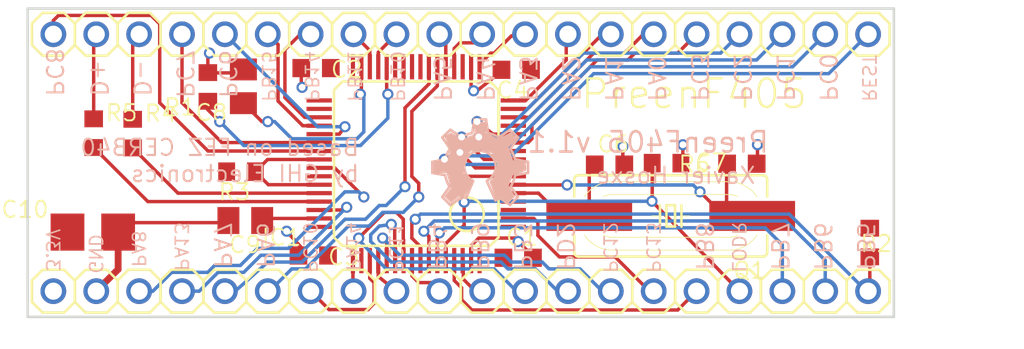
<source format=kicad_pcb>
(kicad_pcb (version 20171130) (host pcbnew 5.1.2-f72e74a~84~ubuntu18.04.1)

  (general
    (thickness 1.6)
    (drawings 48)
    (tracks 348)
    (zones 0)
    (modules 58)
    (nets 60)
  )

  (page A4)
  (layers
    (0 Top signal)
    (31 Bottom signal)
    (32 B.Adhes user)
    (33 F.Adhes user)
    (34 B.Paste user)
    (35 F.Paste user)
    (36 B.SilkS user)
    (37 F.SilkS user)
    (38 B.Mask user)
    (39 F.Mask user)
    (40 Dwgs.User user)
    (41 Cmts.User user)
    (42 Eco1.User user)
    (43 Eco2.User user)
    (44 Edge.Cuts user)
    (45 Margin user)
    (46 B.CrtYd user)
    (47 F.CrtYd user)
    (48 B.Fab user)
    (49 F.Fab user)
  )

  (setup
    (last_trace_width 0.25)
    (trace_clearance 0.2)
    (zone_clearance 0.508)
    (zone_45_only no)
    (trace_min 0.2)
    (via_size 0.8)
    (via_drill 0.4)
    (via_min_size 0.4)
    (via_min_drill 0.3)
    (uvia_size 0.3)
    (uvia_drill 0.1)
    (uvias_allowed no)
    (uvia_min_size 0.2)
    (uvia_min_drill 0.1)
    (edge_width 0.05)
    (segment_width 0.2)
    (pcb_text_width 0.3)
    (pcb_text_size 1.5 1.5)
    (mod_edge_width 0.12)
    (mod_text_size 1 1)
    (mod_text_width 0.15)
    (pad_size 1.524 1.524)
    (pad_drill 0.762)
    (pad_to_mask_clearance 0.051)
    (solder_mask_min_width 0.25)
    (aux_axis_origin 0 0)
    (visible_elements FFFFFF7F)
    (pcbplotparams
      (layerselection 0x010fc_ffffffff)
      (usegerberextensions false)
      (usegerberattributes false)
      (usegerberadvancedattributes false)
      (creategerberjobfile false)
      (excludeedgelayer true)
      (linewidth 0.100000)
      (plotframeref false)
      (viasonmask false)
      (mode 1)
      (useauxorigin false)
      (hpglpennumber 1)
      (hpglpenspeed 20)
      (hpglpendiameter 15.000000)
      (psnegative false)
      (psa4output false)
      (plotreference true)
      (plotvalue true)
      (plotinvisibletext false)
      (padsonsilk false)
      (subtractmaskfromsilk false)
      (outputformat 1)
      (mirror false)
      (drillshape 1)
      (scaleselection 1)
      (outputdirectory ""))
  )

  (net 0 "")
  (net 1 VCC)
  (net 2 GND)
  (net 3 /PB9/I2C1_SDA/CAN1_TX)
  (net 4 /PB8/I2C1_SCL/CAN1_RX)
  (net 5 /LOADER)
  (net 6 /PB7/I2C1_SDA/UART1_RX)
  (net 7 /PB6/I2C1_SCL/UART1_TX)
  (net 8 /PB5/CAN2_RX/PWM/SPI1_MOSI)
  (net 9 /PB4/J_TRST/PWM/SPI1_MISO)
  (net 10 /PB3/J_TDO/PWM/SPI1_SCK)
  (net 11 /PD2/SD_CMD)
  (net 12 /PC12/SD_CLK)
  (net 13 /PC11/SD_D3)
  (net 14 /PC10/SD_D2)
  (net 15 "Net-(IC1-Pad50)")
  (net 16 /PA14/J_TCK/SWCLK)
  (net 17 "Net-(C8-Pad1)")
  (net 18 /PB11/I2C2_SDA/UART3_RX)
  (net 19 /PB10/I2C2_SCL/SPI2_SCK/UART3_TX)
  (net 20 /PB2/BOOT1)
  (net 21 "Net-(IC1-Pad27)")
  (net 22 "Net-(IC1-Pad26)")
  (net 23 "Net-(IC1-Pad25)")
  (net 24 "Net-(IC1-Pad24)")
  (net 25 /PA7/SPI1_MOSI/ADC12_IN7)
  (net 26 /PA6/SPI1_MISO/ADC12_IN6)
  (net 27 /PA5/SPI1_SCK/ADC12_IN5/DAC2)
  (net 28 /PA4/SPI1_SSEL/ADC12_IN4/DAC1)
  (net 29 /PA3/UART2_RX/ADC123_IN3)
  (net 30 /PA2/UART2_TX/ADC123_IN2)
  (net 31 /PA1/UART2_RTS/ADC123_IN1/UART4_RX)
  (net 32 /PA0/UART2_CTS/WAKEUP/ADC123_IN0/UART4_TX)
  (net 33 /PC3/ADC123_IN13)
  (net 34 /PC1/ADC123_IN11)
  (net 35 /PC2/ADC123_IN12)
  (net 36 /PC0/ADC123_IN10)
  (net 37 /RESET#)
  (net 38 "Net-(C7-Pad1)")
  (net 39 "Net-(C6-Pad1)")
  (net 40 "Net-(IC1-Pad4)")
  (net 41 "Net-(IC1-Pad3)")
  (net 42 /PC13)
  (net 43 "Net-(IC1-Pad1)")
  (net 44 "Net-(IC1-Pad33)")
  (net 45 "Net-(IC1-Pad34)")
  (net 46 /PB14/USB)
  (net 47 /PB15/USB)
  (net 48 /PC6/UART6_TX)
  (net 49 /PC7/UART6_RX)
  (net 50 /PC8/SD_D0)
  (net 51 /PA10/LOADER1U2/PWM)
  (net 52 /PA8/MCO1)
  (net 53 "Net-(IC1-Pad42)")
  (net 54 "Net-(IC1-Pad44)")
  (net 55 "Net-(IC1-Pad45)")
  (net 56 /PA13/J_TMS/SWDIO)
  (net 57 "Net-(C9-Pad1)")
  (net 58 /USB_DM)
  (net 59 /USB_DP)

  (net_class Default "This is the default net class."
    (clearance 0.2)
    (trace_width 0.25)
    (via_dia 0.8)
    (via_drill 0.4)
    (uvia_dia 0.3)
    (uvia_drill 0.1)
    (add_net /LOADER)
    (add_net /PA0/UART2_CTS/WAKEUP/ADC123_IN0/UART4_TX)
    (add_net /PA1/UART2_RTS/ADC123_IN1/UART4_RX)
    (add_net /PA10/LOADER1U2/PWM)
    (add_net /PA13/J_TMS/SWDIO)
    (add_net /PA14/J_TCK/SWCLK)
    (add_net /PA2/UART2_TX/ADC123_IN2)
    (add_net /PA3/UART2_RX/ADC123_IN3)
    (add_net /PA4/SPI1_SSEL/ADC12_IN4/DAC1)
    (add_net /PA5/SPI1_SCK/ADC12_IN5/DAC2)
    (add_net /PA6/SPI1_MISO/ADC12_IN6)
    (add_net /PA7/SPI1_MOSI/ADC12_IN7)
    (add_net /PA8/MCO1)
    (add_net /PB10/I2C2_SCL/SPI2_SCK/UART3_TX)
    (add_net /PB11/I2C2_SDA/UART3_RX)
    (add_net /PB14/USB)
    (add_net /PB15/USB)
    (add_net /PB2/BOOT1)
    (add_net /PB3/J_TDO/PWM/SPI1_SCK)
    (add_net /PB4/J_TRST/PWM/SPI1_MISO)
    (add_net /PB5/CAN2_RX/PWM/SPI1_MOSI)
    (add_net /PB6/I2C1_SCL/UART1_TX)
    (add_net /PB7/I2C1_SDA/UART1_RX)
    (add_net /PB8/I2C1_SCL/CAN1_RX)
    (add_net /PB9/I2C1_SDA/CAN1_TX)
    (add_net /PC0/ADC123_IN10)
    (add_net /PC1/ADC123_IN11)
    (add_net /PC10/SD_D2)
    (add_net /PC11/SD_D3)
    (add_net /PC12/SD_CLK)
    (add_net /PC13)
    (add_net /PC2/ADC123_IN12)
    (add_net /PC3/ADC123_IN13)
    (add_net /PC6/UART6_TX)
    (add_net /PC7/UART6_RX)
    (add_net /PC8/SD_D0)
    (add_net /PD2/SD_CMD)
    (add_net /RESET#)
    (add_net /USB_DM)
    (add_net /USB_DP)
    (add_net GND)
    (add_net "Net-(C6-Pad1)")
    (add_net "Net-(C7-Pad1)")
    (add_net "Net-(C8-Pad1)")
    (add_net "Net-(C9-Pad1)")
    (add_net "Net-(IC1-Pad1)")
    (add_net "Net-(IC1-Pad24)")
    (add_net "Net-(IC1-Pad25)")
    (add_net "Net-(IC1-Pad26)")
    (add_net "Net-(IC1-Pad27)")
    (add_net "Net-(IC1-Pad3)")
    (add_net "Net-(IC1-Pad33)")
    (add_net "Net-(IC1-Pad34)")
    (add_net "Net-(IC1-Pad4)")
    (add_net "Net-(IC1-Pad42)")
    (add_net "Net-(IC1-Pad44)")
    (add_net "Net-(IC1-Pad45)")
    (add_net "Net-(IC1-Pad50)")
    (add_net VCC)
  )

  (module Preen40:OSHW_FILLX200_NOTEXT (layer Bottom) (tedit 0) (tstamp 5D0AFC62)
    (at 152.4864 107.5182 180)
    (path /8712EDD9)
    (fp_text reference LOGO1 (at 0 0 180) (layer B.SilkS) hide
      (effects (font (size 1.27 1.27) (thickness 0.15)) (justify mirror))
    )
    (fp_text value LOGO-OSHW-FILLX0200-NT (at 0 0 180) (layer B.SilkS) hide
      (effects (font (size 1.27 1.27) (thickness 0.15)) (justify mirror))
    )
    (fp_poly (pts (xy 1.651 0.508) (xy 1.143 0.127) (xy 0.762 0.508) (xy 1.143 1.143)
      (xy 0.889 1.778) (xy 0.127 2.032) (xy 0.127 1.905) (xy 0.127 2.54)
      (xy 0.889 2.667) (xy 1.143 3.429) (xy 0.635 3.937) (xy 1.016 4.318)
      (xy 1.778 3.937) (xy 2.54 4.318) (xy 2.413 4.318) (xy 2.54 4.953)
      (xy 3.175 4.953) (xy 3.175 4.191) (xy 3.937 3.937) (xy 4.572 4.318)
      (xy 4.953 4.064) (xy 4.572 3.302) (xy 4.826 2.667) (xy 5.588 2.54)
      (xy 5.588 1.905) (xy 4.826 1.905) (xy 4.572 1.016) (xy 4.953 0.508)
      (xy 4.572 0.127) (xy 4.064 0.508) (xy 3.81 0.381) (xy 3.302 1.397)
      (xy 3.81 1.905) (xy 3.81 2.54) (xy 3.429 3.175) (xy 2.794 3.302)
      (xy 2.032 3.048) (xy 2.159 3.048) (xy 1.778 2.413) (xy 2.032 1.651)
      (xy 2.286 1.397) (xy 1.905 0.381)) (layer B.SilkS) (width 0))
    (fp_arc (start 2.886299 2.143697) (end 4.9045 1.7692) (angle -20.344696) (layer B.SilkS) (width 0.1524))
    (fp_arc (start 2.9052 2.210666) (end 4.6199 3.3487) (angle -19.303177) (layer B.SilkS) (width 0.1524))
    (fp_arc (start 2.842495 2.203199) (end 3.3155 4.2736) (angle -18.449318) (layer B.SilkS) (width 0.1524))
    (fp_arc (start 2.825535 2.210399) (end 1.736 4.0223) (angle -17.83212) (layer B.SilkS) (width 0.1524))
    (fp_arc (start 2.8317 2.20734) (end 0.7779 2.7179) (angle -18.371859) (layer B.SilkS) (width 0.1524))
    (fp_arc (start 2.8365 2.189245) (end 1.0245 1.1004) (angle -19.673848) (layer B.SilkS) (width 0.1524))
    (fp_arc (start 2.8448 2.285999) (end 2.4384 1.4478) (angle -308.267286) (layer B.SilkS) (width 0.1524))
    (fp_line (start 3.7338 0.2794) (end 3.2512 1.4224) (layer B.SilkS) (width 0.1524))
    (fp_line (start 3.9878 0.4318) (end 3.7338 0.2794) (layer B.SilkS) (width 0.1524))
    (fp_line (start 4.5974 0) (end 3.9878 0.4318) (layer B.SilkS) (width 0.1524))
    (fp_line (start 5.08 0.4826) (end 4.5974 0) (layer B.SilkS) (width 0.1524))
    (fp_line (start 4.6482 1.0922) (end 5.08 0.4826) (layer B.SilkS) (width 0.1524))
    (fp_line (start 5.6642 1.905) (end 4.9022 1.778) (layer B.SilkS) (width 0.1524))
    (fp_line (start 5.6642 2.5654) (end 5.6642 1.905) (layer B.SilkS) (width 0.1524))
    (fp_line (start 4.9022 2.7178) (end 5.6642 2.5654) (layer B.SilkS) (width 0.1524))
    (fp_line (start 5.08 4.0132) (end 4.6228 3.3528) (layer B.SilkS) (width 0.1524))
    (fp_line (start 4.5974 4.4704) (end 5.08 4.0132) (layer B.SilkS) (width 0.1524))
    (fp_line (start 3.937 4.0132) (end 4.5974 4.4704) (layer B.SilkS) (width 0.1524))
    (fp_line (start 3.175 5.08) (end 3.302 4.2672) (layer B.SilkS) (width 0.1524))
    (fp_line (start 2.4892 5.08) (end 3.175 5.08) (layer B.SilkS) (width 0.1524))
    (fp_line (start 2.3622 4.2672) (end 2.4892 5.08) (layer B.SilkS) (width 0.1524))
    (fp_line (start 1.0668 4.4704) (end 1.7272 4.0132) (layer B.SilkS) (width 0.1524))
    (fp_line (start 0.5842 4.0132) (end 1.0668 4.4704) (layer B.SilkS) (width 0.1524))
    (fp_line (start 1.0414 3.3528) (end 0.5842 4.0132) (layer B.SilkS) (width 0.1524))
    (fp_line (start 0 2.5654) (end 0.762 2.7178) (layer B.SilkS) (width 0.1524))
    (fp_line (start 0 1.905) (end 0 2.5654) (layer B.SilkS) (width 0.1524))
    (fp_line (start 0.762 1.778) (end 0 1.905) (layer B.SilkS) (width 0.1524))
    (fp_line (start 0.6096 0.4826) (end 1.016 1.0922) (layer B.SilkS) (width 0.1524))
    (fp_line (start 1.0668 0) (end 0.6096 0.4826) (layer B.SilkS) (width 0.1524))
    (fp_line (start 1.6764 0.4318) (end 1.0668 0) (layer B.SilkS) (width 0.1524))
    (fp_line (start 1.9304 0.2794) (end 1.6764 0.4318) (layer B.SilkS) (width 0.1524))
    (fp_line (start 2.4384 1.4224) (end 1.9304 0.2794) (layer B.SilkS) (width 0.1524))
  )

  (module Preen40:LQFP64 (layer Top) (tedit 0) (tstamp 5D0AFC86)
    (at 145.8653 105.0597 90)
    (path /06F92037)
    (fp_text reference IC1 (at -3.81 -6.731) (layer F.SilkS)
      (effects (font (size 0.9652 0.9652) (thickness 0.115824)) (justify right top))
    )
    (fp_text value STM32F40X (at -3.81 1.27 90) (layer F.Fab)
      (effects (font (size 1.2065 1.2065) (thickness 0.12065)) (justify left bottom))
    )
    (fp_poly (pts (xy -5.873 -2.625) (xy -4.873 -2.625) (xy -4.873 -2.875) (xy -5.873 -2.875)) (layer F.Fab) (width 0))
    (fp_poly (pts (xy -5.873 -3.125) (xy -4.873 -3.125) (xy -4.873 -3.375) (xy -5.873 -3.375)) (layer F.Fab) (width 0))
    (fp_poly (pts (xy -5.873 -3.625) (xy -4.873 -3.625) (xy -4.873 -3.875) (xy -5.873 -3.875)) (layer F.Fab) (width 0))
    (fp_poly (pts (xy -5.873 -1.125) (xy -4.873 -1.125) (xy -4.873 -1.375) (xy -5.873 -1.375)) (layer F.Fab) (width 0))
    (fp_poly (pts (xy -5.873 -1.625) (xy -4.873 -1.625) (xy -4.873 -1.875) (xy -5.873 -1.875)) (layer F.Fab) (width 0))
    (fp_poly (pts (xy -5.873 -2.125) (xy -4.873 -2.125) (xy -4.873 -2.375) (xy -5.873 -2.375)) (layer F.Fab) (width 0))
    (fp_poly (pts (xy -5.873 -0.625) (xy -4.873 -0.625) (xy -4.873 -0.875) (xy -5.873 -0.875)) (layer F.Fab) (width 0))
    (fp_poly (pts (xy -5.873 -0.125) (xy -4.873 -0.125) (xy -4.873 -0.375) (xy -5.873 -0.375)) (layer F.Fab) (width 0))
    (fp_poly (pts (xy -5.873 0.375) (xy -4.873 0.375) (xy -4.873 0.125) (xy -5.873 0.125)) (layer F.Fab) (width 0))
    (fp_poly (pts (xy -5.873 0.875) (xy -4.873 0.875) (xy -4.873 0.625) (xy -5.873 0.625)) (layer F.Fab) (width 0))
    (fp_poly (pts (xy -5.873 1.375) (xy -4.873 1.375) (xy -4.873 1.125) (xy -5.873 1.125)) (layer F.Fab) (width 0))
    (fp_poly (pts (xy -5.873 1.875) (xy -4.873 1.875) (xy -4.873 1.625) (xy -5.873 1.625)) (layer F.Fab) (width 0))
    (fp_poly (pts (xy -5.873 2.375) (xy -4.873 2.375) (xy -4.873 2.125) (xy -5.873 2.125)) (layer F.Fab) (width 0))
    (fp_poly (pts (xy -5.873 2.875) (xy -4.873 2.875) (xy -4.873 2.625) (xy -5.873 2.625)) (layer F.Fab) (width 0))
    (fp_poly (pts (xy -5.873 3.375) (xy -4.873 3.375) (xy -4.873 3.125) (xy -5.873 3.125)) (layer F.Fab) (width 0))
    (fp_poly (pts (xy -5.873 3.875) (xy -4.873 3.875) (xy -4.873 3.625) (xy -5.873 3.625)) (layer F.Fab) (width 0))
    (fp_poly (pts (xy -3.875 5.873) (xy -3.625 5.873) (xy -3.625 4.873) (xy -3.875 4.873)) (layer F.Fab) (width 0))
    (fp_poly (pts (xy -3.375 5.873) (xy -3.125 5.873) (xy -3.125 4.873) (xy -3.375 4.873)) (layer F.Fab) (width 0))
    (fp_poly (pts (xy -2.875 5.873) (xy -2.625 5.873) (xy -2.625 4.873) (xy -2.875 4.873)) (layer F.Fab) (width 0))
    (fp_poly (pts (xy -2.375 5.873) (xy -2.125 5.873) (xy -2.125 4.873) (xy -2.375 4.873)) (layer F.Fab) (width 0))
    (fp_poly (pts (xy -1.875 5.873) (xy -1.625 5.873) (xy -1.625 4.873) (xy -1.875 4.873)) (layer F.Fab) (width 0))
    (fp_poly (pts (xy -1.375 5.873) (xy -1.125 5.873) (xy -1.125 4.873) (xy -1.375 4.873)) (layer F.Fab) (width 0))
    (fp_poly (pts (xy -0.875 5.873) (xy -0.625 5.873) (xy -0.625 4.873) (xy -0.875 4.873)) (layer F.Fab) (width 0))
    (fp_poly (pts (xy -0.375 5.873) (xy -0.125 5.873) (xy -0.125 4.873) (xy -0.375 4.873)) (layer F.Fab) (width 0))
    (fp_poly (pts (xy 0.125 5.873) (xy 0.375 5.873) (xy 0.375 4.873) (xy 0.125 4.873)) (layer F.Fab) (width 0))
    (fp_poly (pts (xy 0.625 5.873) (xy 0.875 5.873) (xy 0.875 4.873) (xy 0.625 4.873)) (layer F.Fab) (width 0))
    (fp_poly (pts (xy 1.125 5.873) (xy 1.375 5.873) (xy 1.375 4.873) (xy 1.125 4.873)) (layer F.Fab) (width 0))
    (fp_poly (pts (xy 1.625 5.873) (xy 1.875 5.873) (xy 1.875 4.873) (xy 1.625 4.873)) (layer F.Fab) (width 0))
    (fp_poly (pts (xy 2.125 5.873) (xy 2.375 5.873) (xy 2.375 4.873) (xy 2.125 4.873)) (layer F.Fab) (width 0))
    (fp_poly (pts (xy 2.625 5.873) (xy 2.875 5.873) (xy 2.875 4.873) (xy 2.625 4.873)) (layer F.Fab) (width 0))
    (fp_poly (pts (xy 3.125 5.873) (xy 3.375 5.873) (xy 3.375 4.873) (xy 3.125 4.873)) (layer F.Fab) (width 0))
    (fp_poly (pts (xy 3.625 5.873) (xy 3.875 5.873) (xy 3.875 4.873) (xy 3.625 4.873)) (layer F.Fab) (width 0))
    (fp_poly (pts (xy 4.873 3.875) (xy 5.873 3.875) (xy 5.873 3.625) (xy 4.873 3.625)) (layer F.Fab) (width 0))
    (fp_poly (pts (xy 4.873 3.375) (xy 5.873 3.375) (xy 5.873 3.125) (xy 4.873 3.125)) (layer F.Fab) (width 0))
    (fp_poly (pts (xy 4.873 2.875) (xy 5.873 2.875) (xy 5.873 2.625) (xy 4.873 2.625)) (layer F.Fab) (width 0))
    (fp_poly (pts (xy 4.873 2.375) (xy 5.873 2.375) (xy 5.873 2.125) (xy 4.873 2.125)) (layer F.Fab) (width 0))
    (fp_poly (pts (xy 4.873 1.875) (xy 5.873 1.875) (xy 5.873 1.625) (xy 4.873 1.625)) (layer F.Fab) (width 0))
    (fp_poly (pts (xy 4.873 1.375) (xy 5.873 1.375) (xy 5.873 1.125) (xy 4.873 1.125)) (layer F.Fab) (width 0))
    (fp_poly (pts (xy 4.873 0.875) (xy 5.873 0.875) (xy 5.873 0.625) (xy 4.873 0.625)) (layer F.Fab) (width 0))
    (fp_poly (pts (xy 4.873 0.375) (xy 5.873 0.375) (xy 5.873 0.125) (xy 4.873 0.125)) (layer F.Fab) (width 0))
    (fp_poly (pts (xy 4.873 -0.125) (xy 5.873 -0.125) (xy 5.873 -0.375) (xy 4.873 -0.375)) (layer F.Fab) (width 0))
    (fp_poly (pts (xy 4.873 -0.625) (xy 5.873 -0.625) (xy 5.873 -0.875) (xy 4.873 -0.875)) (layer F.Fab) (width 0))
    (fp_poly (pts (xy 4.873 -1.125) (xy 5.873 -1.125) (xy 5.873 -1.375) (xy 4.873 -1.375)) (layer F.Fab) (width 0))
    (fp_poly (pts (xy 4.873 -1.625) (xy 5.873 -1.625) (xy 5.873 -1.875) (xy 4.873 -1.875)) (layer F.Fab) (width 0))
    (fp_poly (pts (xy 4.873 -2.125) (xy 5.873 -2.125) (xy 5.873 -2.375) (xy 4.873 -2.375)) (layer F.Fab) (width 0))
    (fp_poly (pts (xy 4.873 -2.625) (xy 5.873 -2.625) (xy 5.873 -2.875) (xy 4.873 -2.875)) (layer F.Fab) (width 0))
    (fp_poly (pts (xy 4.873 -3.125) (xy 5.873 -3.125) (xy 5.873 -3.375) (xy 4.873 -3.375)) (layer F.Fab) (width 0))
    (fp_poly (pts (xy 4.873 -3.625) (xy 5.873 -3.625) (xy 5.873 -3.875) (xy 4.873 -3.875)) (layer F.Fab) (width 0))
    (fp_poly (pts (xy 3.625 -4.873) (xy 3.875 -4.873) (xy 3.875 -5.873) (xy 3.625 -5.873)) (layer F.Fab) (width 0))
    (fp_poly (pts (xy 3.125 -4.873) (xy 3.375 -4.873) (xy 3.375 -5.873) (xy 3.125 -5.873)) (layer F.Fab) (width 0))
    (fp_poly (pts (xy 2.625 -4.873) (xy 2.875 -4.873) (xy 2.875 -5.873) (xy 2.625 -5.873)) (layer F.Fab) (width 0))
    (fp_poly (pts (xy 2.125 -4.873) (xy 2.375 -4.873) (xy 2.375 -5.873) (xy 2.125 -5.873)) (layer F.Fab) (width 0))
    (fp_poly (pts (xy 1.625 -4.873) (xy 1.875 -4.873) (xy 1.875 -5.873) (xy 1.625 -5.873)) (layer F.Fab) (width 0))
    (fp_poly (pts (xy 1.125 -4.873) (xy 1.375 -4.873) (xy 1.375 -5.873) (xy 1.125 -5.873)) (layer F.Fab) (width 0))
    (fp_poly (pts (xy 0.625 -4.873) (xy 0.875 -4.873) (xy 0.875 -5.873) (xy 0.625 -5.873)) (layer F.Fab) (width 0))
    (fp_poly (pts (xy 0.125 -4.873) (xy 0.375 -4.873) (xy 0.375 -5.873) (xy 0.125 -5.873)) (layer F.Fab) (width 0))
    (fp_poly (pts (xy -0.375 -4.873) (xy -0.125 -4.873) (xy -0.125 -5.873) (xy -0.375 -5.873)) (layer F.Fab) (width 0))
    (fp_poly (pts (xy -0.875 -4.873) (xy -0.625 -4.873) (xy -0.625 -5.873) (xy -0.875 -5.873)) (layer F.Fab) (width 0))
    (fp_poly (pts (xy -1.375 -4.873) (xy -1.125 -4.873) (xy -1.125 -5.873) (xy -1.375 -5.873)) (layer F.Fab) (width 0))
    (fp_poly (pts (xy -1.875 -4.873) (xy -1.625 -4.873) (xy -1.625 -5.873) (xy -1.875 -5.873)) (layer F.Fab) (width 0))
    (fp_poly (pts (xy -2.375 -4.873) (xy -2.125 -4.873) (xy -2.125 -5.873) (xy -2.375 -5.873)) (layer F.Fab) (width 0))
    (fp_poly (pts (xy -2.875 -4.873) (xy -2.625 -4.873) (xy -2.625 -5.873) (xy -2.875 -5.873)) (layer F.Fab) (width 0))
    (fp_poly (pts (xy -3.375 -4.873) (xy -3.125 -4.873) (xy -3.125 -5.873) (xy -3.375 -5.873)) (layer F.Fab) (width 0))
    (fp_poly (pts (xy -3.875 -4.873) (xy -3.625 -4.873) (xy -3.625 -5.873) (xy -3.875 -5.873)) (layer F.Fab) (width 0))
    (fp_circle (center -3 3) (end -2 3) (layer F.SilkS) (width 0.1524))
    (fp_line (start -4.873 -4.373) (end -4.873 4.373) (layer F.SilkS) (width 0.1524))
    (fp_line (start -4.373 -4.873) (end -4.873 -4.373) (layer F.SilkS) (width 0.1524))
    (fp_line (start 4.373 -4.873) (end -4.373 -4.873) (layer F.SilkS) (width 0.1524))
    (fp_line (start 4.873 -4.373) (end 4.373 -4.873) (layer F.SilkS) (width 0.1524))
    (fp_line (start 4.873 4.373) (end 4.873 -4.373) (layer F.SilkS) (width 0.1524))
    (fp_line (start 4.373 4.873) (end 4.873 4.373) (layer F.SilkS) (width 0.1524))
    (fp_line (start -4.373 4.873) (end 4.373 4.873) (layer F.SilkS) (width 0.1524))
    (fp_line (start -4.873 4.373) (end -4.373 4.873) (layer F.SilkS) (width 0.1524))
    (pad 64 smd rect (at -5.75 3.75 90) (size 1.5 0.25) (layers Top F.Paste F.Mask)
      (net 1 VCC) (solder_mask_margin 0.1016))
    (pad 63 smd rect (at -5.75 3.25 90) (size 1.5 0.25) (layers Top F.Paste F.Mask)
      (net 2 GND) (solder_mask_margin 0.1016))
    (pad 62 smd rect (at -5.75 2.75 90) (size 1.5 0.25) (layers Top F.Paste F.Mask)
      (net 3 /PB9/I2C1_SDA/CAN1_TX) (solder_mask_margin 0.1016))
    (pad 61 smd rect (at -5.75 2.25 90) (size 1.5 0.25) (layers Top F.Paste F.Mask)
      (net 4 /PB8/I2C1_SCL/CAN1_RX) (solder_mask_margin 0.1016))
    (pad 60 smd rect (at -5.75 1.75 90) (size 1.5 0.25) (layers Top F.Paste F.Mask)
      (net 5 /LOADER) (solder_mask_margin 0.1016))
    (pad 59 smd rect (at -5.75 1.25 90) (size 1.5 0.25) (layers Top F.Paste F.Mask)
      (net 6 /PB7/I2C1_SDA/UART1_RX) (solder_mask_margin 0.1016))
    (pad 58 smd rect (at -5.75 0.75 90) (size 1.5 0.25) (layers Top F.Paste F.Mask)
      (net 7 /PB6/I2C1_SCL/UART1_TX) (solder_mask_margin 0.1016))
    (pad 57 smd rect (at -5.75 0.25 90) (size 1.5 0.25) (layers Top F.Paste F.Mask)
      (net 8 /PB5/CAN2_RX/PWM/SPI1_MOSI) (solder_mask_margin 0.1016))
    (pad 56 smd rect (at -5.75 -0.25 90) (size 1.5 0.25) (layers Top F.Paste F.Mask)
      (net 9 /PB4/J_TRST/PWM/SPI1_MISO) (solder_mask_margin 0.1016))
    (pad 55 smd rect (at -5.75 -0.75 90) (size 1.5 0.25) (layers Top F.Paste F.Mask)
      (net 10 /PB3/J_TDO/PWM/SPI1_SCK) (solder_mask_margin 0.1016))
    (pad 54 smd rect (at -5.75 -1.25 90) (size 1.5 0.25) (layers Top F.Paste F.Mask)
      (net 11 /PD2/SD_CMD) (solder_mask_margin 0.1016))
    (pad 53 smd rect (at -5.75 -1.75 90) (size 1.5 0.25) (layers Top F.Paste F.Mask)
      (net 12 /PC12/SD_CLK) (solder_mask_margin 0.1016))
    (pad 52 smd rect (at -5.75 -2.25 90) (size 1.5 0.25) (layers Top F.Paste F.Mask)
      (net 13 /PC11/SD_D3) (solder_mask_margin 0.1016))
    (pad 51 smd rect (at -5.75 -2.75 90) (size 1.5 0.25) (layers Top F.Paste F.Mask)
      (net 14 /PC10/SD_D2) (solder_mask_margin 0.1016))
    (pad 50 smd rect (at -5.75 -3.25 90) (size 1.5 0.25) (layers Top F.Paste F.Mask)
      (net 15 "Net-(IC1-Pad50)") (solder_mask_margin 0.1016))
    (pad 49 smd rect (at -5.75 -3.75 90) (size 1.5 0.25) (layers Top F.Paste F.Mask)
      (net 16 /PA14/J_TCK/SWCLK) (solder_mask_margin 0.1016))
    (pad 32 smd rect (at 5.75 -3.75 90) (size 1.5 0.25) (layers Top F.Paste F.Mask)
      (net 1 VCC) (solder_mask_margin 0.1016))
    (pad 31 smd rect (at 5.75 -3.25 90) (size 1.5 0.25) (layers Top F.Paste F.Mask)
      (net 17 "Net-(C8-Pad1)") (solder_mask_margin 0.1016))
    (pad 30 smd rect (at 5.75 -2.75 90) (size 1.5 0.25) (layers Top F.Paste F.Mask)
      (net 18 /PB11/I2C2_SDA/UART3_RX) (solder_mask_margin 0.1016))
    (pad 29 smd rect (at 5.75 -2.25 90) (size 1.5 0.25) (layers Top F.Paste F.Mask)
      (net 19 /PB10/I2C2_SCL/SPI2_SCK/UART3_TX) (solder_mask_margin 0.1016))
    (pad 28 smd rect (at 5.75 -1.75 90) (size 1.5 0.25) (layers Top F.Paste F.Mask)
      (net 20 /PB2/BOOT1) (solder_mask_margin 0.1016))
    (pad 27 smd rect (at 5.75 -1.25 90) (size 1.5 0.25) (layers Top F.Paste F.Mask)
      (net 21 "Net-(IC1-Pad27)") (solder_mask_margin 0.1016))
    (pad 26 smd rect (at 5.75 -0.75 90) (size 1.5 0.25) (layers Top F.Paste F.Mask)
      (net 22 "Net-(IC1-Pad26)") (solder_mask_margin 0.1016))
    (pad 25 smd rect (at 5.75 -0.25 90) (size 1.5 0.25) (layers Top F.Paste F.Mask)
      (net 23 "Net-(IC1-Pad25)") (solder_mask_margin 0.1016))
    (pad 24 smd rect (at 5.75 0.25 90) (size 1.5 0.25) (layers Top F.Paste F.Mask)
      (net 24 "Net-(IC1-Pad24)") (solder_mask_margin 0.1016))
    (pad 23 smd rect (at 5.75 0.75 90) (size 1.5 0.25) (layers Top F.Paste F.Mask)
      (net 25 /PA7/SPI1_MOSI/ADC12_IN7) (solder_mask_margin 0.1016))
    (pad 22 smd rect (at 5.75 1.25 90) (size 1.5 0.25) (layers Top F.Paste F.Mask)
      (net 26 /PA6/SPI1_MISO/ADC12_IN6) (solder_mask_margin 0.1016))
    (pad 21 smd rect (at 5.75 1.75 90) (size 1.5 0.25) (layers Top F.Paste F.Mask)
      (net 27 /PA5/SPI1_SCK/ADC12_IN5/DAC2) (solder_mask_margin 0.1016))
    (pad 20 smd rect (at 5.75 2.25 90) (size 1.5 0.25) (layers Top F.Paste F.Mask)
      (net 28 /PA4/SPI1_SSEL/ADC12_IN4/DAC1) (solder_mask_margin 0.1016))
    (pad 19 smd rect (at 5.75 2.75 90) (size 1.5 0.25) (layers Top F.Paste F.Mask)
      (net 1 VCC) (solder_mask_margin 0.1016))
    (pad 18 smd rect (at 5.75 3.25 90) (size 1.5 0.25) (layers Top F.Paste F.Mask)
      (net 2 GND) (solder_mask_margin 0.1016))
    (pad 17 smd rect (at 5.75 3.75 90) (size 1.5 0.25) (layers Top F.Paste F.Mask)
      (net 29 /PA3/UART2_RX/ADC123_IN3) (solder_mask_margin 0.1016))
    (pad 16 smd rect (at 3.75 5.75 90) (size 0.25 1.5) (layers Top F.Paste F.Mask)
      (net 30 /PA2/UART2_TX/ADC123_IN2) (solder_mask_margin 0.1016))
    (pad 15 smd rect (at 3.25 5.75 90) (size 0.25 1.5) (layers Top F.Paste F.Mask)
      (net 31 /PA1/UART2_RTS/ADC123_IN1/UART4_RX) (solder_mask_margin 0.1016))
    (pad 14 smd rect (at 2.75 5.75 90) (size 0.25 1.5) (layers Top F.Paste F.Mask)
      (net 32 /PA0/UART2_CTS/WAKEUP/ADC123_IN0/UART4_TX) (solder_mask_margin 0.1016))
    (pad 13 smd rect (at 2.25 5.75 90) (size 0.25 1.5) (layers Top F.Paste F.Mask)
      (net 1 VCC) (solder_mask_margin 0.1016))
    (pad 12 smd rect (at 1.75 5.75 90) (size 0.25 1.5) (layers Top F.Paste F.Mask)
      (net 2 GND) (solder_mask_margin 0.1016))
    (pad 11 smd rect (at 1.25 5.75 90) (size 0.25 1.5) (layers Top F.Paste F.Mask)
      (net 33 /PC3/ADC123_IN13) (solder_mask_margin 0.1016))
    (pad 9 smd rect (at 0.25 5.75 90) (size 0.25 1.5) (layers Top F.Paste F.Mask)
      (net 34 /PC1/ADC123_IN11) (solder_mask_margin 0.1016))
    (pad 10 smd rect (at 0.75 5.75 90) (size 0.25 1.5) (layers Top F.Paste F.Mask)
      (net 35 /PC2/ADC123_IN12) (solder_mask_margin 0.1016))
    (pad 8 smd rect (at -0.25 5.75 90) (size 0.25 1.5) (layers Top F.Paste F.Mask)
      (net 36 /PC0/ADC123_IN10) (solder_mask_margin 0.1016))
    (pad 7 smd rect (at -0.75 5.75 90) (size 0.25 1.5) (layers Top F.Paste F.Mask)
      (net 37 /RESET#) (solder_mask_margin 0.1016))
    (pad 6 smd rect (at -1.25 5.75 90) (size 0.25 1.5) (layers Top F.Paste F.Mask)
      (net 38 "Net-(C7-Pad1)") (solder_mask_margin 0.1016))
    (pad 5 smd rect (at -1.75 5.75 90) (size 0.25 1.5) (layers Top F.Paste F.Mask)
      (net 39 "Net-(C6-Pad1)") (solder_mask_margin 0.1016))
    (pad 4 smd rect (at -2.25 5.75 90) (size 0.25 1.5) (layers Top F.Paste F.Mask)
      (net 40 "Net-(IC1-Pad4)") (solder_mask_margin 0.1016))
    (pad 3 smd rect (at -2.75 5.75 90) (size 0.25 1.5) (layers Top F.Paste F.Mask)
      (net 41 "Net-(IC1-Pad3)") (solder_mask_margin 0.1016))
    (pad 2 smd rect (at -3.25 5.75 90) (size 0.25 1.5) (layers Top F.Paste F.Mask)
      (net 42 /PC13) (solder_mask_margin 0.1016))
    (pad 1 smd rect (at -3.75 5.75 90) (size 0.25 1.5) (layers Top F.Paste F.Mask)
      (net 43 "Net-(IC1-Pad1)") (solder_mask_margin 0.1016))
    (pad 33 smd rect (at 3.75 -5.75 90) (size 0.25 1.5) (layers Top F.Paste F.Mask)
      (net 44 "Net-(IC1-Pad33)") (solder_mask_margin 0.1016))
    (pad 34 smd rect (at 3.25 -5.75 90) (size 0.25 1.5) (layers Top F.Paste F.Mask)
      (net 45 "Net-(IC1-Pad34)") (solder_mask_margin 0.1016))
    (pad 35 smd rect (at 2.75 -5.75 90) (size 0.25 1.5) (layers Top F.Paste F.Mask)
      (net 46 /PB14/USB) (solder_mask_margin 0.1016))
    (pad 36 smd rect (at 2.25 -5.75 90) (size 0.25 1.5) (layers Top F.Paste F.Mask)
      (net 47 /PB15/USB) (solder_mask_margin 0.1016))
    (pad 37 smd rect (at 1.75 -5.75 90) (size 0.25 1.5) (layers Top F.Paste F.Mask)
      (net 48 /PC6/UART6_TX) (solder_mask_margin 0.1016))
    (pad 38 smd rect (at 1.25 -5.75 90) (size 0.25 1.5) (layers Top F.Paste F.Mask)
      (net 49 /PC7/UART6_RX) (solder_mask_margin 0.1016))
    (pad 39 smd rect (at 0.75 -5.75 90) (size 0.25 1.5) (layers Top F.Paste F.Mask)
      (net 50 /PC8/SD_D0) (solder_mask_margin 0.1016))
    (pad 40 smd rect (at 0.25 -5.75 90) (size 0.25 1.5) (layers Top F.Paste F.Mask)
      (net 51 /PA10/LOADER1U2/PWM) (solder_mask_margin 0.1016))
    (pad 41 smd rect (at -0.25 -5.75 90) (size 0.25 1.5) (layers Top F.Paste F.Mask)
      (net 52 /PA8/MCO1) (solder_mask_margin 0.1016))
    (pad 42 smd rect (at -0.75 -5.75 90) (size 0.25 1.5) (layers Top F.Paste F.Mask)
      (net 53 "Net-(IC1-Pad42)") (solder_mask_margin 0.1016))
    (pad 43 smd rect (at -1.25 -5.75 90) (size 0.25 1.5) (layers Top F.Paste F.Mask)
      (net 51 /PA10/LOADER1U2/PWM) (solder_mask_margin 0.1016))
    (pad 44 smd rect (at -1.75 -5.75 90) (size 0.25 1.5) (layers Top F.Paste F.Mask)
      (net 54 "Net-(IC1-Pad44)") (solder_mask_margin 0.1016))
    (pad 45 smd rect (at -2.25 -5.75 90) (size 0.25 1.5) (layers Top F.Paste F.Mask)
      (net 55 "Net-(IC1-Pad45)") (solder_mask_margin 0.1016))
    (pad 46 smd rect (at -2.75 -5.75 90) (size 0.25 1.5) (layers Top F.Paste F.Mask)
      (net 56 /PA13/J_TMS/SWDIO) (solder_mask_margin 0.1016))
    (pad 47 smd rect (at -3.25 -5.75 90) (size 0.25 1.5) (layers Top F.Paste F.Mask)
      (net 57 "Net-(C9-Pad1)") (solder_mask_margin 0.1016))
    (pad 48 smd rect (at -3.75 -5.75 90) (size 0.25 1.5) (layers Top F.Paste F.Mask)
      (net 1 VCC) (solder_mask_margin 0.1016))
  )

  (module Preen40:C0805K (layer Top) (tedit 0) (tstamp 5D0AFD12)
    (at 135.7395 108.4326 180)
    (descr "<b>Ceramic Chip Capacitor KEMET 0805 reflow solder</b><p>\nMetric Code Size 2012")
    (path /6468A20E)
    (fp_text reference C9 (at -1 -0.875) (layer F.SilkS)
      (effects (font (size 0.9652 0.9652) (thickness 0.115824)) (justify right top))
    )
    (fp_text value 2.2uF (at -1 1.9) (layer F.Fab)
      (effects (font (size 0.9652 0.9652) (thickness 0.077216)) (justify right top))
    )
    (fp_poly (pts (xy 0.5 0.65) (xy 1 0.65) (xy 1 -0.65) (xy 0.5 -0.65)) (layer F.Fab) (width 0))
    (fp_poly (pts (xy -1 0.65) (xy -0.5 0.65) (xy -0.5 -0.65) (xy -1 -0.65)) (layer F.Fab) (width 0))
    (fp_line (start 0.925 0.6) (end -0.925 0.6) (layer F.Fab) (width 0.1016))
    (fp_line (start -0.925 -0.6) (end 0.925 -0.6) (layer F.Fab) (width 0.1016))
    (pad 2 smd rect (at 1 0 180) (size 1.3 1.6) (layers Top F.Paste F.Mask)
      (net 2 GND) (solder_mask_margin 0.1016))
    (pad 1 smd rect (at -1 0 180) (size 1.3 1.6) (layers Top F.Paste F.Mask)
      (net 57 "Net-(C9-Pad1)") (solder_mask_margin 0.1016))
  )

  (module Preen40:C0805K (layer Top) (tedit 0) (tstamp 5D0AFD1B)
    (at 135.6271 100.4716 90)
    (descr "<b>Ceramic Chip Capacitor KEMET 0805 reflow solder</b><p>\nMetric Code Size 2012")
    (path /219FF1DA)
    (fp_text reference C8 (at -1 -0.875) (layer F.SilkS)
      (effects (font (size 0.9652 0.9652) (thickness 0.115824)) (justify right top))
    )
    (fp_text value 2.2uF (at -1 1.9 90) (layer F.Fab)
      (effects (font (size 0.9652 0.9652) (thickness 0.077216)) (justify left bottom))
    )
    (fp_poly (pts (xy 0.5 0.65) (xy 1 0.65) (xy 1 -0.65) (xy 0.5 -0.65)) (layer F.Fab) (width 0))
    (fp_poly (pts (xy -1 0.65) (xy -0.5 0.65) (xy -0.5 -0.65) (xy -1 -0.65)) (layer F.Fab) (width 0))
    (fp_line (start 0.925 0.6) (end -0.925 0.6) (layer F.Fab) (width 0.1016))
    (fp_line (start -0.925 -0.6) (end 0.925 -0.6) (layer F.Fab) (width 0.1016))
    (pad 2 smd rect (at 1 0 90) (size 1.3 1.6) (layers Top F.Paste F.Mask)
      (net 2 GND) (solder_mask_margin 0.1016))
    (pad 1 smd rect (at -1 0 90) (size 1.3 1.6) (layers Top F.Paste F.Mask)
      (net 17 "Net-(C8-Pad1)") (solder_mask_margin 0.1016))
  )

  (module Preen40:R0603 (layer Top) (tedit 0) (tstamp 5D0AFD24)
    (at 135.4855 105.537 180)
    (descr <b>RESISTOR</b>)
    (path /D33015C9)
    (fp_text reference R3 (at -0.635 -0.635) (layer F.SilkS)
      (effects (font (size 0.9652 0.9652) (thickness 0.115824)) (justify right top))
    )
    (fp_text value 10K (at -0.635 1.905) (layer F.Fab)
      (effects (font (size 1.2065 1.2065) (thickness 0.09652)) (justify right top))
    )
    (fp_poly (pts (xy -0.1999 0.4001) (xy 0.1999 0.4001) (xy 0.1999 -0.4001) (xy -0.1999 -0.4001)) (layer F.Adhes) (width 0))
    (fp_poly (pts (xy -0.8382 0.4318) (xy -0.4318 0.4318) (xy -0.4318 -0.4318) (xy -0.8382 -0.4318)) (layer F.Fab) (width 0))
    (fp_poly (pts (xy 0.4318 0.4318) (xy 0.8382 0.4318) (xy 0.8382 -0.4318) (xy 0.4318 -0.4318)) (layer F.Fab) (width 0))
    (fp_line (start -1.473 0.983) (end -1.473 -0.983) (layer Dwgs.User) (width 0.0508))
    (fp_line (start 1.473 0.983) (end -1.473 0.983) (layer Dwgs.User) (width 0.0508))
    (fp_line (start 1.473 -0.983) (end 1.473 0.983) (layer Dwgs.User) (width 0.0508))
    (fp_line (start -1.473 -0.983) (end 1.473 -0.983) (layer Dwgs.User) (width 0.0508))
    (fp_line (start 0.432 -0.356) (end -0.432 -0.356) (layer F.Fab) (width 0.1524))
    (fp_line (start -0.432 0.356) (end 0.432 0.356) (layer F.Fab) (width 0.1524))
    (pad 2 smd rect (at 0.85 0 180) (size 1 1.1) (layers Top F.Paste F.Mask)
      (net 1 VCC) (solder_mask_margin 0.1016))
    (pad 1 smd rect (at -0.85 0 180) (size 1 1.1) (layers Top F.Paste F.Mask)
      (net 51 /PA10/LOADER1U2/PWM) (solder_mask_margin 0.1016))
  )

  (module Preen40:R0603 (layer Top) (tedit 0) (tstamp 5D0AFD32)
    (at 172.7319 109.7382 90)
    (descr <b>RESISTOR</b>)
    (path /748ED202)
    (fp_text reference R2 (at -0.635 -0.635) (layer F.SilkS)
      (effects (font (size 0.9652 0.9652) (thickness 0.115824)) (justify left bottom))
    )
    (fp_text value 10K (at -0.635 1.905 90) (layer F.Fab)
      (effects (font (size 1.2065 1.2065) (thickness 0.09652)) (justify left bottom))
    )
    (fp_poly (pts (xy -0.1999 0.4001) (xy 0.1999 0.4001) (xy 0.1999 -0.4001) (xy -0.1999 -0.4001)) (layer F.Adhes) (width 0))
    (fp_poly (pts (xy -0.8382 0.4318) (xy -0.4318 0.4318) (xy -0.4318 -0.4318) (xy -0.8382 -0.4318)) (layer F.Fab) (width 0))
    (fp_poly (pts (xy 0.4318 0.4318) (xy 0.8382 0.4318) (xy 0.8382 -0.4318) (xy 0.4318 -0.4318)) (layer F.Fab) (width 0))
    (fp_line (start -1.473 0.983) (end -1.473 -0.983) (layer Dwgs.User) (width 0.0508))
    (fp_line (start 1.473 0.983) (end -1.473 0.983) (layer Dwgs.User) (width 0.0508))
    (fp_line (start 1.473 -0.983) (end 1.473 0.983) (layer Dwgs.User) (width 0.0508))
    (fp_line (start -1.473 -0.983) (end 1.473 -0.983) (layer Dwgs.User) (width 0.0508))
    (fp_line (start 0.432 -0.356) (end -0.432 -0.356) (layer F.Fab) (width 0.1524))
    (fp_line (start -0.432 0.356) (end 0.432 0.356) (layer F.Fab) (width 0.1524))
    (pad 2 smd rect (at 0.85 0 90) (size 1 1.1) (layers Top F.Paste F.Mask)
      (net 1 VCC) (solder_mask_margin 0.1016))
    (pad 1 smd rect (at -0.85 0 90) (size 1 1.1) (layers Top F.Paste F.Mask)
      (net 8 /PB5/CAN2_RX/PWM/SPI1_MOSI) (solder_mask_margin 0.1016))
  )

  (module Preen40:R0603 (layer Top) (tedit 0) (tstamp 5D0AFD40)
    (at 133.5227 100.5078 90)
    (descr <b>RESISTOR</b>)
    (path /4C88E097)
    (fp_text reference R1 (at -0.635 -0.635) (layer F.SilkS)
      (effects (font (size 0.9652 0.9652) (thickness 0.115824)) (justify right top))
    )
    (fp_text value 10K (at -0.635 1.905 90) (layer F.Fab)
      (effects (font (size 1.2065 1.2065) (thickness 0.09652)) (justify left bottom))
    )
    (fp_poly (pts (xy -0.1999 0.4001) (xy 0.1999 0.4001) (xy 0.1999 -0.4001) (xy -0.1999 -0.4001)) (layer F.Adhes) (width 0))
    (fp_poly (pts (xy -0.8382 0.4318) (xy -0.4318 0.4318) (xy -0.4318 -0.4318) (xy -0.8382 -0.4318)) (layer F.Fab) (width 0))
    (fp_poly (pts (xy 0.4318 0.4318) (xy 0.8382 0.4318) (xy 0.8382 -0.4318) (xy 0.4318 -0.4318)) (layer F.Fab) (width 0))
    (fp_line (start -1.473 0.983) (end -1.473 -0.983) (layer Dwgs.User) (width 0.0508))
    (fp_line (start 1.473 0.983) (end -1.473 0.983) (layer Dwgs.User) (width 0.0508))
    (fp_line (start 1.473 -0.983) (end 1.473 0.983) (layer Dwgs.User) (width 0.0508))
    (fp_line (start -1.473 -0.983) (end 1.473 -0.983) (layer Dwgs.User) (width 0.0508))
    (fp_line (start 0.432 -0.356) (end -0.432 -0.356) (layer F.Fab) (width 0.1524))
    (fp_line (start -0.432 0.356) (end 0.432 0.356) (layer F.Fab) (width 0.1524))
    (pad 2 smd rect (at 0.85 0 90) (size 1 1.1) (layers Top F.Paste F.Mask)
      (net 2 GND) (solder_mask_margin 0.1016))
    (pad 1 smd rect (at -0.85 0 90) (size 1 1.1) (layers Top F.Paste F.Mask)
      (net 20 /PB2/BOOT1) (solder_mask_margin 0.1016))
  )

  (module Preen40:C0603K (layer Top) (tedit 0) (tstamp 5D0AFD4E)
    (at 157.3149 105.116)
    (descr "<b>Ceramic Chip Capacitor KEMET 0603 reflow solder</b><p>\nMetric Code Size 1608")
    (path /C61979A6)
    (fp_text reference C6 (at -0.8 -0.65) (layer F.SilkS)
      (effects (font (size 0.9652 0.9652) (thickness 0.115824)) (justify left bottom))
    )
    (fp_text value 20pF (at -0.8 1.65) (layer F.Fab)
      (effects (font (size 0.9652 0.9652) (thickness 0.077216)) (justify left bottom))
    )
    (fp_poly (pts (xy 0.45 0.4) (xy 0.8 0.4) (xy 0.8 -0.4) (xy 0.45 -0.4)) (layer F.Fab) (width 0))
    (fp_poly (pts (xy -0.8 0.4) (xy -0.45 0.4) (xy -0.45 -0.4) (xy -0.8 -0.4)) (layer F.Fab) (width 0))
    (fp_line (start 0.725 0.35) (end -0.725 0.35) (layer F.Fab) (width 0.1016))
    (fp_line (start -0.725 -0.35) (end 0.725 -0.35) (layer F.Fab) (width 0.1016))
    (pad 2 smd rect (at 0.875 0) (size 1.05 1.08) (layers Top F.Paste F.Mask)
      (net 2 GND) (solder_mask_margin 0.1016))
    (pad 1 smd rect (at -0.875 0) (size 1.05 1.08) (layers Top F.Paste F.Mask)
      (net 39 "Net-(C6-Pad1)") (solder_mask_margin 0.1016))
  )

  (module Preen40:C0603K (layer Top) (tedit 0) (tstamp 5D0AFD57)
    (at 165.1541 105.0624)
    (descr "<b>Ceramic Chip Capacitor KEMET 0603 reflow solder</b><p>\nMetric Code Size 1608")
    (path /819D6F71)
    (fp_text reference C7 (at -0.8 -0.65) (layer F.SilkS)
      (effects (font (size 0.9652 0.9652) (thickness 0.115824)) (justify right top))
    )
    (fp_text value 20pF (at -0.8 1.65) (layer F.Fab)
      (effects (font (size 0.9652 0.9652) (thickness 0.077216)) (justify left bottom))
    )
    (fp_poly (pts (xy 0.45 0.4) (xy 0.8 0.4) (xy 0.8 -0.4) (xy 0.45 -0.4)) (layer F.Fab) (width 0))
    (fp_poly (pts (xy -0.8 0.4) (xy -0.45 0.4) (xy -0.45 -0.4) (xy -0.8 -0.4)) (layer F.Fab) (width 0))
    (fp_line (start 0.725 0.35) (end -0.725 0.35) (layer F.Fab) (width 0.1016))
    (fp_line (start -0.725 -0.35) (end 0.725 -0.35) (layer F.Fab) (width 0.1016))
    (pad 2 smd rect (at 0.875 0) (size 1.05 1.08) (layers Top F.Paste F.Mask)
      (net 2 GND) (solder_mask_margin 0.1016))
    (pad 1 smd rect (at -0.875 0) (size 1.05 1.08) (layers Top F.Paste F.Mask)
      (net 38 "Net-(C7-Pad1)") (solder_mask_margin 0.1016))
  )

  (module Preen40:SM49@1 (layer Top) (tedit 0) (tstamp 5D0AFD60)
    (at 160.9389 108.1596 180)
    (descr <b>CRYSTAL</b>)
    (path /F903F16B)
    (fp_text reference Q1 (at -5.715 -2.667) (layer F.SilkS)
      (effects (font (size 0.9652 0.9652) (thickness 0.115824)) (justify right top))
    )
    (fp_text value 12Mhz (at -5.715 4.064) (layer F.Fab)
      (effects (font (size 1.2065 1.2065) (thickness 0.12065)) (justify right top))
    )
    (fp_poly (pts (xy -6.604 2.54) (xy 6.604 2.54) (xy 6.604 -2.794) (xy -6.604 -2.794)) (layer Dwgs.User) (width 0))
    (fp_line (start 0.635 0) (end 1.143 0) (layer F.SilkS) (width 0.0508))
    (fp_line (start 0.635 0) (end 0.635 0.635) (layer F.SilkS) (width 0.1524))
    (fp_line (start 0.635 -0.635) (end 0.635 0) (layer F.SilkS) (width 0.1524))
    (fp_line (start -0.635 0) (end -1.143 0) (layer F.SilkS) (width 0.0508))
    (fp_line (start -0.635 0) (end -0.635 0.635) (layer F.SilkS) (width 0.1524))
    (fp_line (start -0.635 -0.635) (end -0.635 0) (layer F.SilkS) (width 0.1524))
    (fp_line (start 0.254 -0.635) (end -0.254 -0.635) (layer F.SilkS) (width 0.1524))
    (fp_line (start 0.254 0.635) (end 0.254 -0.635) (layer F.SilkS) (width 0.1524))
    (fp_line (start -0.254 0.635) (end 0.254 0.635) (layer F.SilkS) (width 0.1524))
    (fp_line (start -0.254 -0.635) (end -0.254 0.635) (layer F.SilkS) (width 0.1524))
    (fp_arc (start 5.461 2.159) (end 5.461 2.413) (angle -90) (layer F.SilkS) (width 0.1524))
    (fp_arc (start -5.461 2.159) (end -5.715 2.159) (angle -90) (layer F.SilkS) (width 0.1524))
    (fp_line (start -5.461 2.413) (end 5.461 2.413) (layer F.SilkS) (width 0.1524))
    (fp_line (start 3.429 2.032) (end -3.429 2.032) (layer F.SilkS) (width 0.0508))
    (fp_line (start 5.715 0.381) (end 6.477 0.381) (layer F.Fab) (width 0.1524))
    (fp_line (start 5.715 -0.381) (end 6.477 -0.381) (layer F.Fab) (width 0.1524))
    (fp_arc (start 5.461 -2.159) (end 5.461 -2.413) (angle 90) (layer F.SilkS) (width 0.1524))
    (fp_line (start 5.715 -2.159) (end 5.715 -1.143) (layer F.SilkS) (width 0.1524))
    (fp_line (start 5.715 0.381) (end 5.715 1.143) (layer F.Fab) (width 0.1524))
    (fp_line (start 5.715 -0.381) (end 5.715 0.381) (layer F.Fab) (width 0.1524))
    (fp_line (start 5.715 -1.143) (end 5.715 -0.381) (layer F.Fab) (width 0.1524))
    (fp_arc (start 3.429 0) (end 5.1091 -1.143) (angle 68.456213) (layer F.Fab) (width 0.0508))
    (fp_line (start 6.477 -0.381) (end 6.477 0.381) (layer F.Fab) (width 0.1524))
    (fp_arc (start 3.429019 0) (end 3.429 1.27) (angle -25.842828) (layer F.SilkS) (width 0.0508))
    (fp_arc (start 3.429019 0) (end 3.429 -1.27) (angle 25.842828) (layer F.SilkS) (width 0.0508))
    (fp_arc (start 3.429 0) (end 3.9826 -1.143) (angle 128.314524) (layer F.Fab) (width 0.0508))
    (fp_arc (start 3.429047 0) (end 3.429 -2.032) (angle 55.772485) (layer F.SilkS) (width 0.0508))
    (fp_arc (start -3.429 0) (end -5.1091 -1.143) (angle -68.456213) (layer F.Fab) (width 0.0508))
    (fp_arc (start -3.429 0) (end -3.9826 -1.143) (angle -128.314524) (layer F.Fab) (width 0.0508))
    (fp_arc (start -3.428926 0) (end -5.1091 -1.143) (angle 55.770993) (layer F.SilkS) (width 0.0508))
    (fp_arc (start -3.429019 0) (end -3.9826 1.143) (angle -25.842828) (layer F.SilkS) (width 0.0508))
    (fp_arc (start -3.429019 0) (end -3.9826 -1.143) (angle 25.842828) (layer F.SilkS) (width 0.0508))
    (fp_line (start -5.715 -2.159) (end -5.715 -1.143) (layer F.SilkS) (width 0.1524))
    (fp_line (start -5.715 -1.143) (end -5.715 1.143) (layer F.Fab) (width 0.1524))
    (fp_arc (start -5.461 -2.159) (end -5.715 -2.159) (angle 90) (layer F.SilkS) (width 0.1524))
    (fp_line (start -6.477 -0.381) (end -6.477 0.381) (layer F.Fab) (width 0.1524))
    (fp_line (start -5.715 0.381) (end -6.477 0.381) (layer F.Fab) (width 0.1524))
    (fp_line (start -5.715 -0.381) (end -6.477 -0.381) (layer F.Fab) (width 0.1524))
    (fp_line (start -5.461 -2.413) (end 5.461 -2.413) (layer F.SilkS) (width 0.1524))
    (fp_line (start 3.429 1.27) (end -3.429 1.27) (layer F.SilkS) (width 0.0508))
    (fp_line (start -3.429 -2.032) (end 3.429 -2.032) (layer F.SilkS) (width 0.0508))
    (fp_line (start -3.429 -1.27) (end 3.429 -1.27) (layer F.SilkS) (width 0.0508))
    (fp_line (start -5.715 1.143) (end -5.715 2.159) (layer F.SilkS) (width 0.1524))
    (fp_arc (start -3.429047 0) (end -5.1091 1.143) (angle -55.772485) (layer F.SilkS) (width 0.0508))
    (fp_line (start 5.715 1.143) (end 5.715 2.159) (layer F.SilkS) (width 0.1524))
    (fp_arc (start 3.428879 0) (end 3.429 2.032) (angle -55.771157) (layer F.SilkS) (width 0.0508))
    (pad 2 smd rect (at 4.826 0 180) (size 5.08 1.778) (layers Top F.Paste F.Mask)
      (net 39 "Net-(C6-Pad1)") (solder_mask_margin 0.1016))
    (pad 1 smd rect (at -4.826 0 180) (size 5.08 1.778) (layers Top F.Paste F.Mask)
      (net 38 "Net-(C7-Pad1)") (solder_mask_margin 0.1016))
  )

  (module Preen40:C0603K (layer Top) (tedit 0) (tstamp 5D0AFD94)
    (at 139.9305 99.3902 180)
    (descr "<b>Ceramic Chip Capacitor KEMET 0603 reflow solder</b><p>\nMetric Code Size 1608")
    (path /99709BA9)
    (fp_text reference C2 (at -0.8 -0.65) (layer F.SilkS)
      (effects (font (size 0.9652 0.9652) (thickness 0.115824)) (justify left bottom))
    )
    (fp_text value .1uF (at -0.8 1.65) (layer F.Fab)
      (effects (font (size 0.9652 0.9652) (thickness 0.077216)) (justify right top))
    )
    (fp_poly (pts (xy 0.45 0.4) (xy 0.8 0.4) (xy 0.8 -0.4) (xy 0.45 -0.4)) (layer F.Fab) (width 0))
    (fp_poly (pts (xy -0.8 0.4) (xy -0.45 0.4) (xy -0.45 -0.4) (xy -0.8 -0.4)) (layer F.Fab) (width 0))
    (fp_line (start 0.725 0.35) (end -0.725 0.35) (layer F.Fab) (width 0.1016))
    (fp_line (start -0.725 -0.35) (end 0.725 -0.35) (layer F.Fab) (width 0.1016))
    (pad 2 smd rect (at 0.875 0 180) (size 1.05 1.08) (layers Top F.Paste F.Mask)
      (net 2 GND) (solder_mask_margin 0.1016))
    (pad 1 smd rect (at -0.875 0 180) (size 1.05 1.08) (layers Top F.Paste F.Mask)
      (net 1 VCC) (solder_mask_margin 0.1016))
  )

  (module Preen40:C0603K (layer Top) (tedit 0) (tstamp 5D0AFD9D)
    (at 139.7635 110.5046 180)
    (descr "<b>Ceramic Chip Capacitor KEMET 0603 reflow solder</b><p>\nMetric Code Size 1608")
    (path /FA9F0351)
    (fp_text reference C3 (at -0.8 -0.65) (layer F.SilkS)
      (effects (font (size 0.9652 0.9652) (thickness 0.115824)) (justify left bottom))
    )
    (fp_text value .1uF (at -0.8 1.65) (layer F.Fab)
      (effects (font (size 0.9652 0.9652) (thickness 0.077216)) (justify right top))
    )
    (fp_poly (pts (xy 0.45 0.4) (xy 0.8 0.4) (xy 0.8 -0.4) (xy 0.45 -0.4)) (layer F.Fab) (width 0))
    (fp_poly (pts (xy -0.8 0.4) (xy -0.45 0.4) (xy -0.45 -0.4) (xy -0.8 -0.4)) (layer F.Fab) (width 0))
    (fp_line (start 0.725 0.35) (end -0.725 0.35) (layer F.Fab) (width 0.1016))
    (fp_line (start -0.725 -0.35) (end 0.725 -0.35) (layer F.Fab) (width 0.1016))
    (pad 2 smd rect (at 0.875 0 180) (size 1.05 1.08) (layers Top F.Paste F.Mask)
      (net 2 GND) (solder_mask_margin 0.1016))
    (pad 1 smd rect (at -0.875 0 180) (size 1.05 1.08) (layers Top F.Paste F.Mask)
      (net 1 VCC) (solder_mask_margin 0.1016))
  )

  (module Preen40:C0603K (layer Top) (tedit 0) (tstamp 5D0AFDA6)
    (at 151.7885 99.4918 180)
    (descr "<b>Ceramic Chip Capacitor KEMET 0603 reflow solder</b><p>\nMetric Code Size 1608")
    (path /D837B0EB)
    (fp_text reference C4 (at -0.8 -0.65) (layer F.SilkS)
      (effects (font (size 0.9652 0.9652) (thickness 0.115824)) (justify right top))
    )
    (fp_text value .1uF (at -0.8 1.65) (layer F.Fab)
      (effects (font (size 0.9652 0.9652) (thickness 0.077216)) (justify right top))
    )
    (fp_poly (pts (xy 0.45 0.4) (xy 0.8 0.4) (xy 0.8 -0.4) (xy 0.45 -0.4)) (layer F.Fab) (width 0))
    (fp_poly (pts (xy -0.8 0.4) (xy -0.45 0.4) (xy -0.45 -0.4) (xy -0.8 -0.4)) (layer F.Fab) (width 0))
    (fp_line (start 0.725 0.35) (end -0.725 0.35) (layer F.Fab) (width 0.1016))
    (fp_line (start -0.725 -0.35) (end 0.725 -0.35) (layer F.Fab) (width 0.1016))
    (pad 2 smd rect (at 0.875 0 180) (size 1.05 1.08) (layers Top F.Paste F.Mask)
      (net 2 GND) (solder_mask_margin 0.1016))
    (pad 1 smd rect (at -0.875 0 180) (size 1.05 1.08) (layers Top F.Paste F.Mask)
      (net 1 VCC) (solder_mask_margin 0.1016))
  )

  (module Preen40:R0603 (layer Top) (tedit 0) (tstamp 5D0AFDAF)
    (at 129.0701 103.2764 270)
    (descr <b>RESISTOR</b>)
    (path /BD02F01A)
    (fp_text reference R4 (at -0.635 -0.635) (layer F.SilkS)
      (effects (font (size 0.9652 0.9652) (thickness 0.115824)) (justify left bottom))
    )
    (fp_text value 22 (at -0.635 1.905 90) (layer F.Fab)
      (effects (font (size 1.2065 1.2065) (thickness 0.09652)) (justify right top))
    )
    (fp_poly (pts (xy -0.1999 0.4001) (xy 0.1999 0.4001) (xy 0.1999 -0.4001) (xy -0.1999 -0.4001)) (layer F.Adhes) (width 0))
    (fp_poly (pts (xy -0.8382 0.4318) (xy -0.4318 0.4318) (xy -0.4318 -0.4318) (xy -0.8382 -0.4318)) (layer F.Fab) (width 0))
    (fp_poly (pts (xy 0.4318 0.4318) (xy 0.8382 0.4318) (xy 0.8382 -0.4318) (xy 0.4318 -0.4318)) (layer F.Fab) (width 0))
    (fp_line (start -1.473 0.983) (end -1.473 -0.983) (layer Dwgs.User) (width 0.0508))
    (fp_line (start 1.473 0.983) (end -1.473 0.983) (layer Dwgs.User) (width 0.0508))
    (fp_line (start 1.473 -0.983) (end 1.473 0.983) (layer Dwgs.User) (width 0.0508))
    (fp_line (start -1.473 -0.983) (end 1.473 -0.983) (layer Dwgs.User) (width 0.0508))
    (fp_line (start 0.432 -0.356) (end -0.432 -0.356) (layer F.Fab) (width 0.1524))
    (fp_line (start -0.432 0.356) (end 0.432 0.356) (layer F.Fab) (width 0.1524))
    (pad 2 smd rect (at 0.85 0 270) (size 1 1.1) (layers Top F.Paste F.Mask)
      (net 54 "Net-(IC1-Pad44)") (solder_mask_margin 0.1016))
    (pad 1 smd rect (at -0.85 0 270) (size 1 1.1) (layers Top F.Paste F.Mask)
      (net 58 /USB_DM) (solder_mask_margin 0.1016))
  )

  (module Preen40:R0603 (layer Top) (tedit 0) (tstamp 5D0AFDBD)
    (at 126.7587 103.251 270)
    (descr <b>RESISTOR</b>)
    (path /22BA1982)
    (fp_text reference R5 (at -0.635 -0.635) (layer F.SilkS)
      (effects (font (size 0.9652 0.9652) (thickness 0.115824)) (justify left bottom))
    )
    (fp_text value 22 (at -0.635 1.905 90) (layer F.Fab)
      (effects (font (size 1.2065 1.2065) (thickness 0.09652)) (justify right top))
    )
    (fp_poly (pts (xy -0.1999 0.4001) (xy 0.1999 0.4001) (xy 0.1999 -0.4001) (xy -0.1999 -0.4001)) (layer F.Adhes) (width 0))
    (fp_poly (pts (xy -0.8382 0.4318) (xy -0.4318 0.4318) (xy -0.4318 -0.4318) (xy -0.8382 -0.4318)) (layer F.Fab) (width 0))
    (fp_poly (pts (xy 0.4318 0.4318) (xy 0.8382 0.4318) (xy 0.8382 -0.4318) (xy 0.4318 -0.4318)) (layer F.Fab) (width 0))
    (fp_line (start -1.473 0.983) (end -1.473 -0.983) (layer Dwgs.User) (width 0.0508))
    (fp_line (start 1.473 0.983) (end -1.473 0.983) (layer Dwgs.User) (width 0.0508))
    (fp_line (start 1.473 -0.983) (end 1.473 0.983) (layer Dwgs.User) (width 0.0508))
    (fp_line (start -1.473 -0.983) (end 1.473 -0.983) (layer Dwgs.User) (width 0.0508))
    (fp_line (start 0.432 -0.356) (end -0.432 -0.356) (layer F.Fab) (width 0.1524))
    (fp_line (start -0.432 0.356) (end 0.432 0.356) (layer F.Fab) (width 0.1524))
    (pad 2 smd rect (at 0.85 0 270) (size 1 1.1) (layers Top F.Paste F.Mask)
      (net 55 "Net-(IC1-Pad45)") (solder_mask_margin 0.1016))
    (pad 1 smd rect (at -0.85 0 270) (size 1 1.1) (layers Top F.Paste F.Mask)
      (net 59 /USB_DP) (solder_mask_margin 0.1016))
  )

  (module Preen40:C0603K (layer Top) (tedit 0) (tstamp 5D0AFDCB)
    (at 151.9047 110.6424)
    (descr "<b>Ceramic Chip Capacitor KEMET 0603 reflow solder</b><p>\nMetric Code Size 1608")
    (path /D1F5A58A)
    (fp_text reference C1 (at -0.8 -0.65) (layer F.SilkS)
      (effects (font (size 0.9652 0.9652) (thickness 0.115824)) (justify left bottom))
    )
    (fp_text value .1uF (at -0.8 1.65) (layer F.Fab)
      (effects (font (size 1.2065 1.2065) (thickness 0.09652)) (justify left bottom))
    )
    (fp_poly (pts (xy 0.45 0.4) (xy 0.8 0.4) (xy 0.8 -0.4) (xy 0.45 -0.4)) (layer F.Fab) (width 0))
    (fp_poly (pts (xy -0.8 0.4) (xy -0.45 0.4) (xy -0.45 -0.4) (xy -0.8 -0.4)) (layer F.Fab) (width 0))
    (fp_line (start 0.725 0.35) (end -0.725 0.35) (layer F.Fab) (width 0.1016))
    (fp_line (start -0.725 -0.35) (end 0.725 -0.35) (layer F.Fab) (width 0.1016))
    (pad 2 smd rect (at 0.875 0) (size 1.05 1.08) (layers Top F.Paste F.Mask)
      (net 2 GND) (solder_mask_margin 0.1016))
    (pad 1 smd rect (at -0.875 0) (size 1.05 1.08) (layers Top F.Paste F.Mask)
      (net 1 VCC) (solder_mask_margin 0.1016))
  )

  (module Preen40:CT3528 (layer Top) (tedit 0) (tstamp 5D0AFDD4)
    (at 126.7079 109.1184)
    (descr "<b>TANTALUM CAPACITOR</b>")
    (path /4F457455)
    (fp_text reference C10 (at -2.54 -1.905) (layer F.SilkS)
      (effects (font (size 0.9652 0.9652) (thickness 0.115824)) (justify right top))
    )
    (fp_text value 10uF (at -2.54 3.175) (layer F.Fab)
      (effects (font (size 1.2065 1.2065) (thickness 0.09652)) (justify left bottom))
    )
    (fp_poly (pts (xy -0.3 1) (xy 0.3 1) (xy 0.3 -1) (xy -0.3 -1)) (layer F.Adhes) (width 0))
    (fp_line (start -1 -0.3) (end -1 0.33) (layer F.Fab) (width 0.2032))
    (fp_line (start -0.68 0) (end -1.31 0) (layer F.Fab) (width 0.2032))
    (fp_line (start 1.637 1.383) (end 1.637 -1.383) (layer F.Fab) (width 0.2032))
    (fp_line (start 1.778 -1.016) (end 1.778 1.016) (layer F.Fab) (width 0.1524))
    (fp_line (start 1.637 1.383) (end -1.637 1.383) (layer F.Fab) (width 0.2032))
    (fp_line (start 1.637 -1.383) (end -1.637 -1.383) (layer F.Fab) (width 0.2032))
    (fp_line (start -1.778 -1.016) (end -1.778 1.016) (layer F.Fab) (width 0.1524))
    (fp_line (start -1.637 1.383) (end -1.637 -1.383) (layer F.Fab) (width 0.2032))
    (fp_line (start 2.973 -1.983) (end 2.973 1.983) (layer Dwgs.User) (width 0.0508))
    (fp_line (start -2.973 1.983) (end -2.973 -1.983) (layer Dwgs.User) (width 0.0508))
    (fp_line (start 2.973 1.983) (end -2.973 1.983) (layer Dwgs.User) (width 0.0508))
    (fp_line (start -2.973 -1.983) (end 2.973 -1.983) (layer Dwgs.User) (width 0.0508))
    (pad - smd rect (at 1.5 0) (size 2 2.2) (layers Top F.Paste F.Mask)
      (net 2 GND) (solder_mask_margin 0.1016))
    (pad + smd rect (at -1.5 0) (size 2 2.2) (layers Top F.Paste F.Mask)
      (net 1 VCC) (solder_mask_margin 0.1016))
  )

  (module Preen40:1X01 (layer Top) (tedit 0) (tstamp 5D0AFDE6)
    (at 124.3711 112.6236)
    (descr "<b>PIN HEADER</b>")
    (path /2F430EF2)
    (fp_text reference JP1 (at -1.3462 -1.8288) (layer F.SilkS) hide
      (effects (font (size 1.2065 1.2065) (thickness 0.127)) (justify left bottom))
    )
    (fp_text value PINHD-1X1 (at -1.27 3.175) (layer F.Fab)
      (effects (font (size 1.2065 1.2065) (thickness 0.09652)) (justify left bottom))
    )
    (fp_poly (pts (xy -0.254 0.254) (xy 0.254 0.254) (xy 0.254 -0.254) (xy -0.254 -0.254)) (layer F.Fab) (width 0))
    (fp_line (start 0.635 1.27) (end -0.635 1.27) (layer F.SilkS) (width 0.1524))
    (fp_line (start -1.27 0.635) (end -0.635 1.27) (layer F.SilkS) (width 0.1524))
    (fp_line (start -0.635 -1.27) (end -1.27 -0.635) (layer F.SilkS) (width 0.1524))
    (fp_line (start -1.27 -0.635) (end -1.27 0.635) (layer F.SilkS) (width 0.1524))
    (fp_line (start 1.27 0.635) (end 0.635 1.27) (layer F.SilkS) (width 0.1524))
    (fp_line (start 1.27 -0.635) (end 1.27 0.635) (layer F.SilkS) (width 0.1524))
    (fp_line (start 0.635 -1.27) (end 1.27 -0.635) (layer F.SilkS) (width 0.1524))
    (fp_line (start -0.635 -1.27) (end 0.635 -1.27) (layer F.SilkS) (width 0.1524))
    (pad 1 thru_hole circle (at 0 0) (size 1.524 1.524) (drill 1.016) (layers *.Cu *.Mask)
      (net 1 VCC) (solder_mask_margin 0.1016))
  )

  (module Preen40:1X01 (layer Top) (tedit 0) (tstamp 5D0AFDF3)
    (at 126.9111 112.6236 90)
    (descr "<b>PIN HEADER</b>")
    (path /FA93C76E)
    (fp_text reference JP2 (at -1.3462 -1.8288 90) (layer F.SilkS) hide
      (effects (font (size 1.2065 1.2065) (thickness 0.127)) (justify left bottom))
    )
    (fp_text value PINHD-1X1 (at -1.27 3.175 90) (layer F.Fab)
      (effects (font (size 1.2065 1.2065) (thickness 0.09652)) (justify left bottom))
    )
    (fp_poly (pts (xy -0.254 0.254) (xy 0.254 0.254) (xy 0.254 -0.254) (xy -0.254 -0.254)) (layer F.Fab) (width 0))
    (fp_line (start 0.635 1.27) (end -0.635 1.27) (layer F.SilkS) (width 0.1524))
    (fp_line (start -1.27 0.635) (end -0.635 1.27) (layer F.SilkS) (width 0.1524))
    (fp_line (start -0.635 -1.27) (end -1.27 -0.635) (layer F.SilkS) (width 0.1524))
    (fp_line (start -1.27 -0.635) (end -1.27 0.635) (layer F.SilkS) (width 0.1524))
    (fp_line (start 1.27 0.635) (end 0.635 1.27) (layer F.SilkS) (width 0.1524))
    (fp_line (start 1.27 -0.635) (end 1.27 0.635) (layer F.SilkS) (width 0.1524))
    (fp_line (start 0.635 -1.27) (end 1.27 -0.635) (layer F.SilkS) (width 0.1524))
    (fp_line (start -0.635 -1.27) (end 0.635 -1.27) (layer F.SilkS) (width 0.1524))
    (pad 1 thru_hole circle (at 0 0 90) (size 1.524 1.524) (drill 1.016) (layers *.Cu *.Mask)
      (net 2 GND) (solder_mask_margin 0.1016))
  )

  (module Preen40:1X01 (layer Top) (tedit 0) (tstamp 5D0AFE00)
    (at 129.4511 112.6236 90)
    (descr "<b>PIN HEADER</b>")
    (path /ACD8E5B6)
    (fp_text reference JP3 (at -1.3462 -1.8288 90) (layer F.SilkS) hide
      (effects (font (size 1.2065 1.2065) (thickness 0.127)) (justify left bottom))
    )
    (fp_text value PINHD-1X1 (at -1.27 3.175 90) (layer F.Fab)
      (effects (font (size 1.2065 1.2065) (thickness 0.09652)) (justify left bottom))
    )
    (fp_poly (pts (xy -0.254 0.254) (xy 0.254 0.254) (xy 0.254 -0.254) (xy -0.254 -0.254)) (layer F.Fab) (width 0))
    (fp_line (start 0.635 1.27) (end -0.635 1.27) (layer F.SilkS) (width 0.1524))
    (fp_line (start -1.27 0.635) (end -0.635 1.27) (layer F.SilkS) (width 0.1524))
    (fp_line (start -0.635 -1.27) (end -1.27 -0.635) (layer F.SilkS) (width 0.1524))
    (fp_line (start -1.27 -0.635) (end -1.27 0.635) (layer F.SilkS) (width 0.1524))
    (fp_line (start 1.27 0.635) (end 0.635 1.27) (layer F.SilkS) (width 0.1524))
    (fp_line (start 1.27 -0.635) (end 1.27 0.635) (layer F.SilkS) (width 0.1524))
    (fp_line (start 0.635 -1.27) (end 1.27 -0.635) (layer F.SilkS) (width 0.1524))
    (fp_line (start -0.635 -1.27) (end 0.635 -1.27) (layer F.SilkS) (width 0.1524))
    (pad 1 thru_hole circle (at 0 0 90) (size 1.524 1.524) (drill 1.016) (layers *.Cu *.Mask)
      (net 52 /PA8/MCO1) (solder_mask_margin 0.1016))
  )

  (module Preen40:1X01 (layer Top) (tedit 0) (tstamp 5D0AFE0D)
    (at 131.9911 112.6236 90)
    (descr "<b>PIN HEADER</b>")
    (path /47274FB3)
    (fp_text reference JP4 (at -1.3462 -1.8288 90) (layer F.SilkS) hide
      (effects (font (size 1.2065 1.2065) (thickness 0.127)) (justify left bottom))
    )
    (fp_text value PINHD-1X1 (at -1.27 3.175 90) (layer F.Fab)
      (effects (font (size 1.2065 1.2065) (thickness 0.09652)) (justify left bottom))
    )
    (fp_poly (pts (xy -0.254 0.254) (xy 0.254 0.254) (xy 0.254 -0.254) (xy -0.254 -0.254)) (layer F.Fab) (width 0))
    (fp_line (start 0.635 1.27) (end -0.635 1.27) (layer F.SilkS) (width 0.1524))
    (fp_line (start -1.27 0.635) (end -0.635 1.27) (layer F.SilkS) (width 0.1524))
    (fp_line (start -0.635 -1.27) (end -1.27 -0.635) (layer F.SilkS) (width 0.1524))
    (fp_line (start -1.27 -0.635) (end -1.27 0.635) (layer F.SilkS) (width 0.1524))
    (fp_line (start 1.27 0.635) (end 0.635 1.27) (layer F.SilkS) (width 0.1524))
    (fp_line (start 1.27 -0.635) (end 1.27 0.635) (layer F.SilkS) (width 0.1524))
    (fp_line (start 0.635 -1.27) (end 1.27 -0.635) (layer F.SilkS) (width 0.1524))
    (fp_line (start -0.635 -1.27) (end 0.635 -1.27) (layer F.SilkS) (width 0.1524))
    (pad 1 thru_hole circle (at 0 0 90) (size 1.524 1.524) (drill 1.016) (layers *.Cu *.Mask)
      (net 56 /PA13/J_TMS/SWDIO) (solder_mask_margin 0.1016))
  )

  (module Preen40:1X01 (layer Top) (tedit 0) (tstamp 5D0AFE1A)
    (at 134.5311 112.6236 90)
    (descr "<b>PIN HEADER</b>")
    (path /6716FC81)
    (fp_text reference JP5 (at -1.3462 -1.8288 90) (layer F.SilkS) hide
      (effects (font (size 1.2065 1.2065) (thickness 0.127)) (justify left bottom))
    )
    (fp_text value PINHD-1X1 (at -1.27 3.175 90) (layer F.Fab)
      (effects (font (size 1.2065 1.2065) (thickness 0.09652)) (justify left bottom))
    )
    (fp_poly (pts (xy -0.254 0.254) (xy 0.254 0.254) (xy 0.254 -0.254) (xy -0.254 -0.254)) (layer F.Fab) (width 0))
    (fp_line (start 0.635 1.27) (end -0.635 1.27) (layer F.SilkS) (width 0.1524))
    (fp_line (start -1.27 0.635) (end -0.635 1.27) (layer F.SilkS) (width 0.1524))
    (fp_line (start -0.635 -1.27) (end -1.27 -0.635) (layer F.SilkS) (width 0.1524))
    (fp_line (start -1.27 -0.635) (end -1.27 0.635) (layer F.SilkS) (width 0.1524))
    (fp_line (start 1.27 0.635) (end 0.635 1.27) (layer F.SilkS) (width 0.1524))
    (fp_line (start 1.27 -0.635) (end 1.27 0.635) (layer F.SilkS) (width 0.1524))
    (fp_line (start 0.635 -1.27) (end 1.27 -0.635) (layer F.SilkS) (width 0.1524))
    (fp_line (start -0.635 -1.27) (end 0.635 -1.27) (layer F.SilkS) (width 0.1524))
    (pad 1 thru_hole circle (at 0 0 90) (size 1.524 1.524) (drill 1.016) (layers *.Cu *.Mask)
      (net 25 /PA7/SPI1_MOSI/ADC12_IN7) (solder_mask_margin 0.1016))
  )

  (module Preen40:1X01 (layer Top) (tedit 0) (tstamp 5D0AFE27)
    (at 137.0711 112.6236 90)
    (descr "<b>PIN HEADER</b>")
    (path /7F37E81D)
    (fp_text reference JP6 (at -1.3462 -1.8288 90) (layer F.SilkS) hide
      (effects (font (size 1.2065 1.2065) (thickness 0.127)) (justify left bottom))
    )
    (fp_text value PINHD-1X1 (at -1.27 3.175 90) (layer F.Fab)
      (effects (font (size 1.2065 1.2065) (thickness 0.09652)) (justify left bottom))
    )
    (fp_poly (pts (xy -0.254 0.254) (xy 0.254 0.254) (xy 0.254 -0.254) (xy -0.254 -0.254)) (layer F.Fab) (width 0))
    (fp_line (start 0.635 1.27) (end -0.635 1.27) (layer F.SilkS) (width 0.1524))
    (fp_line (start -1.27 0.635) (end -0.635 1.27) (layer F.SilkS) (width 0.1524))
    (fp_line (start -0.635 -1.27) (end -1.27 -0.635) (layer F.SilkS) (width 0.1524))
    (fp_line (start -1.27 -0.635) (end -1.27 0.635) (layer F.SilkS) (width 0.1524))
    (fp_line (start 1.27 0.635) (end 0.635 1.27) (layer F.SilkS) (width 0.1524))
    (fp_line (start 1.27 -0.635) (end 1.27 0.635) (layer F.SilkS) (width 0.1524))
    (fp_line (start 0.635 -1.27) (end 1.27 -0.635) (layer F.SilkS) (width 0.1524))
    (fp_line (start -0.635 -1.27) (end 0.635 -1.27) (layer F.SilkS) (width 0.1524))
    (pad 1 thru_hole circle (at 0 0 90) (size 1.524 1.524) (drill 1.016) (layers *.Cu *.Mask)
      (net 26 /PA6/SPI1_MISO/ADC12_IN6) (solder_mask_margin 0.1016))
  )

  (module Preen40:1X01 (layer Top) (tedit 0) (tstamp 5D0AFE34)
    (at 139.6111 112.6236 90)
    (descr "<b>PIN HEADER</b>")
    (path /600E0B9C)
    (fp_text reference JP7 (at -1.3462 -1.8288 90) (layer F.SilkS) hide
      (effects (font (size 1.2065 1.2065) (thickness 0.127)) (justify left bottom))
    )
    (fp_text value PINHD-1X1 (at -1.27 3.175 90) (layer F.Fab)
      (effects (font (size 1.2065 1.2065) (thickness 0.09652)) (justify left bottom))
    )
    (fp_poly (pts (xy -0.254 0.254) (xy 0.254 0.254) (xy 0.254 -0.254) (xy -0.254 -0.254)) (layer F.Fab) (width 0))
    (fp_line (start 0.635 1.27) (end -0.635 1.27) (layer F.SilkS) (width 0.1524))
    (fp_line (start -1.27 0.635) (end -0.635 1.27) (layer F.SilkS) (width 0.1524))
    (fp_line (start -0.635 -1.27) (end -1.27 -0.635) (layer F.SilkS) (width 0.1524))
    (fp_line (start -1.27 -0.635) (end -1.27 0.635) (layer F.SilkS) (width 0.1524))
    (fp_line (start 1.27 0.635) (end 0.635 1.27) (layer F.SilkS) (width 0.1524))
    (fp_line (start 1.27 -0.635) (end 1.27 0.635) (layer F.SilkS) (width 0.1524))
    (fp_line (start 0.635 -1.27) (end 1.27 -0.635) (layer F.SilkS) (width 0.1524))
    (fp_line (start -0.635 -1.27) (end 0.635 -1.27) (layer F.SilkS) (width 0.1524))
    (pad 1 thru_hole circle (at 0 0 90) (size 1.524 1.524) (drill 1.016) (layers *.Cu *.Mask)
      (net 14 /PC10/SD_D2) (solder_mask_margin 0.1016))
  )

  (module Preen40:1X01 (layer Top) (tedit 0) (tstamp 5D0AFE41)
    (at 142.1511 112.6236 90)
    (descr "<b>PIN HEADER</b>")
    (path /A6258458)
    (fp_text reference JP8 (at -1.3462 -1.8288 90) (layer F.SilkS) hide
      (effects (font (size 1.2065 1.2065) (thickness 0.127)) (justify left bottom))
    )
    (fp_text value PINHD-1X1 (at -1.27 3.175 90) (layer F.Fab)
      (effects (font (size 1.2065 1.2065) (thickness 0.09652)) (justify left bottom))
    )
    (fp_poly (pts (xy -0.254 0.254) (xy 0.254 0.254) (xy 0.254 -0.254) (xy -0.254 -0.254)) (layer F.Fab) (width 0))
    (fp_line (start 0.635 1.27) (end -0.635 1.27) (layer F.SilkS) (width 0.1524))
    (fp_line (start -1.27 0.635) (end -0.635 1.27) (layer F.SilkS) (width 0.1524))
    (fp_line (start -0.635 -1.27) (end -1.27 -0.635) (layer F.SilkS) (width 0.1524))
    (fp_line (start -1.27 -0.635) (end -1.27 0.635) (layer F.SilkS) (width 0.1524))
    (fp_line (start 1.27 0.635) (end 0.635 1.27) (layer F.SilkS) (width 0.1524))
    (fp_line (start 1.27 -0.635) (end 1.27 0.635) (layer F.SilkS) (width 0.1524))
    (fp_line (start 0.635 -1.27) (end 1.27 -0.635) (layer F.SilkS) (width 0.1524))
    (fp_line (start -0.635 -1.27) (end 0.635 -1.27) (layer F.SilkS) (width 0.1524))
    (pad 1 thru_hole circle (at 0 0 90) (size 1.524 1.524) (drill 1.016) (layers *.Cu *.Mask)
      (net 16 /PA14/J_TCK/SWCLK) (solder_mask_margin 0.1016))
  )

  (module Preen40:1X01 (layer Top) (tedit 0) (tstamp 5D0AFE4E)
    (at 144.6911 112.6236 90)
    (descr "<b>PIN HEADER</b>")
    (path /E957C24B)
    (fp_text reference JP9 (at -1.3462 -1.8288 90) (layer F.SilkS) hide
      (effects (font (size 1.2065 1.2065) (thickness 0.127)) (justify left bottom))
    )
    (fp_text value PINHD-1X1 (at -1.27 3.175 90) (layer F.Fab)
      (effects (font (size 1.2065 1.2065) (thickness 0.09652)) (justify left bottom))
    )
    (fp_poly (pts (xy -0.254 0.254) (xy 0.254 0.254) (xy 0.254 -0.254) (xy -0.254 -0.254)) (layer F.Fab) (width 0))
    (fp_line (start 0.635 1.27) (end -0.635 1.27) (layer F.SilkS) (width 0.1524))
    (fp_line (start -1.27 0.635) (end -0.635 1.27) (layer F.SilkS) (width 0.1524))
    (fp_line (start -0.635 -1.27) (end -1.27 -0.635) (layer F.SilkS) (width 0.1524))
    (fp_line (start -1.27 -0.635) (end -1.27 0.635) (layer F.SilkS) (width 0.1524))
    (fp_line (start 1.27 0.635) (end 0.635 1.27) (layer F.SilkS) (width 0.1524))
    (fp_line (start 1.27 -0.635) (end 1.27 0.635) (layer F.SilkS) (width 0.1524))
    (fp_line (start 0.635 -1.27) (end 1.27 -0.635) (layer F.SilkS) (width 0.1524))
    (fp_line (start -0.635 -1.27) (end 0.635 -1.27) (layer F.SilkS) (width 0.1524))
    (pad 1 thru_hole circle (at 0 0 90) (size 1.524 1.524) (drill 1.016) (layers *.Cu *.Mask)
      (net 13 /PC11/SD_D3) (solder_mask_margin 0.1016))
  )

  (module Preen40:1X01 (layer Top) (tedit 0) (tstamp 5D0AFE5B)
    (at 147.2311 112.6236 90)
    (descr "<b>PIN HEADER</b>")
    (path /33F1B700)
    (fp_text reference JP10 (at -1.3462 -1.8288 90) (layer F.SilkS) hide
      (effects (font (size 1.2065 1.2065) (thickness 0.127)) (justify left bottom))
    )
    (fp_text value PINHD-1X1 (at -1.27 3.175 90) (layer F.Fab)
      (effects (font (size 1.2065 1.2065) (thickness 0.09652)) (justify left bottom))
    )
    (fp_poly (pts (xy -0.254 0.254) (xy 0.254 0.254) (xy 0.254 -0.254) (xy -0.254 -0.254)) (layer F.Fab) (width 0))
    (fp_line (start 0.635 1.27) (end -0.635 1.27) (layer F.SilkS) (width 0.1524))
    (fp_line (start -1.27 0.635) (end -0.635 1.27) (layer F.SilkS) (width 0.1524))
    (fp_line (start -0.635 -1.27) (end -1.27 -0.635) (layer F.SilkS) (width 0.1524))
    (fp_line (start -1.27 -0.635) (end -1.27 0.635) (layer F.SilkS) (width 0.1524))
    (fp_line (start 1.27 0.635) (end 0.635 1.27) (layer F.SilkS) (width 0.1524))
    (fp_line (start 1.27 -0.635) (end 1.27 0.635) (layer F.SilkS) (width 0.1524))
    (fp_line (start 0.635 -1.27) (end 1.27 -0.635) (layer F.SilkS) (width 0.1524))
    (fp_line (start -0.635 -1.27) (end 0.635 -1.27) (layer F.SilkS) (width 0.1524))
    (pad 1 thru_hole circle (at 0 0 90) (size 1.524 1.524) (drill 1.016) (layers *.Cu *.Mask)
      (net 9 /PB4/J_TRST/PWM/SPI1_MISO) (solder_mask_margin 0.1016))
  )

  (module Preen40:1X01 (layer Top) (tedit 0) (tstamp 5D0AFE68)
    (at 149.7711 112.6236 90)
    (descr "<b>PIN HEADER</b>")
    (path /641450E5)
    (fp_text reference JP11 (at -1.3462 -1.8288 90) (layer F.SilkS) hide
      (effects (font (size 1.2065 1.2065) (thickness 0.127)) (justify left bottom))
    )
    (fp_text value PINHD-1X1 (at -1.27 3.175 90) (layer F.Fab)
      (effects (font (size 1.2065 1.2065) (thickness 0.09652)) (justify left bottom))
    )
    (fp_poly (pts (xy -0.254 0.254) (xy 0.254 0.254) (xy 0.254 -0.254) (xy -0.254 -0.254)) (layer F.Fab) (width 0))
    (fp_line (start 0.635 1.27) (end -0.635 1.27) (layer F.SilkS) (width 0.1524))
    (fp_line (start -1.27 0.635) (end -0.635 1.27) (layer F.SilkS) (width 0.1524))
    (fp_line (start -0.635 -1.27) (end -1.27 -0.635) (layer F.SilkS) (width 0.1524))
    (fp_line (start -1.27 -0.635) (end -1.27 0.635) (layer F.SilkS) (width 0.1524))
    (fp_line (start 1.27 0.635) (end 0.635 1.27) (layer F.SilkS) (width 0.1524))
    (fp_line (start 1.27 -0.635) (end 1.27 0.635) (layer F.SilkS) (width 0.1524))
    (fp_line (start 0.635 -1.27) (end 1.27 -0.635) (layer F.SilkS) (width 0.1524))
    (fp_line (start -0.635 -1.27) (end 0.635 -1.27) (layer F.SilkS) (width 0.1524))
    (pad 1 thru_hole circle (at 0 0 90) (size 1.524 1.524) (drill 1.016) (layers *.Cu *.Mask)
      (net 3 /PB9/I2C1_SDA/CAN1_TX) (solder_mask_margin 0.1016))
  )

  (module Preen40:1X01 (layer Top) (tedit 0) (tstamp 5D0AFE75)
    (at 152.3111 112.6236 90)
    (descr "<b>PIN HEADER</b>")
    (path /01682B0F)
    (fp_text reference JP12 (at -1.3462 -1.8288 90) (layer F.SilkS) hide
      (effects (font (size 1.2065 1.2065) (thickness 0.127)) (justify left bottom))
    )
    (fp_text value PINHD-1X1 (at -1.27 3.175 90) (layer F.Fab)
      (effects (font (size 1.2065 1.2065) (thickness 0.09652)) (justify left bottom))
    )
    (fp_poly (pts (xy -0.254 0.254) (xy 0.254 0.254) (xy 0.254 -0.254) (xy -0.254 -0.254)) (layer F.Fab) (width 0))
    (fp_line (start 0.635 1.27) (end -0.635 1.27) (layer F.SilkS) (width 0.1524))
    (fp_line (start -1.27 0.635) (end -0.635 1.27) (layer F.SilkS) (width 0.1524))
    (fp_line (start -0.635 -1.27) (end -1.27 -0.635) (layer F.SilkS) (width 0.1524))
    (fp_line (start -1.27 -0.635) (end -1.27 0.635) (layer F.SilkS) (width 0.1524))
    (fp_line (start 1.27 0.635) (end 0.635 1.27) (layer F.SilkS) (width 0.1524))
    (fp_line (start 1.27 -0.635) (end 1.27 0.635) (layer F.SilkS) (width 0.1524))
    (fp_line (start 0.635 -1.27) (end 1.27 -0.635) (layer F.SilkS) (width 0.1524))
    (fp_line (start -0.635 -1.27) (end 0.635 -1.27) (layer F.SilkS) (width 0.1524))
    (pad 1 thru_hole circle (at 0 0 90) (size 1.524 1.524) (drill 1.016) (layers *.Cu *.Mask)
      (net 10 /PB3/J_TDO/PWM/SPI1_SCK) (solder_mask_margin 0.1016))
  )

  (module Preen40:1X01 (layer Top) (tedit 0) (tstamp 5D0AFE82)
    (at 154.8511 112.6236 90)
    (descr "<b>PIN HEADER</b>")
    (path /5DBD3DFA)
    (fp_text reference JP13 (at -1.3462 -1.8288 90) (layer F.SilkS) hide
      (effects (font (size 1.2065 1.2065) (thickness 0.127)) (justify left bottom))
    )
    (fp_text value PINHD-1X1 (at -1.27 3.175 90) (layer F.Fab)
      (effects (font (size 1.2065 1.2065) (thickness 0.09652)) (justify left bottom))
    )
    (fp_poly (pts (xy -0.254 0.254) (xy 0.254 0.254) (xy 0.254 -0.254) (xy -0.254 -0.254)) (layer F.Fab) (width 0))
    (fp_line (start 0.635 1.27) (end -0.635 1.27) (layer F.SilkS) (width 0.1524))
    (fp_line (start -1.27 0.635) (end -0.635 1.27) (layer F.SilkS) (width 0.1524))
    (fp_line (start -0.635 -1.27) (end -1.27 -0.635) (layer F.SilkS) (width 0.1524))
    (fp_line (start -1.27 -0.635) (end -1.27 0.635) (layer F.SilkS) (width 0.1524))
    (fp_line (start 1.27 0.635) (end 0.635 1.27) (layer F.SilkS) (width 0.1524))
    (fp_line (start 1.27 -0.635) (end 1.27 0.635) (layer F.SilkS) (width 0.1524))
    (fp_line (start 0.635 -1.27) (end 1.27 -0.635) (layer F.SilkS) (width 0.1524))
    (fp_line (start -0.635 -1.27) (end 0.635 -1.27) (layer F.SilkS) (width 0.1524))
    (pad 1 thru_hole circle (at 0 0 90) (size 1.524 1.524) (drill 1.016) (layers *.Cu *.Mask)
      (net 11 /PD2/SD_CMD) (solder_mask_margin 0.1016))
  )

  (module Preen40:1X01 (layer Top) (tedit 0) (tstamp 5D0AFE8F)
    (at 157.3911 112.6236 90)
    (descr "<b>PIN HEADER</b>")
    (path /F95814ED)
    (fp_text reference JP14 (at -1.3462 -1.8288 90) (layer F.SilkS) hide
      (effects (font (size 1.2065 1.2065) (thickness 0.127)) (justify left bottom))
    )
    (fp_text value PINHD-1X1 (at -1.27 3.175 90) (layer F.Fab)
      (effects (font (size 1.2065 1.2065) (thickness 0.09652)) (justify left bottom))
    )
    (fp_poly (pts (xy -0.254 0.254) (xy 0.254 0.254) (xy 0.254 -0.254) (xy -0.254 -0.254)) (layer F.Fab) (width 0))
    (fp_line (start 0.635 1.27) (end -0.635 1.27) (layer F.SilkS) (width 0.1524))
    (fp_line (start -1.27 0.635) (end -0.635 1.27) (layer F.SilkS) (width 0.1524))
    (fp_line (start -0.635 -1.27) (end -1.27 -0.635) (layer F.SilkS) (width 0.1524))
    (fp_line (start -1.27 -0.635) (end -1.27 0.635) (layer F.SilkS) (width 0.1524))
    (fp_line (start 1.27 0.635) (end 0.635 1.27) (layer F.SilkS) (width 0.1524))
    (fp_line (start 1.27 -0.635) (end 1.27 0.635) (layer F.SilkS) (width 0.1524))
    (fp_line (start 0.635 -1.27) (end 1.27 -0.635) (layer F.SilkS) (width 0.1524))
    (fp_line (start -0.635 -1.27) (end 0.635 -1.27) (layer F.SilkS) (width 0.1524))
    (pad 1 thru_hole circle (at 0 0 90) (size 1.524 1.524) (drill 1.016) (layers *.Cu *.Mask)
      (net 12 /PC12/SD_CLK) (solder_mask_margin 0.1016))
  )

  (module Preen40:1X01 (layer Top) (tedit 0) (tstamp 5D0AFE9C)
    (at 159.9311 112.6236 90)
    (descr "<b>PIN HEADER</b>")
    (path /21ED3DCA)
    (fp_text reference JP15 (at -1.3462 -1.8288 90) (layer F.SilkS) hide
      (effects (font (size 1.2065 1.2065) (thickness 0.127)) (justify left bottom))
    )
    (fp_text value PINHD-1X1 (at -1.27 3.175 90) (layer F.Fab)
      (effects (font (size 1.2065 1.2065) (thickness 0.09652)) (justify left bottom))
    )
    (fp_poly (pts (xy -0.254 0.254) (xy 0.254 0.254) (xy 0.254 -0.254) (xy -0.254 -0.254)) (layer F.Fab) (width 0))
    (fp_line (start 0.635 1.27) (end -0.635 1.27) (layer F.SilkS) (width 0.1524))
    (fp_line (start -1.27 0.635) (end -0.635 1.27) (layer F.SilkS) (width 0.1524))
    (fp_line (start -0.635 -1.27) (end -1.27 -0.635) (layer F.SilkS) (width 0.1524))
    (fp_line (start -1.27 -0.635) (end -1.27 0.635) (layer F.SilkS) (width 0.1524))
    (fp_line (start 1.27 0.635) (end 0.635 1.27) (layer F.SilkS) (width 0.1524))
    (fp_line (start 1.27 -0.635) (end 1.27 0.635) (layer F.SilkS) (width 0.1524))
    (fp_line (start 0.635 -1.27) (end 1.27 -0.635) (layer F.SilkS) (width 0.1524))
    (fp_line (start -0.635 -1.27) (end 0.635 -1.27) (layer F.SilkS) (width 0.1524))
    (pad 1 thru_hole circle (at 0 0 90) (size 1.524 1.524) (drill 1.016) (layers *.Cu *.Mask)
      (net 42 /PC13) (solder_mask_margin 0.1016))
  )

  (module Preen40:1X01 (layer Top) (tedit 0) (tstamp 5D0AFEA9)
    (at 162.4711 112.6236 90)
    (descr "<b>PIN HEADER</b>")
    (path /90CB011A)
    (fp_text reference JP16 (at -1.3462 -1.8288 90) (layer F.SilkS) hide
      (effects (font (size 1.2065 1.2065) (thickness 0.127)) (justify left bottom))
    )
    (fp_text value PINHD-1X1 (at -1.27 3.175 90) (layer F.Fab)
      (effects (font (size 1.2065 1.2065) (thickness 0.09652)) (justify left bottom))
    )
    (fp_poly (pts (xy -0.254 0.254) (xy 0.254 0.254) (xy 0.254 -0.254) (xy -0.254 -0.254)) (layer F.Fab) (width 0))
    (fp_line (start 0.635 1.27) (end -0.635 1.27) (layer F.SilkS) (width 0.1524))
    (fp_line (start -1.27 0.635) (end -0.635 1.27) (layer F.SilkS) (width 0.1524))
    (fp_line (start -0.635 -1.27) (end -1.27 -0.635) (layer F.SilkS) (width 0.1524))
    (fp_line (start -1.27 -0.635) (end -1.27 0.635) (layer F.SilkS) (width 0.1524))
    (fp_line (start 1.27 0.635) (end 0.635 1.27) (layer F.SilkS) (width 0.1524))
    (fp_line (start 1.27 -0.635) (end 1.27 0.635) (layer F.SilkS) (width 0.1524))
    (fp_line (start 0.635 -1.27) (end 1.27 -0.635) (layer F.SilkS) (width 0.1524))
    (fp_line (start -0.635 -1.27) (end 0.635 -1.27) (layer F.SilkS) (width 0.1524))
    (pad 1 thru_hole circle (at 0 0 90) (size 1.524 1.524) (drill 1.016) (layers *.Cu *.Mask)
      (net 4 /PB8/I2C1_SCL/CAN1_RX) (solder_mask_margin 0.1016))
  )

  (module Preen40:1X01 (layer Top) (tedit 0) (tstamp 5D0AFEB6)
    (at 165.0111 112.6236 90)
    (descr "<b>PIN HEADER</b>")
    (path /D47F630B)
    (fp_text reference JP17 (at -1.3462 -1.8288 90) (layer F.SilkS) hide
      (effects (font (size 1.2065 1.2065) (thickness 0.127)) (justify left bottom))
    )
    (fp_text value PINHD-1X1 (at -1.27 3.175 90) (layer F.Fab)
      (effects (font (size 1.2065 1.2065) (thickness 0.09652)) (justify left bottom))
    )
    (fp_poly (pts (xy -0.254 0.254) (xy 0.254 0.254) (xy 0.254 -0.254) (xy -0.254 -0.254)) (layer F.Fab) (width 0))
    (fp_line (start 0.635 1.27) (end -0.635 1.27) (layer F.SilkS) (width 0.1524))
    (fp_line (start -1.27 0.635) (end -0.635 1.27) (layer F.SilkS) (width 0.1524))
    (fp_line (start -0.635 -1.27) (end -1.27 -0.635) (layer F.SilkS) (width 0.1524))
    (fp_line (start -1.27 -0.635) (end -1.27 0.635) (layer F.SilkS) (width 0.1524))
    (fp_line (start 1.27 0.635) (end 0.635 1.27) (layer F.SilkS) (width 0.1524))
    (fp_line (start 1.27 -0.635) (end 1.27 0.635) (layer F.SilkS) (width 0.1524))
    (fp_line (start 0.635 -1.27) (end 1.27 -0.635) (layer F.SilkS) (width 0.1524))
    (fp_line (start -0.635 -1.27) (end 0.635 -1.27) (layer F.SilkS) (width 0.1524))
    (pad 1 thru_hole circle (at 0 0 90) (size 1.524 1.524) (drill 1.016) (layers *.Cu *.Mask)
      (net 5 /LOADER) (solder_mask_margin 0.1016))
  )

  (module Preen40:1X01 (layer Top) (tedit 0) (tstamp 5D0AFEC3)
    (at 167.5511 112.6236 90)
    (descr "<b>PIN HEADER</b>")
    (path /9909AC52)
    (fp_text reference JP18 (at -1.3462 -1.8288 90) (layer F.SilkS) hide
      (effects (font (size 1.2065 1.2065) (thickness 0.127)) (justify left bottom))
    )
    (fp_text value PINHD-1X1 (at -1.27 3.175 90) (layer F.Fab)
      (effects (font (size 1.2065 1.2065) (thickness 0.09652)) (justify left bottom))
    )
    (fp_poly (pts (xy -0.254 0.254) (xy 0.254 0.254) (xy 0.254 -0.254) (xy -0.254 -0.254)) (layer F.Fab) (width 0))
    (fp_line (start 0.635 1.27) (end -0.635 1.27) (layer F.SilkS) (width 0.1524))
    (fp_line (start -1.27 0.635) (end -0.635 1.27) (layer F.SilkS) (width 0.1524))
    (fp_line (start -0.635 -1.27) (end -1.27 -0.635) (layer F.SilkS) (width 0.1524))
    (fp_line (start -1.27 -0.635) (end -1.27 0.635) (layer F.SilkS) (width 0.1524))
    (fp_line (start 1.27 0.635) (end 0.635 1.27) (layer F.SilkS) (width 0.1524))
    (fp_line (start 1.27 -0.635) (end 1.27 0.635) (layer F.SilkS) (width 0.1524))
    (fp_line (start 0.635 -1.27) (end 1.27 -0.635) (layer F.SilkS) (width 0.1524))
    (fp_line (start -0.635 -1.27) (end 0.635 -1.27) (layer F.SilkS) (width 0.1524))
    (pad 1 thru_hole circle (at 0 0 90) (size 1.524 1.524) (drill 1.016) (layers *.Cu *.Mask)
      (net 6 /PB7/I2C1_SDA/UART1_RX) (solder_mask_margin 0.1016))
  )

  (module Preen40:1X01 (layer Top) (tedit 0) (tstamp 5D0AFED0)
    (at 170.0911 112.6236 90)
    (descr "<b>PIN HEADER</b>")
    (path /3538F205)
    (fp_text reference JP19 (at -1.3462 -1.8288 90) (layer F.SilkS) hide
      (effects (font (size 1.2065 1.2065) (thickness 0.127)) (justify left bottom))
    )
    (fp_text value PINHD-1X1 (at -1.27 3.175 90) (layer F.Fab)
      (effects (font (size 1.2065 1.2065) (thickness 0.09652)) (justify left bottom))
    )
    (fp_poly (pts (xy -0.254 0.254) (xy 0.254 0.254) (xy 0.254 -0.254) (xy -0.254 -0.254)) (layer F.Fab) (width 0))
    (fp_line (start 0.635 1.27) (end -0.635 1.27) (layer F.SilkS) (width 0.1524))
    (fp_line (start -1.27 0.635) (end -0.635 1.27) (layer F.SilkS) (width 0.1524))
    (fp_line (start -0.635 -1.27) (end -1.27 -0.635) (layer F.SilkS) (width 0.1524))
    (fp_line (start -1.27 -0.635) (end -1.27 0.635) (layer F.SilkS) (width 0.1524))
    (fp_line (start 1.27 0.635) (end 0.635 1.27) (layer F.SilkS) (width 0.1524))
    (fp_line (start 1.27 -0.635) (end 1.27 0.635) (layer F.SilkS) (width 0.1524))
    (fp_line (start 0.635 -1.27) (end 1.27 -0.635) (layer F.SilkS) (width 0.1524))
    (fp_line (start -0.635 -1.27) (end 0.635 -1.27) (layer F.SilkS) (width 0.1524))
    (pad 1 thru_hole circle (at 0 0 90) (size 1.524 1.524) (drill 1.016) (layers *.Cu *.Mask)
      (net 7 /PB6/I2C1_SCL/UART1_TX) (solder_mask_margin 0.1016))
  )

  (module Preen40:1X01 (layer Top) (tedit 0) (tstamp 5D0AFEDD)
    (at 172.6311 112.6236 90)
    (descr "<b>PIN HEADER</b>")
    (path /4D6A7CEA)
    (fp_text reference JP20 (at -1.3462 -1.8288 90) (layer F.SilkS) hide
      (effects (font (size 1.2065 1.2065) (thickness 0.127)) (justify left bottom))
    )
    (fp_text value PINHD-1X1 (at -1.27 3.175 90) (layer F.Fab)
      (effects (font (size 1.2065 1.2065) (thickness 0.09652)) (justify left bottom))
    )
    (fp_poly (pts (xy -0.254 0.254) (xy 0.254 0.254) (xy 0.254 -0.254) (xy -0.254 -0.254)) (layer F.Fab) (width 0))
    (fp_line (start 0.635 1.27) (end -0.635 1.27) (layer F.SilkS) (width 0.1524))
    (fp_line (start -1.27 0.635) (end -0.635 1.27) (layer F.SilkS) (width 0.1524))
    (fp_line (start -0.635 -1.27) (end -1.27 -0.635) (layer F.SilkS) (width 0.1524))
    (fp_line (start -1.27 -0.635) (end -1.27 0.635) (layer F.SilkS) (width 0.1524))
    (fp_line (start 1.27 0.635) (end 0.635 1.27) (layer F.SilkS) (width 0.1524))
    (fp_line (start 1.27 -0.635) (end 1.27 0.635) (layer F.SilkS) (width 0.1524))
    (fp_line (start 0.635 -1.27) (end 1.27 -0.635) (layer F.SilkS) (width 0.1524))
    (fp_line (start -0.635 -1.27) (end 0.635 -1.27) (layer F.SilkS) (width 0.1524))
    (pad 1 thru_hole circle (at 0 0 90) (size 1.524 1.524) (drill 1.016) (layers *.Cu *.Mask)
      (net 8 /PB5/CAN2_RX/PWM/SPI1_MOSI) (solder_mask_margin 0.1016))
  )

  (module Preen40:1X01 (layer Top) (tedit 0) (tstamp 5D0AFEEA)
    (at 172.6311 97.3836)
    (descr "<b>PIN HEADER</b>")
    (path /A94D8579)
    (fp_text reference JP21 (at -1.3462 -1.8288) (layer F.SilkS) hide
      (effects (font (size 1.2065 1.2065) (thickness 0.127)) (justify left bottom))
    )
    (fp_text value PINHD-1X1 (at -1.27 3.175) (layer F.Fab)
      (effects (font (size 1.2065 1.2065) (thickness 0.09652)) (justify left bottom))
    )
    (fp_poly (pts (xy -0.254 0.254) (xy 0.254 0.254) (xy 0.254 -0.254) (xy -0.254 -0.254)) (layer F.Fab) (width 0))
    (fp_line (start 0.635 1.27) (end -0.635 1.27) (layer F.SilkS) (width 0.1524))
    (fp_line (start -1.27 0.635) (end -0.635 1.27) (layer F.SilkS) (width 0.1524))
    (fp_line (start -0.635 -1.27) (end -1.27 -0.635) (layer F.SilkS) (width 0.1524))
    (fp_line (start -1.27 -0.635) (end -1.27 0.635) (layer F.SilkS) (width 0.1524))
    (fp_line (start 1.27 0.635) (end 0.635 1.27) (layer F.SilkS) (width 0.1524))
    (fp_line (start 1.27 -0.635) (end 1.27 0.635) (layer F.SilkS) (width 0.1524))
    (fp_line (start 0.635 -1.27) (end 1.27 -0.635) (layer F.SilkS) (width 0.1524))
    (fp_line (start -0.635 -1.27) (end 0.635 -1.27) (layer F.SilkS) (width 0.1524))
    (pad 1 thru_hole circle (at 0 0) (size 1.524 1.524) (drill 1.016) (layers *.Cu *.Mask)
      (net 37 /RESET#) (solder_mask_margin 0.1016))
  )

  (module Preen40:1X01 (layer Top) (tedit 0) (tstamp 5D0AFEF7)
    (at 170.0911 97.3836)
    (descr "<b>PIN HEADER</b>")
    (path /38F215CE)
    (fp_text reference JP22 (at -1.3462 -1.8288) (layer F.SilkS) hide
      (effects (font (size 1.2065 1.2065) (thickness 0.127)) (justify left bottom))
    )
    (fp_text value PINHD-1X1 (at -1.27 3.175) (layer F.Fab)
      (effects (font (size 1.2065 1.2065) (thickness 0.09652)) (justify left bottom))
    )
    (fp_poly (pts (xy -0.254 0.254) (xy 0.254 0.254) (xy 0.254 -0.254) (xy -0.254 -0.254)) (layer F.Fab) (width 0))
    (fp_line (start 0.635 1.27) (end -0.635 1.27) (layer F.SilkS) (width 0.1524))
    (fp_line (start -1.27 0.635) (end -0.635 1.27) (layer F.SilkS) (width 0.1524))
    (fp_line (start -0.635 -1.27) (end -1.27 -0.635) (layer F.SilkS) (width 0.1524))
    (fp_line (start -1.27 -0.635) (end -1.27 0.635) (layer F.SilkS) (width 0.1524))
    (fp_line (start 1.27 0.635) (end 0.635 1.27) (layer F.SilkS) (width 0.1524))
    (fp_line (start 1.27 -0.635) (end 1.27 0.635) (layer F.SilkS) (width 0.1524))
    (fp_line (start 0.635 -1.27) (end 1.27 -0.635) (layer F.SilkS) (width 0.1524))
    (fp_line (start -0.635 -1.27) (end 0.635 -1.27) (layer F.SilkS) (width 0.1524))
    (pad 1 thru_hole circle (at 0 0) (size 1.524 1.524) (drill 1.016) (layers *.Cu *.Mask)
      (net 36 /PC0/ADC123_IN10) (solder_mask_margin 0.1016))
  )

  (module Preen40:1X01 (layer Top) (tedit 0) (tstamp 5D0AFF04)
    (at 167.5511 97.3836)
    (descr "<b>PIN HEADER</b>")
    (path /FF72834F)
    (fp_text reference JP23 (at -1.3462 -1.8288) (layer F.SilkS) hide
      (effects (font (size 1.2065 1.2065) (thickness 0.127)) (justify left bottom))
    )
    (fp_text value PINHD-1X1 (at -1.27 3.175) (layer F.Fab)
      (effects (font (size 1.2065 1.2065) (thickness 0.09652)) (justify left bottom))
    )
    (fp_poly (pts (xy -0.254 0.254) (xy 0.254 0.254) (xy 0.254 -0.254) (xy -0.254 -0.254)) (layer F.Fab) (width 0))
    (fp_line (start 0.635 1.27) (end -0.635 1.27) (layer F.SilkS) (width 0.1524))
    (fp_line (start -1.27 0.635) (end -0.635 1.27) (layer F.SilkS) (width 0.1524))
    (fp_line (start -0.635 -1.27) (end -1.27 -0.635) (layer F.SilkS) (width 0.1524))
    (fp_line (start -1.27 -0.635) (end -1.27 0.635) (layer F.SilkS) (width 0.1524))
    (fp_line (start 1.27 0.635) (end 0.635 1.27) (layer F.SilkS) (width 0.1524))
    (fp_line (start 1.27 -0.635) (end 1.27 0.635) (layer F.SilkS) (width 0.1524))
    (fp_line (start 0.635 -1.27) (end 1.27 -0.635) (layer F.SilkS) (width 0.1524))
    (fp_line (start -0.635 -1.27) (end 0.635 -1.27) (layer F.SilkS) (width 0.1524))
    (pad 1 thru_hole circle (at 0 0) (size 1.524 1.524) (drill 1.016) (layers *.Cu *.Mask)
      (net 34 /PC1/ADC123_IN11) (solder_mask_margin 0.1016))
  )

  (module Preen40:1X01 (layer Top) (tedit 0) (tstamp 5D0AFF11)
    (at 165.0111 97.3836)
    (descr "<b>PIN HEADER</b>")
    (path /7178604B)
    (fp_text reference JP24 (at -1.3462 -1.8288) (layer F.SilkS) hide
      (effects (font (size 1.2065 1.2065) (thickness 0.127)) (justify left bottom))
    )
    (fp_text value PINHD-1X1 (at -1.27 3.175) (layer F.Fab)
      (effects (font (size 1.2065 1.2065) (thickness 0.09652)) (justify left bottom))
    )
    (fp_poly (pts (xy -0.254 0.254) (xy 0.254 0.254) (xy 0.254 -0.254) (xy -0.254 -0.254)) (layer F.Fab) (width 0))
    (fp_line (start 0.635 1.27) (end -0.635 1.27) (layer F.SilkS) (width 0.1524))
    (fp_line (start -1.27 0.635) (end -0.635 1.27) (layer F.SilkS) (width 0.1524))
    (fp_line (start -0.635 -1.27) (end -1.27 -0.635) (layer F.SilkS) (width 0.1524))
    (fp_line (start -1.27 -0.635) (end -1.27 0.635) (layer F.SilkS) (width 0.1524))
    (fp_line (start 1.27 0.635) (end 0.635 1.27) (layer F.SilkS) (width 0.1524))
    (fp_line (start 1.27 -0.635) (end 1.27 0.635) (layer F.SilkS) (width 0.1524))
    (fp_line (start 0.635 -1.27) (end 1.27 -0.635) (layer F.SilkS) (width 0.1524))
    (fp_line (start -0.635 -1.27) (end 0.635 -1.27) (layer F.SilkS) (width 0.1524))
    (pad 1 thru_hole circle (at 0 0) (size 1.524 1.524) (drill 1.016) (layers *.Cu *.Mask)
      (net 35 /PC2/ADC123_IN12) (solder_mask_margin 0.1016))
  )

  (module Preen40:1X01 (layer Top) (tedit 0) (tstamp 5D0AFF1E)
    (at 162.4711 97.3836)
    (descr "<b>PIN HEADER</b>")
    (path /A9A1DF1D)
    (fp_text reference JP25 (at -1.3462 -1.8288) (layer F.SilkS) hide
      (effects (font (size 1.2065 1.2065) (thickness 0.127)) (justify left bottom))
    )
    (fp_text value PINHD-1X1 (at -1.27 3.175) (layer F.Fab)
      (effects (font (size 1.2065 1.2065) (thickness 0.09652)) (justify left bottom))
    )
    (fp_poly (pts (xy -0.254 0.254) (xy 0.254 0.254) (xy 0.254 -0.254) (xy -0.254 -0.254)) (layer F.Fab) (width 0))
    (fp_line (start 0.635 1.27) (end -0.635 1.27) (layer F.SilkS) (width 0.1524))
    (fp_line (start -1.27 0.635) (end -0.635 1.27) (layer F.SilkS) (width 0.1524))
    (fp_line (start -0.635 -1.27) (end -1.27 -0.635) (layer F.SilkS) (width 0.1524))
    (fp_line (start -1.27 -0.635) (end -1.27 0.635) (layer F.SilkS) (width 0.1524))
    (fp_line (start 1.27 0.635) (end 0.635 1.27) (layer F.SilkS) (width 0.1524))
    (fp_line (start 1.27 -0.635) (end 1.27 0.635) (layer F.SilkS) (width 0.1524))
    (fp_line (start 0.635 -1.27) (end 1.27 -0.635) (layer F.SilkS) (width 0.1524))
    (fp_line (start -0.635 -1.27) (end 0.635 -1.27) (layer F.SilkS) (width 0.1524))
    (pad 1 thru_hole circle (at 0 0) (size 1.524 1.524) (drill 1.016) (layers *.Cu *.Mask)
      (net 33 /PC3/ADC123_IN13) (solder_mask_margin 0.1016))
  )

  (module Preen40:1X01 (layer Top) (tedit 0) (tstamp 5D0AFF2B)
    (at 159.9311 97.3836)
    (descr "<b>PIN HEADER</b>")
    (path /25DB1461)
    (fp_text reference JP26 (at -1.3462 -1.8288) (layer F.SilkS) hide
      (effects (font (size 1.2065 1.2065) (thickness 0.127)) (justify left bottom))
    )
    (fp_text value PINHD-1X1 (at -1.27 3.175) (layer F.Fab)
      (effects (font (size 1.2065 1.2065) (thickness 0.09652)) (justify left bottom))
    )
    (fp_poly (pts (xy -0.254 0.254) (xy 0.254 0.254) (xy 0.254 -0.254) (xy -0.254 -0.254)) (layer F.Fab) (width 0))
    (fp_line (start 0.635 1.27) (end -0.635 1.27) (layer F.SilkS) (width 0.1524))
    (fp_line (start -1.27 0.635) (end -0.635 1.27) (layer F.SilkS) (width 0.1524))
    (fp_line (start -0.635 -1.27) (end -1.27 -0.635) (layer F.SilkS) (width 0.1524))
    (fp_line (start -1.27 -0.635) (end -1.27 0.635) (layer F.SilkS) (width 0.1524))
    (fp_line (start 1.27 0.635) (end 0.635 1.27) (layer F.SilkS) (width 0.1524))
    (fp_line (start 1.27 -0.635) (end 1.27 0.635) (layer F.SilkS) (width 0.1524))
    (fp_line (start 0.635 -1.27) (end 1.27 -0.635) (layer F.SilkS) (width 0.1524))
    (fp_line (start -0.635 -1.27) (end 0.635 -1.27) (layer F.SilkS) (width 0.1524))
    (pad 1 thru_hole circle (at 0 0) (size 1.524 1.524) (drill 1.016) (layers *.Cu *.Mask)
      (net 32 /PA0/UART2_CTS/WAKEUP/ADC123_IN0/UART4_TX) (solder_mask_margin 0.1016))
  )

  (module Preen40:1X01 (layer Top) (tedit 0) (tstamp 5D0AFF38)
    (at 157.3911 97.3836)
    (descr "<b>PIN HEADER</b>")
    (path /D4B79407)
    (fp_text reference JP27 (at -1.3462 -1.8288) (layer F.SilkS) hide
      (effects (font (size 1.2065 1.2065) (thickness 0.127)) (justify left bottom))
    )
    (fp_text value PINHD-1X1 (at -1.27 3.175) (layer F.Fab)
      (effects (font (size 1.2065 1.2065) (thickness 0.09652)) (justify left bottom))
    )
    (fp_poly (pts (xy -0.254 0.254) (xy 0.254 0.254) (xy 0.254 -0.254) (xy -0.254 -0.254)) (layer F.Fab) (width 0))
    (fp_line (start 0.635 1.27) (end -0.635 1.27) (layer F.SilkS) (width 0.1524))
    (fp_line (start -1.27 0.635) (end -0.635 1.27) (layer F.SilkS) (width 0.1524))
    (fp_line (start -0.635 -1.27) (end -1.27 -0.635) (layer F.SilkS) (width 0.1524))
    (fp_line (start -1.27 -0.635) (end -1.27 0.635) (layer F.SilkS) (width 0.1524))
    (fp_line (start 1.27 0.635) (end 0.635 1.27) (layer F.SilkS) (width 0.1524))
    (fp_line (start 1.27 -0.635) (end 1.27 0.635) (layer F.SilkS) (width 0.1524))
    (fp_line (start 0.635 -1.27) (end 1.27 -0.635) (layer F.SilkS) (width 0.1524))
    (fp_line (start -0.635 -1.27) (end 0.635 -1.27) (layer F.SilkS) (width 0.1524))
    (pad 1 thru_hole circle (at 0 0) (size 1.524 1.524) (drill 1.016) (layers *.Cu *.Mask)
      (net 31 /PA1/UART2_RTS/ADC123_IN1/UART4_RX) (solder_mask_margin 0.1016))
  )

  (module Preen40:1X01 (layer Top) (tedit 0) (tstamp 5D0AFF45)
    (at 154.8511 97.3836)
    (descr "<b>PIN HEADER</b>")
    (path /C9687256)
    (fp_text reference JP28 (at -1.3462 -1.8288) (layer F.SilkS) hide
      (effects (font (size 1.2065 1.2065) (thickness 0.127)) (justify left bottom))
    )
    (fp_text value PINHD-1X1 (at -1.27 3.175) (layer F.Fab)
      (effects (font (size 1.2065 1.2065) (thickness 0.09652)) (justify left bottom))
    )
    (fp_poly (pts (xy -0.254 0.254) (xy 0.254 0.254) (xy 0.254 -0.254) (xy -0.254 -0.254)) (layer F.Fab) (width 0))
    (fp_line (start 0.635 1.27) (end -0.635 1.27) (layer F.SilkS) (width 0.1524))
    (fp_line (start -1.27 0.635) (end -0.635 1.27) (layer F.SilkS) (width 0.1524))
    (fp_line (start -0.635 -1.27) (end -1.27 -0.635) (layer F.SilkS) (width 0.1524))
    (fp_line (start -1.27 -0.635) (end -1.27 0.635) (layer F.SilkS) (width 0.1524))
    (fp_line (start 1.27 0.635) (end 0.635 1.27) (layer F.SilkS) (width 0.1524))
    (fp_line (start 1.27 -0.635) (end 1.27 0.635) (layer F.SilkS) (width 0.1524))
    (fp_line (start 0.635 -1.27) (end 1.27 -0.635) (layer F.SilkS) (width 0.1524))
    (fp_line (start -0.635 -1.27) (end 0.635 -1.27) (layer F.SilkS) (width 0.1524))
    (pad 1 thru_hole circle (at 0 0) (size 1.524 1.524) (drill 1.016) (layers *.Cu *.Mask)
      (net 30 /PA2/UART2_TX/ADC123_IN2) (solder_mask_margin 0.1016))
  )

  (module Preen40:1X01 (layer Top) (tedit 0) (tstamp 5D0AFF52)
    (at 152.3111 97.3836)
    (descr "<b>PIN HEADER</b>")
    (path /7DB9B343)
    (fp_text reference JP29 (at -1.3462 -1.8288) (layer F.SilkS) hide
      (effects (font (size 1.2065 1.2065) (thickness 0.127)) (justify left bottom))
    )
    (fp_text value PINHD-1X1 (at -1.27 3.175) (layer F.Fab)
      (effects (font (size 1.2065 1.2065) (thickness 0.09652)) (justify left bottom))
    )
    (fp_poly (pts (xy -0.254 0.254) (xy 0.254 0.254) (xy 0.254 -0.254) (xy -0.254 -0.254)) (layer F.Fab) (width 0))
    (fp_line (start 0.635 1.27) (end -0.635 1.27) (layer F.SilkS) (width 0.1524))
    (fp_line (start -1.27 0.635) (end -0.635 1.27) (layer F.SilkS) (width 0.1524))
    (fp_line (start -0.635 -1.27) (end -1.27 -0.635) (layer F.SilkS) (width 0.1524))
    (fp_line (start -1.27 -0.635) (end -1.27 0.635) (layer F.SilkS) (width 0.1524))
    (fp_line (start 1.27 0.635) (end 0.635 1.27) (layer F.SilkS) (width 0.1524))
    (fp_line (start 1.27 -0.635) (end 1.27 0.635) (layer F.SilkS) (width 0.1524))
    (fp_line (start 0.635 -1.27) (end 1.27 -0.635) (layer F.SilkS) (width 0.1524))
    (fp_line (start -0.635 -1.27) (end 0.635 -1.27) (layer F.SilkS) (width 0.1524))
    (pad 1 thru_hole circle (at 0 0) (size 1.524 1.524) (drill 1.016) (layers *.Cu *.Mask)
      (net 29 /PA3/UART2_RX/ADC123_IN3) (solder_mask_margin 0.1016))
  )

  (module Preen40:1X01 (layer Top) (tedit 0) (tstamp 5D0AFF5F)
    (at 149.7711 97.3836)
    (descr "<b>PIN HEADER</b>")
    (path /724138E2)
    (fp_text reference JP30 (at -1.3462 -1.8288) (layer F.SilkS) hide
      (effects (font (size 1.2065 1.2065) (thickness 0.127)) (justify left bottom))
    )
    (fp_text value PINHD-1X1 (at -1.27 3.175) (layer F.Fab)
      (effects (font (size 1.2065 1.2065) (thickness 0.09652)) (justify left bottom))
    )
    (fp_poly (pts (xy -0.254 0.254) (xy 0.254 0.254) (xy 0.254 -0.254) (xy -0.254 -0.254)) (layer F.Fab) (width 0))
    (fp_line (start 0.635 1.27) (end -0.635 1.27) (layer F.SilkS) (width 0.1524))
    (fp_line (start -1.27 0.635) (end -0.635 1.27) (layer F.SilkS) (width 0.1524))
    (fp_line (start -0.635 -1.27) (end -1.27 -0.635) (layer F.SilkS) (width 0.1524))
    (fp_line (start -1.27 -0.635) (end -1.27 0.635) (layer F.SilkS) (width 0.1524))
    (fp_line (start 1.27 0.635) (end 0.635 1.27) (layer F.SilkS) (width 0.1524))
    (fp_line (start 1.27 -0.635) (end 1.27 0.635) (layer F.SilkS) (width 0.1524))
    (fp_line (start 0.635 -1.27) (end 1.27 -0.635) (layer F.SilkS) (width 0.1524))
    (fp_line (start -0.635 -1.27) (end 0.635 -1.27) (layer F.SilkS) (width 0.1524))
    (pad 1 thru_hole circle (at 0 0) (size 1.524 1.524) (drill 1.016) (layers *.Cu *.Mask)
      (net 28 /PA4/SPI1_SSEL/ADC12_IN4/DAC1) (solder_mask_margin 0.1016))
  )

  (module Preen40:1X01 (layer Top) (tedit 0) (tstamp 5D0AFF6C)
    (at 147.2311 97.3836)
    (descr "<b>PIN HEADER</b>")
    (path /537F61BC)
    (fp_text reference JP31 (at -1.3462 -1.8288) (layer F.SilkS) hide
      (effects (font (size 1.2065 1.2065) (thickness 0.127)) (justify left bottom))
    )
    (fp_text value PINHD-1X1 (at -1.27 3.175) (layer F.Fab)
      (effects (font (size 1.2065 1.2065) (thickness 0.09652)) (justify left bottom))
    )
    (fp_poly (pts (xy -0.254 0.254) (xy 0.254 0.254) (xy 0.254 -0.254) (xy -0.254 -0.254)) (layer F.Fab) (width 0))
    (fp_line (start 0.635 1.27) (end -0.635 1.27) (layer F.SilkS) (width 0.1524))
    (fp_line (start -1.27 0.635) (end -0.635 1.27) (layer F.SilkS) (width 0.1524))
    (fp_line (start -0.635 -1.27) (end -1.27 -0.635) (layer F.SilkS) (width 0.1524))
    (fp_line (start -1.27 -0.635) (end -1.27 0.635) (layer F.SilkS) (width 0.1524))
    (fp_line (start 1.27 0.635) (end 0.635 1.27) (layer F.SilkS) (width 0.1524))
    (fp_line (start 1.27 -0.635) (end 1.27 0.635) (layer F.SilkS) (width 0.1524))
    (fp_line (start 0.635 -1.27) (end 1.27 -0.635) (layer F.SilkS) (width 0.1524))
    (fp_line (start -0.635 -1.27) (end 0.635 -1.27) (layer F.SilkS) (width 0.1524))
    (pad 1 thru_hole circle (at 0 0) (size 1.524 1.524) (drill 1.016) (layers *.Cu *.Mask)
      (net 27 /PA5/SPI1_SCK/ADC12_IN5/DAC2) (solder_mask_margin 0.1016))
  )

  (module Preen40:1X01 (layer Top) (tedit 0) (tstamp 5D0AFF79)
    (at 144.6911 97.3836)
    (descr "<b>PIN HEADER</b>")
    (path /4B697BD8)
    (fp_text reference JP32 (at -1.3462 -1.8288) (layer F.SilkS) hide
      (effects (font (size 1.2065 1.2065) (thickness 0.127)) (justify left bottom))
    )
    (fp_text value PINHD-1X1 (at -1.27 3.175) (layer F.Fab)
      (effects (font (size 1.2065 1.2065) (thickness 0.09652)) (justify left bottom))
    )
    (fp_poly (pts (xy -0.254 0.254) (xy 0.254 0.254) (xy 0.254 -0.254) (xy -0.254 -0.254)) (layer F.Fab) (width 0))
    (fp_line (start 0.635 1.27) (end -0.635 1.27) (layer F.SilkS) (width 0.1524))
    (fp_line (start -1.27 0.635) (end -0.635 1.27) (layer F.SilkS) (width 0.1524))
    (fp_line (start -0.635 -1.27) (end -1.27 -0.635) (layer F.SilkS) (width 0.1524))
    (fp_line (start -1.27 -0.635) (end -1.27 0.635) (layer F.SilkS) (width 0.1524))
    (fp_line (start 1.27 0.635) (end 0.635 1.27) (layer F.SilkS) (width 0.1524))
    (fp_line (start 1.27 -0.635) (end 1.27 0.635) (layer F.SilkS) (width 0.1524))
    (fp_line (start 0.635 -1.27) (end 1.27 -0.635) (layer F.SilkS) (width 0.1524))
    (fp_line (start -0.635 -1.27) (end 0.635 -1.27) (layer F.SilkS) (width 0.1524))
    (pad 1 thru_hole circle (at 0 0) (size 1.524 1.524) (drill 1.016) (layers *.Cu *.Mask)
      (net 19 /PB10/I2C2_SCL/SPI2_SCK/UART3_TX) (solder_mask_margin 0.1016))
  )

  (module Preen40:1X01 (layer Top) (tedit 0) (tstamp 5D0AFF86)
    (at 142.1511 97.3836)
    (descr "<b>PIN HEADER</b>")
    (path /B172EA7D)
    (fp_text reference JP33 (at -1.3462 -1.8288) (layer F.SilkS) hide
      (effects (font (size 1.2065 1.2065) (thickness 0.127)) (justify left bottom))
    )
    (fp_text value PINHD-1X1 (at -1.27 3.175) (layer F.Fab)
      (effects (font (size 1.2065 1.2065) (thickness 0.09652)) (justify left bottom))
    )
    (fp_poly (pts (xy -0.254 0.254) (xy 0.254 0.254) (xy 0.254 -0.254) (xy -0.254 -0.254)) (layer F.Fab) (width 0))
    (fp_line (start 0.635 1.27) (end -0.635 1.27) (layer F.SilkS) (width 0.1524))
    (fp_line (start -1.27 0.635) (end -0.635 1.27) (layer F.SilkS) (width 0.1524))
    (fp_line (start -0.635 -1.27) (end -1.27 -0.635) (layer F.SilkS) (width 0.1524))
    (fp_line (start -1.27 -0.635) (end -1.27 0.635) (layer F.SilkS) (width 0.1524))
    (fp_line (start 1.27 0.635) (end 0.635 1.27) (layer F.SilkS) (width 0.1524))
    (fp_line (start 1.27 -0.635) (end 1.27 0.635) (layer F.SilkS) (width 0.1524))
    (fp_line (start 0.635 -1.27) (end 1.27 -0.635) (layer F.SilkS) (width 0.1524))
    (fp_line (start -0.635 -1.27) (end 0.635 -1.27) (layer F.SilkS) (width 0.1524))
    (pad 1 thru_hole circle (at 0 0) (size 1.524 1.524) (drill 1.016) (layers *.Cu *.Mask)
      (net 18 /PB11/I2C2_SDA/UART3_RX) (solder_mask_margin 0.1016))
  )

  (module Preen40:1X01 (layer Top) (tedit 0) (tstamp 5D0AFF93)
    (at 139.6111 97.3836)
    (descr "<b>PIN HEADER</b>")
    (path /BC82EECE)
    (fp_text reference JP34 (at -1.3462 -1.8288) (layer F.SilkS) hide
      (effects (font (size 1.2065 1.2065) (thickness 0.127)) (justify left bottom))
    )
    (fp_text value PINHD-1X1 (at -1.27 3.175) (layer F.Fab)
      (effects (font (size 1.2065 1.2065) (thickness 0.09652)) (justify left bottom))
    )
    (fp_poly (pts (xy -0.254 0.254) (xy 0.254 0.254) (xy 0.254 -0.254) (xy -0.254 -0.254)) (layer F.Fab) (width 0))
    (fp_line (start 0.635 1.27) (end -0.635 1.27) (layer F.SilkS) (width 0.1524))
    (fp_line (start -1.27 0.635) (end -0.635 1.27) (layer F.SilkS) (width 0.1524))
    (fp_line (start -0.635 -1.27) (end -1.27 -0.635) (layer F.SilkS) (width 0.1524))
    (fp_line (start -1.27 -0.635) (end -1.27 0.635) (layer F.SilkS) (width 0.1524))
    (fp_line (start 1.27 0.635) (end 0.635 1.27) (layer F.SilkS) (width 0.1524))
    (fp_line (start 1.27 -0.635) (end 1.27 0.635) (layer F.SilkS) (width 0.1524))
    (fp_line (start 0.635 -1.27) (end 1.27 -0.635) (layer F.SilkS) (width 0.1524))
    (fp_line (start -0.635 -1.27) (end 0.635 -1.27) (layer F.SilkS) (width 0.1524))
    (pad 1 thru_hole circle (at 0 0) (size 1.524 1.524) (drill 1.016) (layers *.Cu *.Mask)
      (net 46 /PB14/USB) (solder_mask_margin 0.1016))
  )

  (module Preen40:1X01 (layer Top) (tedit 0) (tstamp 5D0AFFA0)
    (at 137.0711 97.3836)
    (descr "<b>PIN HEADER</b>")
    (path /6F70B3D2)
    (fp_text reference JP35 (at -1.3462 -1.8288) (layer F.SilkS) hide
      (effects (font (size 1.2065 1.2065) (thickness 0.127)) (justify left bottom))
    )
    (fp_text value PINHD-1X1 (at -1.27 3.175) (layer F.Fab)
      (effects (font (size 1.2065 1.2065) (thickness 0.09652)) (justify left bottom))
    )
    (fp_poly (pts (xy -0.254 0.254) (xy 0.254 0.254) (xy 0.254 -0.254) (xy -0.254 -0.254)) (layer F.Fab) (width 0))
    (fp_line (start 0.635 1.27) (end -0.635 1.27) (layer F.SilkS) (width 0.1524))
    (fp_line (start -1.27 0.635) (end -0.635 1.27) (layer F.SilkS) (width 0.1524))
    (fp_line (start -0.635 -1.27) (end -1.27 -0.635) (layer F.SilkS) (width 0.1524))
    (fp_line (start -1.27 -0.635) (end -1.27 0.635) (layer F.SilkS) (width 0.1524))
    (fp_line (start 1.27 0.635) (end 0.635 1.27) (layer F.SilkS) (width 0.1524))
    (fp_line (start 1.27 -0.635) (end 1.27 0.635) (layer F.SilkS) (width 0.1524))
    (fp_line (start 0.635 -1.27) (end 1.27 -0.635) (layer F.SilkS) (width 0.1524))
    (fp_line (start -0.635 -1.27) (end 0.635 -1.27) (layer F.SilkS) (width 0.1524))
    (pad 1 thru_hole circle (at 0 0) (size 1.524 1.524) (drill 1.016) (layers *.Cu *.Mask)
      (net 47 /PB15/USB) (solder_mask_margin 0.1016))
  )

  (module Preen40:1X01 (layer Top) (tedit 0) (tstamp 5D0AFFAD)
    (at 134.5311 97.3836)
    (descr "<b>PIN HEADER</b>")
    (path /A386A7AA)
    (fp_text reference JP36 (at -1.3462 -1.8288) (layer F.SilkS) hide
      (effects (font (size 1.2065 1.2065) (thickness 0.127)) (justify left bottom))
    )
    (fp_text value PINHD-1X1 (at -1.27 3.175) (layer F.Fab)
      (effects (font (size 1.2065 1.2065) (thickness 0.09652)) (justify left bottom))
    )
    (fp_poly (pts (xy -0.254 0.254) (xy 0.254 0.254) (xy 0.254 -0.254) (xy -0.254 -0.254)) (layer F.Fab) (width 0))
    (fp_line (start 0.635 1.27) (end -0.635 1.27) (layer F.SilkS) (width 0.1524))
    (fp_line (start -1.27 0.635) (end -0.635 1.27) (layer F.SilkS) (width 0.1524))
    (fp_line (start -0.635 -1.27) (end -1.27 -0.635) (layer F.SilkS) (width 0.1524))
    (fp_line (start -1.27 -0.635) (end -1.27 0.635) (layer F.SilkS) (width 0.1524))
    (fp_line (start 1.27 0.635) (end 0.635 1.27) (layer F.SilkS) (width 0.1524))
    (fp_line (start 1.27 -0.635) (end 1.27 0.635) (layer F.SilkS) (width 0.1524))
    (fp_line (start 0.635 -1.27) (end 1.27 -0.635) (layer F.SilkS) (width 0.1524))
    (fp_line (start -0.635 -1.27) (end 0.635 -1.27) (layer F.SilkS) (width 0.1524))
    (pad 1 thru_hole circle (at 0 0) (size 1.524 1.524) (drill 1.016) (layers *.Cu *.Mask)
      (net 48 /PC6/UART6_TX) (solder_mask_margin 0.1016))
  )

  (module Preen40:1X01 (layer Top) (tedit 0) (tstamp 5D0AFFBA)
    (at 131.9911 97.3836)
    (descr "<b>PIN HEADER</b>")
    (path /11C6C4AE)
    (fp_text reference JP37 (at -1.3462 -1.8288) (layer F.SilkS) hide
      (effects (font (size 1.2065 1.2065) (thickness 0.127)) (justify left bottom))
    )
    (fp_text value PINHD-1X1 (at -1.27 3.175) (layer F.Fab)
      (effects (font (size 1.2065 1.2065) (thickness 0.09652)) (justify left bottom))
    )
    (fp_poly (pts (xy -0.254 0.254) (xy 0.254 0.254) (xy 0.254 -0.254) (xy -0.254 -0.254)) (layer F.Fab) (width 0))
    (fp_line (start 0.635 1.27) (end -0.635 1.27) (layer F.SilkS) (width 0.1524))
    (fp_line (start -1.27 0.635) (end -0.635 1.27) (layer F.SilkS) (width 0.1524))
    (fp_line (start -0.635 -1.27) (end -1.27 -0.635) (layer F.SilkS) (width 0.1524))
    (fp_line (start -1.27 -0.635) (end -1.27 0.635) (layer F.SilkS) (width 0.1524))
    (fp_line (start 1.27 0.635) (end 0.635 1.27) (layer F.SilkS) (width 0.1524))
    (fp_line (start 1.27 -0.635) (end 1.27 0.635) (layer F.SilkS) (width 0.1524))
    (fp_line (start 0.635 -1.27) (end 1.27 -0.635) (layer F.SilkS) (width 0.1524))
    (fp_line (start -0.635 -1.27) (end 0.635 -1.27) (layer F.SilkS) (width 0.1524))
    (pad 1 thru_hole circle (at 0 0) (size 1.524 1.524) (drill 1.016) (layers *.Cu *.Mask)
      (net 49 /PC7/UART6_RX) (solder_mask_margin 0.1016))
  )

  (module Preen40:1X01 (layer Top) (tedit 0) (tstamp 5D0AFFC7)
    (at 129.4511 97.3836)
    (descr "<b>PIN HEADER</b>")
    (path /15EBDB40)
    (fp_text reference JP38 (at -1.3462 -1.8288) (layer F.SilkS) hide
      (effects (font (size 1.2065 1.2065) (thickness 0.127)) (justify left bottom))
    )
    (fp_text value PINHD-1X1 (at -1.27 3.175) (layer F.Fab)
      (effects (font (size 1.2065 1.2065) (thickness 0.09652)) (justify left bottom))
    )
    (fp_poly (pts (xy -0.254 0.254) (xy 0.254 0.254) (xy 0.254 -0.254) (xy -0.254 -0.254)) (layer F.Fab) (width 0))
    (fp_line (start 0.635 1.27) (end -0.635 1.27) (layer F.SilkS) (width 0.1524))
    (fp_line (start -1.27 0.635) (end -0.635 1.27) (layer F.SilkS) (width 0.1524))
    (fp_line (start -0.635 -1.27) (end -1.27 -0.635) (layer F.SilkS) (width 0.1524))
    (fp_line (start -1.27 -0.635) (end -1.27 0.635) (layer F.SilkS) (width 0.1524))
    (fp_line (start 1.27 0.635) (end 0.635 1.27) (layer F.SilkS) (width 0.1524))
    (fp_line (start 1.27 -0.635) (end 1.27 0.635) (layer F.SilkS) (width 0.1524))
    (fp_line (start 0.635 -1.27) (end 1.27 -0.635) (layer F.SilkS) (width 0.1524))
    (fp_line (start -0.635 -1.27) (end 0.635 -1.27) (layer F.SilkS) (width 0.1524))
    (pad 1 thru_hole circle (at 0 0) (size 1.524 1.524) (drill 1.016) (layers *.Cu *.Mask)
      (net 58 /USB_DM) (solder_mask_margin 0.1016))
  )

  (module Preen40:1X01 (layer Top) (tedit 0) (tstamp 5D0AFFD4)
    (at 126.9111 97.3836)
    (descr "<b>PIN HEADER</b>")
    (path /FA1EF91B)
    (fp_text reference JP39 (at -1.3462 -1.8288) (layer F.SilkS) hide
      (effects (font (size 1.2065 1.2065) (thickness 0.127)) (justify left bottom))
    )
    (fp_text value PINHD-1X1 (at -1.27 3.175) (layer F.Fab)
      (effects (font (size 1.2065 1.2065) (thickness 0.09652)) (justify left bottom))
    )
    (fp_poly (pts (xy -0.254 0.254) (xy 0.254 0.254) (xy 0.254 -0.254) (xy -0.254 -0.254)) (layer F.Fab) (width 0))
    (fp_line (start 0.635 1.27) (end -0.635 1.27) (layer F.SilkS) (width 0.1524))
    (fp_line (start -1.27 0.635) (end -0.635 1.27) (layer F.SilkS) (width 0.1524))
    (fp_line (start -0.635 -1.27) (end -1.27 -0.635) (layer F.SilkS) (width 0.1524))
    (fp_line (start -1.27 -0.635) (end -1.27 0.635) (layer F.SilkS) (width 0.1524))
    (fp_line (start 1.27 0.635) (end 0.635 1.27) (layer F.SilkS) (width 0.1524))
    (fp_line (start 1.27 -0.635) (end 1.27 0.635) (layer F.SilkS) (width 0.1524))
    (fp_line (start 0.635 -1.27) (end 1.27 -0.635) (layer F.SilkS) (width 0.1524))
    (fp_line (start -0.635 -1.27) (end 0.635 -1.27) (layer F.SilkS) (width 0.1524))
    (pad 1 thru_hole circle (at 0 0) (size 1.524 1.524) (drill 1.016) (layers *.Cu *.Mask)
      (net 59 /USB_DP) (solder_mask_margin 0.1016))
  )

  (module Preen40:1X01 (layer Top) (tedit 0) (tstamp 5D0AFFE1)
    (at 124.3711 97.3836)
    (descr "<b>PIN HEADER</b>")
    (path /5F7AAF3D)
    (fp_text reference JP40 (at -1.3462 -1.8288) (layer F.SilkS) hide
      (effects (font (size 1.2065 1.2065) (thickness 0.127)) (justify left bottom))
    )
    (fp_text value PINHD-1X1 (at -1.27 3.175) (layer F.Fab)
      (effects (font (size 1.2065 1.2065) (thickness 0.09652)) (justify left bottom))
    )
    (fp_poly (pts (xy -0.254 0.254) (xy 0.254 0.254) (xy 0.254 -0.254) (xy -0.254 -0.254)) (layer F.Fab) (width 0))
    (fp_line (start 0.635 1.27) (end -0.635 1.27) (layer F.SilkS) (width 0.1524))
    (fp_line (start -1.27 0.635) (end -0.635 1.27) (layer F.SilkS) (width 0.1524))
    (fp_line (start -0.635 -1.27) (end -1.27 -0.635) (layer F.SilkS) (width 0.1524))
    (fp_line (start -1.27 -0.635) (end -1.27 0.635) (layer F.SilkS) (width 0.1524))
    (fp_line (start 1.27 0.635) (end 0.635 1.27) (layer F.SilkS) (width 0.1524))
    (fp_line (start 1.27 -0.635) (end 1.27 0.635) (layer F.SilkS) (width 0.1524))
    (fp_line (start 0.635 -1.27) (end 1.27 -0.635) (layer F.SilkS) (width 0.1524))
    (fp_line (start -0.635 -1.27) (end 0.635 -1.27) (layer F.SilkS) (width 0.1524))
    (pad 1 thru_hole circle (at 0 0) (size 1.524 1.524) (drill 1.016) (layers *.Cu *.Mask)
      (net 50 /PC8/SD_D0) (solder_mask_margin 0.1016))
  )

  (module Preen40:R0603 (layer Top) (tedit 0) (tstamp 5D0AFFEE)
    (at 160.6931 105.029 180)
    (descr <b>RESISTOR</b>)
    (path /63D5FDD5)
    (fp_text reference R6 (at -0.635 -0.635) (layer F.SilkS)
      (effects (font (size 0.9652 0.9652) (thickness 0.115824)) (justify left bottom))
    )
    (fp_text value 10K (at -0.635 1.905) (layer F.Fab)
      (effects (font (size 1.2065 1.2065) (thickness 0.09652)) (justify right top))
    )
    (fp_poly (pts (xy -0.1999 0.4001) (xy 0.1999 0.4001) (xy 0.1999 -0.4001) (xy -0.1999 -0.4001)) (layer F.Adhes) (width 0))
    (fp_poly (pts (xy -0.8382 0.4318) (xy -0.4318 0.4318) (xy -0.4318 -0.4318) (xy -0.8382 -0.4318)) (layer F.Fab) (width 0))
    (fp_poly (pts (xy 0.4318 0.4318) (xy 0.8382 0.4318) (xy 0.8382 -0.4318) (xy 0.4318 -0.4318)) (layer F.Fab) (width 0))
    (fp_line (start -1.473 0.983) (end -1.473 -0.983) (layer Dwgs.User) (width 0.0508))
    (fp_line (start 1.473 0.983) (end -1.473 0.983) (layer Dwgs.User) (width 0.0508))
    (fp_line (start 1.473 -0.983) (end 1.473 0.983) (layer Dwgs.User) (width 0.0508))
    (fp_line (start -1.473 -0.983) (end 1.473 -0.983) (layer Dwgs.User) (width 0.0508))
    (fp_line (start 0.432 -0.356) (end -0.432 -0.356) (layer F.Fab) (width 0.1524))
    (fp_line (start -0.432 0.356) (end 0.432 0.356) (layer F.Fab) (width 0.1524))
    (pad 2 smd rect (at 0.85 0 180) (size 1 1.1) (layers Top F.Paste F.Mask)
      (net 5 /LOADER) (solder_mask_margin 0.1016))
    (pad 1 smd rect (at -0.85 0 180) (size 1 1.1) (layers Top F.Paste F.Mask)
      (net 2 GND) (solder_mask_margin 0.1016))
  )

  (gr_line (start 122.8471 114.1476) (end 174.1551 114.1476) (layer Edge.Cuts) (width 0.15) (tstamp A4A80020))
  (gr_line (start 174.1551 114.1476) (end 174.1551 95.8596) (layer Edge.Cuts) (width 0.15) (tstamp A8466DB0))
  (gr_line (start 174.1551 95.8596) (end 122.8471 95.8596) (layer Edge.Cuts) (width 0.15) (tstamp A8467260))
  (gr_line (start 122.8471 95.8596) (end 122.8471 114.1476) (layer Edge.Cuts) (width 0.15) (tstamp A8467710))
  (gr_text "Xavier Hosxe" (at 166.0271 106.3244) (layer B.SilkS) (tstamp A868DB60)
    (effects (font (size 0.9652 0.9652) (thickness 0.12192)) (justify left bottom mirror))
  )
  (gr_text "Based on FEZ CERB40 \nby GHI Electronics" (at 142.5575 106.2228) (layer B.SilkS) (tstamp A868E0E0)
    (effects (font (size 0.9652 0.9652) (thickness 0.12192)) (justify left bottom mirror))
  )
  (gr_text "PreenF405 v1.1" (at 166.8399 104.4956) (layer B.SilkS) (tstamp A84C6A00)
    (effects (font (size 1.2065 1.2065) (thickness 0.1524)) (justify left bottom mirror))
  )
  (gr_text 3.3V (at 124.7775 108.8644 -90) (layer B.SilkS) (tstamp A84C6F50)
    (effects (font (size 0.77216 0.77216) (thickness 0.097536)) (justify right top mirror))
  )
  (gr_text GND (at 127.3175 109.1692 -90) (layer B.SilkS) (tstamp A842D8C0)
    (effects (font (size 0.77216 0.77216) (thickness 0.097536)) (justify right top mirror))
  )
  (gr_text PA8 (at 129.8575 108.966 -90) (layer B.SilkS) (tstamp A842DE50)
    (effects (font (size 0.77216 0.77216) (thickness 0.097536)) (justify right top mirror))
  )
  (gr_text PA13 (at 132.3975 108.458 -90) (layer B.SilkS) (tstamp A842E3E0)
    (effects (font (size 0.77216 0.77216) (thickness 0.097536)) (justify right top mirror))
  )
  (gr_text PA7 (at 134.9375 108.458 -90) (layer B.SilkS) (tstamp A84EBC20)
    (effects (font (size 0.9652 0.9652) (thickness 0.12192)) (justify right top mirror))
  )
  (gr_text PA6 (at 137.4775 108.458 -90) (layer B.SilkS) (tstamp A84EC1A0)
    (effects (font (size 0.9652 0.9652) (thickness 0.12192)) (justify right top mirror))
  )
  (gr_text PC10 (at 140.0175 108.458 -90) (layer B.SilkS) (tstamp A8400360)
    (effects (font (size 0.77216 0.77216) (thickness 0.097536)) (justify right top mirror))
  )
  (gr_text PA14 (at 142.5575 108.458 -90) (layer B.SilkS) (tstamp A8400910)
    (effects (font (size 0.77216 0.77216) (thickness 0.097536)) (justify right top mirror))
  )
  (gr_text PC11 (at 145.0975 108.458 -90) (layer B.SilkS) (tstamp A4AB84E0)
    (effects (font (size 0.77216 0.77216) (thickness 0.097536)) (justify right top mirror))
  )
  (gr_text PB4 (at 147.6375 108.458 -90) (layer B.SilkS) (tstamp A4AB8A90)
    (effects (font (size 0.9652 0.9652) (thickness 0.12192)) (justify right top mirror))
  )
  (gr_text PB9 (at 150.1775 108.458 -90) (layer B.SilkS) (tstamp A4A91170)
    (effects (font (size 0.9652 0.9652) (thickness 0.12192)) (justify right top mirror))
  )
  (gr_text PB3 (at 152.7175 108.458 -90) (layer B.SilkS) (tstamp A4A916D0)
    (effects (font (size 0.9652 0.9652) (thickness 0.12192)) (justify right top mirror))
  )
  (gr_text PD2 (at 155.2575 108.458 -90) (layer B.SilkS) (tstamp A4A91C50)
    (effects (font (size 0.9652 0.9652) (thickness 0.12192)) (justify right top mirror))
  )
  (gr_text PC12 (at 157.7975 108.458 -90) (layer B.SilkS) (tstamp A4AE04C0)
    (effects (font (size 0.77216 0.77216) (thickness 0.097536)) (justify right top mirror))
  )
  (gr_text PC13 (at 160.3375 108.458 -90) (layer B.SilkS) (tstamp A4AE0A40)
    (effects (font (size 0.77216 0.77216) (thickness 0.097536)) (justify right top mirror))
  )
  (gr_text PB8 (at 163.4871 108.458 -90) (layer B.SilkS) (tstamp A4AD2800)
    (effects (font (size 0.9652 0.9652) (thickness 0.12192)) (justify right top mirror))
  )
  (gr_text LODR (at 165.4175 108.458 -90) (layer B.SilkS) (tstamp A4AD2D20)
    (effects (font (size 0.77216 0.77216) (thickness 0.097536)) (justify right top mirror))
  )
  (gr_text PB7 (at 167.9575 108.458 -90) (layer B.SilkS) (tstamp A4AD32D0)
    (effects (font (size 0.9652 0.9652) (thickness 0.12192)) (justify right top mirror))
  )
  (gr_text PB6 (at 170.4975 108.458 -90) (layer B.SilkS) (tstamp A4A8F660)
    (effects (font (size 0.9652 0.9652) (thickness 0.12192)) (justify right top mirror))
  )
  (gr_text PB5 (at 173.0375 108.458 -90) (layer B.SilkS) (tstamp A4A8FBB0)
    (effects (font (size 0.9652 0.9652) (thickness 0.12192)) (justify right top mirror))
  )
  (gr_text REST (at 172.2247 101.4476 -90) (layer B.SilkS) (tstamp A4A90130)
    (effects (font (size 0.77216 0.77216) (thickness 0.097536)) (justify left bottom mirror))
  )
  (gr_text PC0 (at 169.6847 101.4476 -90) (layer B.SilkS) (tstamp A4AD9B70)
    (effects (font (size 0.9652 0.9652) (thickness 0.12192)) (justify left bottom mirror))
  )
  (gr_text PC1 (at 167.1447 101.4476 -90) (layer B.SilkS) (tstamp A4ADA0E0)
    (effects (font (size 0.9652 0.9652) (thickness 0.12192)) (justify left bottom mirror))
  )
  (gr_text PC2 (at 164.6047 101.4476 -90) (layer B.SilkS) (tstamp A4ADA650)
    (effects (font (size 0.9652 0.9652) (thickness 0.12192)) (justify left bottom mirror))
  )
  (gr_text PC3 (at 162.0647 101.4476 -90) (layer B.SilkS) (tstamp A4B794B0)
    (effects (font (size 0.9652 0.9652) (thickness 0.12192)) (justify left bottom mirror))
  )
  (gr_text PA0 (at 159.5247 101.4476 -90) (layer B.SilkS) (tstamp A4B79A20)
    (effects (font (size 0.9652 0.9652) (thickness 0.12192)) (justify left bottom mirror))
  )
  (gr_text PA1 (at 156.9847 101.4476 -90) (layer B.SilkS) (tstamp A4B84C20)
    (effects (font (size 0.9652 0.9652) (thickness 0.12192)) (justify left bottom mirror))
  )
  (gr_text PA2 (at 154.4447 101.4476 -90) (layer B.SilkS) (tstamp A4B85190)
    (effects (font (size 0.9652 0.9652) (thickness 0.12192)) (justify left bottom mirror))
  )
  (gr_text PA3 (at 151.9047 101.4476 -90) (layer B.SilkS) (tstamp A4B85700)
    (effects (font (size 0.9652 0.9652) (thickness 0.12192)) (justify left bottom mirror))
  )
  (gr_text PA4 (at 149.3647 101.4476 -90) (layer B.SilkS) (tstamp A4ACBFE0)
    (effects (font (size 0.9652 0.9652) (thickness 0.12192)) (justify left bottom mirror))
  )
  (gr_text PA5 (at 146.8247 101.4476 -90) (layer B.SilkS) (tstamp A4ACC550)
    (effects (font (size 0.9652 0.9652) (thickness 0.12192)) (justify left bottom mirror))
  )
  (gr_text PB10 (at 144.2847 101.4476 -90) (layer B.SilkS) (tstamp A4ACCAC0)
    (effects (font (size 0.77216 0.77216) (thickness 0.097536)) (justify left bottom mirror))
  )
  (gr_text PB11 (at 141.7447 101.4476 -90) (layer B.SilkS) (tstamp A4BA3180)
    (effects (font (size 0.77216 0.77216) (thickness 0.097536)) (justify left bottom mirror))
  )
  (gr_text PB14 (at 139.2047 101.4476 -90) (layer B.SilkS) (tstamp A4BA36F0)
    (effects (font (size 0.77216 0.77216) (thickness 0.097536)) (justify left bottom mirror))
  )
  (gr_text PB15 (at 136.6647 101.4476 -90) (layer B.SilkS) (tstamp A4BA3C90)
    (effects (font (size 0.77216 0.77216) (thickness 0.097536)) (justify left bottom mirror))
  )
  (gr_text PC6 (at 134.1247 101.2444 -90) (layer B.SilkS) (tstamp A4BAB220)
    (effects (font (size 0.9652 0.9652) (thickness 0.12192)) (justify left bottom mirror))
  )
  (gr_text PC7 (at 131.5847 101.2444 -90) (layer B.SilkS) (tstamp A4BAB770)
    (effects (font (size 0.9652 0.9652) (thickness 0.12192)) (justify left bottom mirror))
  )
  (gr_text D- (at 129.0447 101.1428 -90) (layer B.SilkS) (tstamp A4BABCF0)
    (effects (font (size 0.9652 0.9652) (thickness 0.12192)) (justify left bottom mirror))
  )
  (gr_text D+ (at 126.5047 101.1428 -90) (layer B.SilkS) (tstamp A4B71AA0)
    (effects (font (size 0.9652 0.9652) (thickness 0.12192)) (justify left bottom mirror))
  )
  (gr_text PC8 (at 123.8631 101.1428 -90) (layer B.SilkS) (tstamp A4B71FF0)
    (effects (font (size 0.9652 0.9652) (thickness 0.12192)) (justify left bottom mirror))
  )
  (gr_text PreenF405 (at 155.5115 101.9048) (layer F.SilkS) (tstamp A4B72560)
    (effects (font (size 1.6891 1.6891) (thickness 0.14224)) (justify left bottom))
  )

  (via (at 149.4663 102.5652) (size 0.6604) (drill 0.4064) (layers Top Bottom) (net 2) (tstamp A874AEC0))
  (segment (start 152.8051 110.6678) (end 152.7797 110.6424) (width 0.2032) (layer Top) (net 2) (tstamp A874B2C0))
  (segment (start 150.4823 99.923) (end 150.9135 99.4918) (width 0.2032) (layer Top) (net 2) (tstamp A874B7B0))
  (segment (start 150.4823 99.923) (end 149.4669 100.7358) (width 0.2032) (layer Top) (net 2) (tstamp A874BCA0))
  (segment (start 149.4669 100.7358) (end 149.2631 100.7364) (width 0.2032) (layer Top) (net 2) (tstamp A874C190))
  (via (at 149.2631 100.7364) (size 0.6604) (drill 0.4064) (layers Top Bottom) (net 2) (tstamp A874C680))
  (segment (start 149.1153 99.3097) (end 149.1153 100.5886) (width 0.2032) (layer Top) (net 2) (tstamp A874CA20))
  (segment (start 149.1153 100.5886) (end 149.2631 100.7364) (width 0.2032) (layer Top) (net 2) (tstamp A874CF10))
  (segment (start 152.7797 110.6424) (end 152.7797 110.5522) (width 0.2032) (layer Top) (net 2) (tstamp A874D400))
  (segment (start 152.7797 110.5522) (end 151.9047 109.6772) (width 0.2032) (layer Top) (net 2) (tstamp A874D8F0))
  (via (at 151.9047 109.6772) (size 0.6604) (drill 0.4064) (layers Top Bottom) (net 2) (tstamp A874DDE0))
  (segment (start 149.1153 110.8097) (end 149.1153 109.9266) (width 0.2032) (layer Top) (net 2) (tstamp A874E180))
  (segment (start 149.1153 109.9266) (end 149.5679 109.474) (width 0.2032) (layer Top) (net 2) (tstamp A874E660))
  (segment (start 149.5679 109.474) (end 151.7015 109.474) (width 0.2032) (layer Top) (net 2) (tstamp A874EB40))
  (segment (start 151.7015 109.474) (end 151.9047 109.6772) (width 0.2032) (layer Top) (net 2) (tstamp A874F030))
  (segment (start 151.6153 103.3097) (end 150.414 103.3097) (width 0.2032) (layer Top) (net 2) (tstamp A874F520))
  (segment (start 150.414 103.3097) (end 149.4663 102.5652) (width 0.2032) (layer Top) (net 2) (tstamp A874FA10))
  (segment (start 139.0555 99.3902) (end 139.0555 100.4856) (width 0.2032) (layer Top) (net 2) (tstamp A874FF00))
  (segment (start 139.0555 100.4856) (end 139.1031 100.5332) (width 0.2032) (layer Top) (net 2) (tstamp A87503F0))
  (via (at 139.1031 100.5332) (size 0.6604) (drill 0.4064) (layers Top Bottom) (net 2) (tstamp A87508E0))
  (segment (start 133.5227 99.6578) (end 133.5227 98.6104) (width 0.2032) (layer Top) (net 2) (tstamp A8750C80))
  (via (at 133.6167 98.5012) (size 0.6604) (drill 0.4064) (layers Top Bottom) (net 2) (tstamp A8751170))
  (segment (start 133.6413 99.6748) (end 133.5227 99.6578) (width 0.2032) (layer Top) (net 2) (tstamp A8751510))
  (segment (start 133.5227 98.6104) (end 133.6167 98.5012) (width 0.2032) (layer Top) (net 2) (tstamp A8751A00))
  (segment (start 138.8885 110.5046) (end 139.0917 110.0722) (width 0.2032) (layer Top) (net 2) (tstamp A8751EF0))
  (segment (start 139.0917 110.0722) (end 138.1887 109.0676) (width 0.2032) (layer Top) (net 2) (tstamp A87523D0))
  (via (at 138.1887 109.0676) (size 0.6604) (drill 0.4064) (layers Top Bottom) (net 2) (tstamp A87528B0))
  (via (at 158.1023 104.0384) (size 0.6604) (drill 0.4064) (layers Top Bottom) (net 2) (tstamp A8752C40))
  (segment (start 133.6413 99.6748) (end 135.4239 99.6748) (width 0.2032) (layer Top) (net 2) (tstamp A8752FE0))
  (segment (start 135.4239 99.6748) (end 135.6271 99.4716) (width 0.2032) (layer Top) (net 2) (tstamp A87534D0))
  (via (at 161.6583 103.9368) (size 0.6604) (drill 0.4064) (layers Top Bottom) (net 2) (tstamp A87539B0))
  (via (at 166.0779 103.9368) (size 0.6604) (drill 0.4064) (layers Top Bottom) (net 2) (tstamp A8753D50))
  (segment (start 161.5431 105.029) (end 161.6583 105.117) (width 0.2032) (layer Top) (net 2) (tstamp A87540F0))
  (segment (start 166.0291 105.0624) (end 166.0779 105.2168) (width 0.2032) (layer Top) (net 2) (tstamp A87545E0))
  (segment (start 158.1023 105.3052) (end 158.1023 104.0384) (width 0.2032) (layer Top) (net 2) (tstamp A8754AD0))
  (segment (start 161.6583 105.117) (end 161.6583 103.9368) (width 0.2032) (layer Top) (net 2) (tstamp A8754FC0))
  (segment (start 166.0779 105.2168) (end 166.0779 103.9368) (width 0.2032) (layer Top) (net 2) (tstamp A87554B0))
  (segment (start 128.2079 109.1184) (end 128.2079 111.3268) (width 0.4064) (layer Top) (net 2) (tstamp A87559A0))
  (segment (start 128.2079 111.3268) (end 126.9111 112.6236) (width 0.4064) (layer Top) (net 2) (tstamp A8755E90))
  (segment (start 134.7395 108.4326) (end 134.7395 108.4326) (width 0.2032) (layer Top) (net 2) (tstamp A8756306))
  (segment (start 134.7395 108.4326) (end 134.6125 108.5596) (width 0.2032) (layer Top) (net 2) (tstamp A8756360))
  (segment (start 134.6125 108.5596) (end 128.3335 108.5596) (width 0.2032) (layer Top) (net 2) (tstamp A87568D0))
  (segment (start 128.3335 108.5596) (end 128.3335 108.5596) (width 0.2032) (layer Top) (net 2) (tstamp A8756DFA))
  (segment (start 128.3335 108.5596) (end 128.2079 108.6852) (width 0.2032) (layer Top) (net 2) (tstamp A8756DA0))
  (segment (start 128.2079 108.6852) (end 128.2079 109.1184) (width 0.2032) (layer Top) (net 2) (tstamp A8757320))
  (segment (start 151.6153 105.8097) (end 148.5586 105.8097) (width 0.2032) (layer Top) (net 37) (tstamp A8758360))
  (segment (start 148.5586 105.8097) (end 147.5359 104.8004) (width 0.2032) (layer Top) (net 37) (tstamp A8758850))
  (via (at 147.5359 104.8004) (size 0.6604) (drill 0.4064) (layers Top Bottom) (net 37) (tstamp A8758D40))
  (segment (start 150.9903 105.1052) (end 156.3751 99.7204) (width 0.2032) (layer Bottom) (net 37) (tstamp A87590E0))
  (segment (start 156.3751 99.7204) (end 170.2943 99.7204) (width 0.2032) (layer Bottom) (net 37) (tstamp A87595D0))
  (segment (start 170.2943 99.7204) (end 172.6311 97.3836) (width 0.2032) (layer Bottom) (net 37) (tstamp A8759AC0))
  (segment (start 147.5359 104.8004) (end 147.8407 105.1052) (width 0.2032) (layer Bottom) (net 37) (tstamp A8759FB0))
  (segment (start 147.8407 105.1052) (end 150.9903 105.1052) (width 0.2032) (layer Bottom) (net 37) (tstamp A875A4A0))
  (segment (start 140.1153 108.3097) (end 136.8624 108.3097) (width 0.2032) (layer Top) (net 57) (tstamp A875AEF0))
  (segment (start 136.8624 108.3097) (end 136.8624 108.3097) (width 0.2032) (layer Top) (net 57) (tstamp A875B46A))
  (segment (start 136.8624 108.3097) (end 136.7395 108.4326) (width 0.2032) (layer Top) (net 57) (tstamp A875B410))
  (segment (start 135.6271 101.4716) (end 136.1807 101.6748) (width 0.2032) (layer Top) (net 17) (tstamp A875BEF0))
  (via (at 137.0711 102.5652) (size 0.6604) (drill 0.4064) (layers Top Bottom) (net 17) (tstamp A875C400))
  (segment (start 137.0711 102.5652) (end 137.4775 102.5652) (width 0.2032) (layer Bottom) (net 17) (tstamp A875C7A0))
  (segment (start 137.4775 102.5652) (end 138.4935 103.5812) (width 0.2032) (layer Bottom) (net 17) (tstamp A875CC90))
  (segment (start 138.4935 103.5812) (end 142.3543 103.5812) (width 0.2032) (layer Bottom) (net 17) (tstamp A875D180))
  (segment (start 142.3543 103.5812) (end 142.7607 103.1748) (width 0.2032) (layer Bottom) (net 17) (tstamp A875D670))
  (segment (start 142.7607 103.1748) (end 142.7607 101.1428) (width 0.2032) (layer Bottom) (net 17) (tstamp A875DB60))
  (segment (start 142.6153 99.3097) (end 142.6153 100.8818) (width 0.2032) (layer Top) (net 17) (tstamp A875E050))
  (segment (start 142.6153 100.8818) (end 142.5575 100.9396) (width 0.2032) (layer Top) (net 17) (tstamp A875E540))
  (via (at 142.5575 100.9396) (size 0.6604) (drill 0.4064) (layers Top Bottom) (net 17) (tstamp A875EA30))
  (segment (start 137.0711 102.5652) (end 136.7207 102.5652) (width 0.2032) (layer Top) (net 17) (tstamp A875EDD0))
  (segment (start 136.7207 102.5652) (end 135.6271 101.4716) (width 0.2032) (layer Top) (net 17) (tstamp A875F2C0))
  (segment (start 142.7607 101.1428) (end 142.5575 100.9396) (width 0.2032) (layer Bottom) (net 17) (tstamp A875F7A0))
  (via (at 134.2263 102.5652) (size 0.6604) (drill 0.4064) (layers Top Bottom) (net 20) (tstamp A8760220))
  (segment (start 135.6487 103.9876) (end 142.5575 103.9876) (width 0.2032) (layer Bottom) (net 20) (tstamp A87605F0))
  (segment (start 142.5575 103.9876) (end 144.1831 102.362) (width 0.2032) (layer Bottom) (net 20) (tstamp A8760AC0))
  (via (at 144.1831 100.9396) (size 0.6604) (drill 0.4064) (layers Top Bottom) (net 20) (tstamp A8760FA0))
  (segment (start 144.1153 99.3097) (end 144.1153 100.8718) (width 0.2032) (layer Top) (net 20) (tstamp A8761340))
  (segment (start 144.1153 100.8718) (end 144.1831 100.9396) (width 0.2032) (layer Top) (net 20) (tstamp A8761830))
  (segment (start 144.1831 102.362) (end 144.1831 100.9396) (width 0.2032) (layer Bottom) (net 20) (tstamp A8761D20))
  (segment (start 134.2263 102.5652) (end 133.5227 101.8616) (width 0.2032) (layer Top) (net 20) (tstamp A8762210))
  (segment (start 133.5227 101.8616) (end 133.5227 101.3578) (width 0.2032) (layer Top) (net 20) (tstamp A8762700))
  (segment (start 135.6487 103.9876) (end 134.2263 102.5652) (width 0.2032) (layer Bottom) (net 20) (tstamp A8762BF0))
  (segment (start 140.1153 106.3097) (end 137.1082 106.3097) (width 0.2032) (layer Top) (net 51) (tstamp A8763690))
  (segment (start 137.1082 106.3097) (end 136.3355 105.537) (width 0.2032) (layer Top) (net 51) (tstamp A8763BB0))
  (segment (start 140.1153 104.8097) (end 137.0628 104.8097) (width 0.2032) (layer Top) (net 51) (tstamp A8764280))
  (segment (start 137.0628 104.8097) (end 136.3355 105.537) (width 0.2032) (layer Top) (net 51) (tstamp A87647A0))
  (segment (start 140.1153 104.3097) (end 133.5324 104.3097) (width 0.2032) (layer Top) (net 50) (tstamp A8765010))
  (segment (start 133.5324 104.3097) (end 130.6703 101.4476) (width 0.2032) (layer Top) (net 50) (tstamp A8765760))
  (segment (start 124.3711 96.5708) (end 124.3711 97.3836) (width 0.2032) (layer Top) (net 50) (tstamp A8765C40))
  (segment (start 130.6703 101.4476) (end 130.6703 96.774) (width 0.2032) (layer Top) (net 50) (tstamp A8766110))
  (segment (start 130.6703 96.774) (end 130.1623 96.266) (width 0.2032) (layer Top) (net 50) (tstamp A87665F0))
  (segment (start 124.6759 96.266) (end 124.3711 96.5708) (width 0.2032) (layer Top) (net 50) (tstamp A8766AE0))
  (segment (start 124.6759 96.266) (end 130.1623 96.266) (width 0.2032) (layer Top) (net 50) (tstamp A8766FC0))
  (segment (start 143.1153 110.8097) (end 143.1153 111.8606) (width 0.2032) (layer Top) (net 14) (tstamp A8767A50))
  (segment (start 143.1153 111.8606) (end 143.3703 112.1156) (width 0.2032) (layer Top) (net 14) (tstamp A8767F60))
  (segment (start 143.3703 112.1156) (end 143.3703 113.3348) (width 0.2032) (layer Top) (net 14) (tstamp A8768430))
  (segment (start 143.3703 113.3348) (end 143.0147 113.7158) (width 0.2032) (layer Top) (net 14) (tstamp A8768910))
  (segment (start 143.0147 113.7158) (end 140.7033 113.7158) (width 0.2032) (layer Top) (net 14) (tstamp A8768E00))
  (segment (start 140.7033 113.7158) (end 139.6111 112.6236) (width 0.2032) (layer Top) (net 14) (tstamp A87692F0))
  (segment (start 143.6153 110.8097) (end 143.6153 111.751) (width 0.2032) (layer Top) (net 13) (tstamp A8769D70))
  (segment (start 143.6153 111.751) (end 144.6911 112.6236) (width 0.2032) (layer Top) (net 13) (tstamp A876A290))
  (segment (start 157.3911 112.6236) (end 156.8831 112.6236) (width 0.2032) (layer Bottom) (net 12) (tstamp A876AD60))
  (segment (start 156.8831 112.6236) (end 155.5623 111.3028) (width 0.2032) (layer Bottom) (net 12) (tstamp A876B230))
  (segment (start 155.5623 111.3028) (end 153.7335 111.3028) (width 0.2032) (layer Bottom) (net 12) (tstamp A876B710))
  (segment (start 153.7335 111.3028) (end 153.3271 110.8964) (width 0.2032) (layer Bottom) (net 12) (tstamp A876BC00))
  (segment (start 153.3271 110.8964) (end 151.4983 110.8964) (width 0.2032) (layer Bottom) (net 12) (tstamp A876C0E0))
  (segment (start 151.4983 110.8964) (end 151.0919 110.49) (width 0.2032) (layer Bottom) (net 12) (tstamp A876C5C0))
  (segment (start 151.0919 110.49) (end 144.8943 110.49) (width 0.2032) (layer Bottom) (net 12) (tstamp A876CAB0))
  (segment (start 144.8943 110.49) (end 143.8783 109.474) (width 0.2032) (layer Bottom) (net 12) (tstamp A876CFA0))
  (segment (start 144.1153 110.8097) (end 144.1153 109.711) (width 0.2032) (layer Top) (net 12) (tstamp A876D490))
  (segment (start 144.1153 109.711) (end 143.8783 109.474) (width 0.2032) (layer Top) (net 12) (tstamp A876D980))
  (via (at 143.8783 109.474) (size 0.6604) (drill 0.4064) (layers Top Bottom) (net 12) (tstamp A876DE70))
  (segment (start 154.8511 112.6236) (end 154.2415 112.6236) (width 0.2032) (layer Bottom) (net 11) (tstamp A876E800))
  (segment (start 154.2415 112.6236) (end 152.9207 111.3028) (width 0.2032) (layer Bottom) (net 11) (tstamp A876ECD0))
  (segment (start 152.9207 111.3028) (end 151.2951 111.3028) (width 0.2032) (layer Bottom) (net 11) (tstamp A876F1B0))
  (segment (start 151.2951 111.3028) (end 150.8887 110.8964) (width 0.2032) (layer Bottom) (net 11) (tstamp A876F6A0))
  (segment (start 150.8887 110.8964) (end 144.3863 110.8964) (width 0.2032) (layer Bottom) (net 11) (tstamp A876FB90))
  (segment (start 144.3863 110.8964) (end 143.1671 109.6772) (width 0.2032) (layer Bottom) (net 11) (tstamp A8770080))
  (via (at 144.3863 108.6612) (size 0.6604) (drill 0.4064) (layers Top Bottom) (net 11) (tstamp A8770560))
  (segment (start 144.3863 108.6612) (end 143.6751 108.7628) (width 0.2032) (layer Bottom) (net 11) (tstamp A8770900))
  (segment (start 143.6751 108.7628) (end 143.1671 109.2708) (width 0.2032) (layer Bottom) (net 11) (tstamp A8770DF0))
  (segment (start 143.1671 109.2708) (end 143.1671 109.6772) (width 0.2032) (layer Bottom) (net 11) (tstamp A87712D0))
  (segment (start 144.6153 110.8097) (end 144.6153 109.703) (width 0.2032) (layer Top) (net 11) (tstamp A87717A0))
  (segment (start 144.6153 109.703) (end 144.5895 109.6772) (width 0.2032) (layer Top) (net 11) (tstamp A8771C90))
  (segment (start 144.5895 109.6772) (end 144.5895 108.8644) (width 0.2032) (layer Top) (net 11) (tstamp A8772180))
  (segment (start 144.5895 108.8644) (end 144.3863 108.6612) (width 0.2032) (layer Top) (net 11) (tstamp A8772670))
  (segment (start 140.1153 106.8097) (end 131.7534 106.8097) (width 0.2032) (layer Top) (net 54) (tstamp A87730C0))
  (segment (start 131.7534 106.8097) (end 129.0701 104.1264) (width 0.2032) (layer Top) (net 54) (tstamp A87735E0))
  (segment (start 140.1153 107.3097) (end 129.9674 107.3097) (width 0.2032) (layer Top) (net 55) (tstamp A8774020))
  (segment (start 129.9674 107.3097) (end 126.7587 104.101) (width 0.2032) (layer Top) (net 55) (tstamp A8774540))
  (segment (start 172.7319 110.5882) (end 172.7319 112.5228) (width 0.2032) (layer Top) (net 8) (tstamp A87751F0))
  (segment (start 172.7319 112.5228) (end 172.6311 112.6236) (width 0.2032) (layer Top) (net 8) (tstamp A87756E0))
  (segment (start 172.6311 112.6236) (end 172.5295 112.6236) (width 0.2032) (layer Bottom) (net 8) (tstamp A8775BC0))
  (segment (start 172.5295 112.6236) (end 167.9575 108.0516) (width 0.2032) (layer Bottom) (net 8) (tstamp A8776090))
  (via (at 145.8087 108.3564) (size 0.6604) (drill 0.4064) (layers Top Bottom) (net 8) (tstamp A8776560))
  (segment (start 146.1153 110.8097) (end 146.1153 109.9838) (width 0.2032) (layer Top) (net 8) (tstamp A8776900))
  (segment (start 146.1153 109.9838) (end 145.6055 109.474) (width 0.2032) (layer Top) (net 8) (tstamp A8776DF0))
  (segment (start 145.6055 109.474) (end 145.6055 108.5596) (width 0.2032) (layer Top) (net 8) (tstamp A87772E0))
  (segment (start 145.6055 108.5596) (end 145.8087 108.3564) (width 0.2032) (layer Top) (net 8) (tstamp A87777C0))
  (segment (start 146.1135 108.0516) (end 167.9575 108.0516) (width 0.2032) (layer Bottom) (net 8) (tstamp A8777CA0))
  (segment (start 146.1135 108.0516) (end 145.8087 108.3564) (width 0.2032) (layer Bottom) (net 8) (tstamp A8778170))
  (segment (start 151.6153 105.3097) (end 149.366 105.3097) (width 0.2032) (layer Top) (net 36) (tstamp A8778C00))
  (segment (start 149.366 105.3097) (end 148.4503 104.394) (width 0.2032) (layer Top) (net 36) (tstamp A87790F0))
  (via (at 148.4503 104.394) (size 0.6604) (drill 0.4064) (layers Top Bottom) (net 36) (tstamp A87795E0))
  (segment (start 148.4503 104.394) (end 148.6535 104.5972) (width 0.2032) (layer Bottom) (net 36) (tstamp A8779980))
  (segment (start 148.6535 104.5972) (end 150.8887 104.5972) (width 0.2032) (layer Bottom) (net 36) (tstamp A8779E70))
  (segment (start 150.8887 104.5972) (end 156.1719 99.314) (width 0.2032) (layer Bottom) (net 36) (tstamp A877A360))
  (segment (start 156.1719 99.314) (end 168.1607 99.314) (width 0.2032) (layer Bottom) (net 36) (tstamp A877A850))
  (segment (start 168.1607 99.314) (end 170.0911 97.3836) (width 0.2032) (layer Bottom) (net 36) (tstamp A877AD40))
  (via (at 148.5519 103.4796) (size 0.6604) (drill 0.4064) (layers Top Bottom) (net 34) (tstamp A877B7E0))
  (segment (start 150.6855 104.1908) (end 155.9687 98.9076) (width 0.2032) (layer Bottom) (net 34) (tstamp A877BB80))
  (segment (start 155.9687 98.9076) (end 166.0271 98.9076) (width 0.2032) (layer Bottom) (net 34) (tstamp A877C060))
  (segment (start 166.0271 98.9076) (end 167.5511 97.3836) (width 0.2032) (layer Bottom) (net 34) (tstamp A877C520))
  (segment (start 150.6855 104.1908) (end 149.2631 104.1908) (width 0.2032) (layer Bottom) (net 34) (tstamp A877C9F0))
  (segment (start 149.2631 104.1908) (end 148.5519 103.4796) (width 0.2032) (layer Bottom) (net 34) (tstamp A877CEE0))
  (segment (start 151.6153 104.8097) (end 149.882 104.8097) (width 0.2032) (layer Top) (net 34) (tstamp A877D3D0))
  (segment (start 149.882 104.8097) (end 148.5519 103.4796) (width 0.2032) (layer Top) (net 34) (tstamp A877D8C0))
  (via (at 149.5679 103.4796) (size 0.6604) (drill 0.4064) (layers Top Bottom) (net 35) (tstamp A877E3B0))
  (segment (start 149.5679 103.4796) (end 150.7871 103.4796) (width 0.2032) (layer Bottom) (net 35) (tstamp A877E750))
  (segment (start 150.7871 103.4796) (end 155.7655 98.5012) (width 0.2032) (layer Bottom) (net 35) (tstamp A877EC30))
  (segment (start 155.7655 98.5012) (end 163.8935 98.5012) (width 0.2032) (layer Bottom) (net 35) (tstamp A877F110))
  (segment (start 163.8935 98.5012) (end 165.0111 97.3836) (width 0.2032) (layer Bottom) (net 35) (tstamp A877F600))
  (segment (start 151.6153 104.3097) (end 150.8044 104.3097) (width 0.2032) (layer Top) (net 35) (tstamp A877FAF0))
  (segment (start 150.8044 104.3097) (end 149.8727 103.4796) (width 0.2032) (layer Top) (net 35) (tstamp A4C99B10))
  (segment (start 149.8727 103.4796) (end 149.5679 103.4796) (width 0.2032) (layer Top) (net 35) (tstamp A4C9A000))
  (segment (start 151.6153 103.8097) (end 152.489 103.8097) (width 0.2032) (layer Top) (net 33) (tstamp A4C9AAF0))
  (segment (start 152.489 103.8097) (end 152.7175 103.5812) (width 0.2032) (layer Top) (net 33) (tstamp A4C9AFE0))
  (segment (start 152.7175 103.5812) (end 152.7175 102.7684) (width 0.2032) (layer Top) (net 33) (tstamp A4C9B4D0))
  (segment (start 152.7175 102.7684) (end 156.5783 98.9076) (width 0.2032) (layer Top) (net 33) (tstamp A4C9B9C0))
  (segment (start 156.5783 98.9076) (end 158.4071 98.9076) (width 0.2032) (layer Top) (net 33) (tstamp A4C9BEA0))
  (segment (start 158.4071 98.9076) (end 158.8135 98.5012) (width 0.2032) (layer Top) (net 33) (tstamp A4C9C360))
  (segment (start 158.8135 98.5012) (end 161.3535 98.5012) (width 0.2032) (layer Top) (net 33) (tstamp A4C9C830))
  (segment (start 161.3535 98.5012) (end 162.4711 97.3836) (width 0.2032) (layer Top) (net 33) (tstamp A4C9CD20))
  (segment (start 151.6153 101.3097) (end 152.3474 101.3097) (width 0.2032) (layer Top) (net 30) (tstamp A4C9D7C0))
  (segment (start 152.3474 101.3097) (end 154.7495 98.9076) (width 0.2032) (layer Top) (net 30) (tstamp A4C9DCB0))
  (segment (start 154.7495 98.9076) (end 154.7495 97.4852) (width 0.2032) (layer Top) (net 30) (tstamp A4C9E190))
  (segment (start 154.7495 97.4852) (end 154.8511 97.3836) (width 0.2032) (layer Top) (net 30) (tstamp A4C9E670))
  (segment (start 149.6153 99.3097) (end 149.6153 99.165) (width 0.2032) (layer Top) (net 29) (tstamp A4C9F180))
  (segment (start 149.6153 99.165) (end 150.2791 98.5012) (width 0.2032) (layer Top) (net 29) (tstamp A4C9F670))
  (segment (start 150.2791 98.5012) (end 150.4823 98.5012) (width 0.2032) (layer Top) (net 29) (tstamp A4C9FB60))
  (segment (start 150.4823 98.5012) (end 151.4983 97.4852) (width 0.2032) (layer Top) (net 29) (tstamp A4CA0050))
  (segment (start 151.4983 97.4852) (end 152.2095 97.4852) (width 0.2032) (layer Top) (net 29) (tstamp A4CA0540))
  (segment (start 152.2095 97.4852) (end 152.3111 97.3836) (width 0.2032) (layer Top) (net 29) (tstamp A4CA0A30))
  (segment (start 137.0711 112.6236) (end 137.1727 112.6236) (width 0.2032) (layer Bottom) (net 26) (tstamp A4CA14F0))
  (segment (start 137.1727 112.6236) (end 138.4935 111.3028) (width 0.2032) (layer Bottom) (net 26) (tstamp A4CA19F0))
  (segment (start 138.4935 111.3028) (end 139.3063 111.3028) (width 0.2032) (layer Bottom) (net 26) (tstamp A4CA1ED0))
  (segment (start 139.3063 111.3028) (end 141.8463 108.7628) (width 0.2032) (layer Bottom) (net 26) (tstamp A4CA23C0))
  (segment (start 145.0975 107.95) (end 146.0119 107.0356) (width 0.2032) (layer Bottom) (net 26) (tstamp A4CA28B0))
  (via (at 146.0119 107.0356) (size 0.6604) (drill 0.4064) (layers Top Bottom) (net 26) (tstamp A4CA2D90))
  (segment (start 146.0119 107.0356) (end 146.0119 106.2228) (width 0.2032) (layer Top) (net 26) (tstamp A4CA3120))
  (segment (start 146.0119 106.2228) (end 145.6055 105.8164) (width 0.2032) (layer Top) (net 26) (tstamp A4CA3600))
  (segment (start 145.6055 105.8164) (end 145.6055 101.9556) (width 0.2032) (layer Top) (net 26) (tstamp A4CA3AF0))
  (segment (start 145.6055 101.9556) (end 147.1153 100.4458) (width 0.2032) (layer Top) (net 26) (tstamp A4CA3FE0))
  (segment (start 147.1153 99.3097) (end 147.1153 100.4458) (width 0.2032) (layer Top) (net 26) (tstamp A4CA44D0))
  (segment (start 145.0975 107.95) (end 143.8783 107.95) (width 0.2032) (layer Bottom) (net 26) (tstamp A4CA49C0))
  (segment (start 143.8783 107.95) (end 143.0655 108.7628) (width 0.2032) (layer Bottom) (net 26) (tstamp A4CA4EB0))
  (segment (start 143.0655 108.7628) (end 141.8463 108.7628) (width 0.2032) (layer Bottom) (net 26) (tstamp A4CA53A0))
  (segment (start 134.5311 112.6236) (end 135.1407 112.6236) (width 0.2032) (layer Bottom) (net 25) (tstamp A4CA5E60))
  (segment (start 135.1407 112.6236) (end 137.0711 110.8964) (width 0.2032) (layer Bottom) (net 25) (tstamp A4CA6360))
  (segment (start 137.0711 110.8964) (end 139.1031 110.8964) (width 0.2032) (layer Bottom) (net 25) (tstamp A4CA6840))
  (segment (start 139.1031 110.8964) (end 141.6431 108.3564) (width 0.2032) (layer Bottom) (net 25) (tstamp A4CA6D30))
  (segment (start 144.0815 107.5436) (end 145.1991 106.426) (width 0.2032) (layer Bottom) (net 25) (tstamp A4CA7220))
  (via (at 145.1991 106.426) (size 0.6604) (drill 0.4064) (layers Top Bottom) (net 25) (tstamp A4CA7700))
  (segment (start 145.1991 106.426) (end 145.1991 101.7524) (width 0.2032) (layer Top) (net 25) (tstamp A4CA7AA0))
  (segment (start 145.1991 101.7524) (end 146.6215 100.33) (width 0.2032) (layer Top) (net 25) (tstamp A4CA7F90))
  (segment (start 146.6215 100.33) (end 146.6215 99.3159) (width 0.2032) (layer Top) (net 25) (tstamp A4CA8480))
  (segment (start 146.6215 99.3159) (end 146.6153 99.3097) (width 0.2032) (layer Top) (net 25) (tstamp A4CA8970))
  (segment (start 144.0815 107.5436) (end 143.6751 107.5436) (width 0.2032) (layer Bottom) (net 25) (tstamp A4CA8E60))
  (segment (start 143.6751 107.5436) (end 142.8623 108.3564) (width 0.2032) (layer Bottom) (net 25) (tstamp A4CA9330))
  (segment (start 142.8623 108.3564) (end 141.6431 108.3564) (width 0.2032) (layer Bottom) (net 25) (tstamp A4CA9810))
  (segment (start 148.1153 99.3097) (end 148.1153 98.2266) (width 0.2032) (layer Top) (net 28) (tstamp A4CAA330))
  (segment (start 148.1153 98.2266) (end 148.4503 97.8916) (width 0.2032) (layer Top) (net 28) (tstamp A4CAA820))
  (segment (start 148.4503 97.8916) (end 149.2631 97.8916) (width 0.2032) (layer Top) (net 28) (tstamp A4CAAD10))
  (segment (start 149.2631 97.8916) (end 149.7711 97.3836) (width 0.2032) (layer Top) (net 28) (tstamp A4CAB200))
  (segment (start 147.6153 99.3097) (end 147.6153 97.7678) (width 0.2032) (layer Top) (net 27) (tstamp A4CABD20))
  (segment (start 147.6153 97.7678) (end 147.2311 97.3836) (width 0.2032) (layer Top) (net 27) (tstamp A4CAC210))
  (segment (start 152.3111 112.6236) (end 151.8031 112.6236) (width 0.2032) (layer Bottom) (net 10) (tstamp A4CACD20))
  (segment (start 151.8031 112.6236) (end 150.4823 111.3028) (width 0.2032) (layer Bottom) (net 10) (tstamp A4CAD1F0))
  (segment (start 150.4823 111.3028) (end 144.0815 111.3028) (width 0.2032) (layer Bottom) (net 10) (tstamp A4CAD6D0))
  (via (at 142.4559 109.474) (size 0.6604) (drill 0.4064) (layers Top Bottom) (net 10) (tstamp A4CADBC0))
  (segment (start 145.1153 110.8097) (end 145.1153 109.5934) (width 0.2032) (layer Top) (net 10) (tstamp A4CADF60))
  (segment (start 145.1153 109.5934) (end 145.0975 109.474) (width 0.2032) (layer Top) (net 10) (tstamp A4CAE450))
  (segment (start 145.0975 109.474) (end 145.0975 108.3564) (width 0.2032) (layer Top) (net 10) (tstamp A4CAE940))
  (segment (start 145.0975 108.3564) (end 144.6911 107.95) (width 0.2032) (layer Top) (net 10) (tstamp A4CAEE30))
  (segment (start 144.6911 107.95) (end 143.9799 107.95) (width 0.2032) (layer Top) (net 10) (tstamp A4CAF320))
  (segment (start 142.4559 109.474) (end 143.9799 107.95) (width 0.2032) (layer Top) (net 10) (tstamp A4CAF810))
  (segment (start 144.0815 111.3028) (end 142.5575 109.6772) (width 0.2032) (layer Bottom) (net 10) (tstamp A4CAFD00))
  (segment (start 142.5575 109.6772) (end 142.4559 109.474) (width 0.2032) (layer Bottom) (net 10) (tstamp A4CB01F0))
  (segment (start 142.1153 110.8097) (end 142.1153 112.5878) (width 0.2032) (layer Top) (net 16) (tstamp A4CB0C90))
  (segment (start 142.1153 112.5878) (end 142.1511 112.6236) (width 0.2032) (layer Top) (net 16) (tstamp A4CB11B0))
  (segment (start 131.9911 112.6236) (end 133.0071 112.6236) (width 0.2032) (layer Bottom) (net 56) (tstamp A4CB1C40))
  (segment (start 133.0071 112.6236) (end 134.1247 111.506) (width 0.2032) (layer Bottom) (net 56) (tstamp A4CB2120))
  (segment (start 134.1247 111.506) (end 135.6487 111.506) (width 0.2032) (layer Bottom) (net 56) (tstamp A4CB25F0))
  (segment (start 135.6487 111.506) (end 136.6647 110.49) (width 0.2032) (layer Bottom) (net 56) (tstamp A4CB2AE0))
  (segment (start 136.6647 110.49) (end 138.8999 110.49) (width 0.2032) (layer Bottom) (net 56) (tstamp A4CB2FD0))
  (segment (start 138.8999 110.49) (end 141.7447 107.6452) (width 0.2032) (layer Bottom) (net 56) (tstamp A4CB34C0))
  (segment (start 140.1153 107.8097) (end 141.5802 107.8097) (width 0.2032) (layer Top) (net 56) (tstamp A4CB39B0))
  (via (at 141.7447 107.6452) (size 0.6604) (drill 0.4064) (layers Top Bottom) (net 56) (tstamp A4CB3EA0))
  (segment (start 141.5802 107.8097) (end 141.7447 107.6452) (width 0.2032) (layer Top) (net 56) (tstamp A4CB4240))
  (segment (start 156.1129 108.1596) (end 158.4071 107.9138) (width 0.2032) (layer Top) (net 39) (tstamp A4CB4EC0))
  (segment (start 156.4399 105.116) (end 156.1129 105.443) (width 0.2032) (layer Top) (net 39) (tstamp A4CB53C0))
  (segment (start 156.1129 105.443) (end 156.1129 108.1596) (width 0.2032) (layer Top) (net 39) (tstamp A4CB58B0))
  (segment (start 151.6153 106.8097) (end 153.1012 106.8097) (width 0.2032) (layer Top) (net 39) (tstamp A4CB5D90))
  (segment (start 153.1012 106.8097) (end 154.3431 108.0516) (width 0.2032) (layer Top) (net 39) (tstamp A4CB6280))
  (segment (start 154.3431 108.0516) (end 156.1129 108.1596) (width 0.2032) (layer Top) (net 39) (tstamp A4CB6760))
  (via (at 154.8003 106.3244) (size 0.6604) (drill 0.4064) (layers Top Bottom) (net 38) (tstamp A4CB73C0))
  (segment (start 164.2791 105.0624) (end 164.2491 105.0924) (width 0.2032) (layer Top) (net 38) (tstamp A4CB7790))
  (segment (start 164.2491 105.0924) (end 164.2491 108.3056) (width 0.2032) (layer Top) (net 38) (tstamp A4CB7C80))
  (via (at 162.6743 106.7308) (size 0.6604) (drill 0.4064) (layers Top Bottom) (net 38) (tstamp A4CB8160))
  (segment (start 164.5031 108.3056) (end 164.2491 108.3056) (width 0.2032) (layer Top) (net 38) (tstamp A4CB8500))
  (segment (start 164.2491 108.3056) (end 162.6743 106.7308) (width 0.2032) (layer Top) (net 38) (tstamp A4CB89D0))
  (segment (start 165.7649 108.1596) (end 164.5031 108.3056) (width 0.2032) (layer Top) (net 38) (tstamp A4CB8EB0))
  (segment (start 151.6153 106.3097) (end 151.6153 106.3244) (width 0.2032) (layer Top) (net 38) (tstamp A4CB9380))
  (segment (start 151.6153 106.3244) (end 154.8003 106.3244) (width 0.2032) (layer Top) (net 38) (tstamp A4CB9870))
  (segment (start 154.8003 106.3244) (end 162.2679 106.3244) (width 0.2032) (layer Bottom) (net 38) (tstamp A4CB9D60))
  (segment (start 162.2679 106.3244) (end 162.6743 106.7308) (width 0.2032) (layer Bottom) (net 38) (tstamp A4CBA250))
  (segment (start 159.9311 112.6236) (end 159.6771 112.6236) (width 0.2032) (layer Top) (net 42) (tstamp A4CBAD10))
  (segment (start 159.6771 112.6236) (end 157.6451 110.5916) (width 0.2032) (layer Top) (net 42) (tstamp A4CBB1D0))
  (segment (start 157.6451 110.5916) (end 154.3431 110.5916) (width 0.2032) (layer Top) (net 42) (tstamp A4CBB690))
  (segment (start 154.3431 110.5916) (end 153.0731 109.3216) (width 0.2032) (layer Top) (net 42) (tstamp A4CBBB60))
  (segment (start 153.0731 109.3216) (end 153.0731 108.5596) (width 0.2032) (layer Top) (net 42) (tstamp A4CBC030))
  (segment (start 153.0731 108.5596) (end 152.8191 108.3056) (width 0.2032) (layer Top) (net 42) (tstamp A4CBC500))
  (segment (start 152.8191 108.3056) (end 151.6194 108.3056) (width 0.2032) (layer Top) (net 42) (tstamp A4CBC9D0))
  (segment (start 151.6194 108.3056) (end 151.6153 108.3097) (width 0.2032) (layer Top) (net 42) (tstamp A4CBCEA0))
  (segment (start 149.7711 112.6236) (end 149.3647 112.6236) (width 0.2032) (layer Top) (net 3) (tstamp A4CBD990))
  (segment (start 149.3647 112.6236) (end 148.6535 111.9124) (width 0.2032) (layer Top) (net 3) (tstamp A4CBDE60))
  (segment (start 148.6535 111.9124) (end 148.6535 110.8479) (width 0.2032) (layer Top) (net 3) (tstamp A4CBE340))
  (segment (start 148.6535 110.8479) (end 148.6153 110.8097) (width 0.2032) (layer Top) (net 3) (tstamp A4CBE830))
  (segment (start 148.1153 110.8097) (end 148.1153 111.9838) (width 0.2032) (layer Top) (net 4) (tstamp A4CBF330))
  (segment (start 148.1153 111.9838) (end 148.5519 112.4204) (width 0.2032) (layer Top) (net 4) (tstamp A4CBF820))
  (segment (start 148.5519 112.4204) (end 148.5519 113.1316) (width 0.2032) (layer Top) (net 4) (tstamp A4CBFD10))
  (segment (start 148.5519 113.1316) (end 149.1615 113.7412) (width 0.2032) (layer Top) (net 4) (tstamp A4CC01F0))
  (segment (start 149.1615 113.7412) (end 161.3535 113.7412) (width 0.2032) (layer Top) (net 4) (tstamp A4CC06D0))
  (segment (start 161.3535 113.7412) (end 162.4711 112.6236) (width 0.2032) (layer Top) (net 4) (tstamp A4CC0BC0))
  (segment (start 134.5311 97.3836) (end 140.0175 102.87) (width 0.2032) (layer Bottom) (net 48) (tstamp A4CC1690))
  (segment (start 140.0175 102.87) (end 141.6431 102.87) (width 0.2032) (layer Bottom) (net 48) (tstamp A4CC1B80))
  (segment (start 140.1153 103.3097) (end 141.305 103.3097) (width 0.2032) (layer Top) (net 48) (tstamp A4CC2070))
  (segment (start 141.305 103.3097) (end 141.6431 102.87) (width 0.2032) (layer Top) (net 48) (tstamp A4CC2560))
  (via (at 141.6431 102.87) (size 0.6604) (drill 0.4064) (layers Top Bottom) (net 48) (tstamp A4CC2A50))
  (segment (start 140.1153 103.8097) (end 134.3532 103.8097) (width 0.2032) (layer Top) (net 49) (tstamp A4CC33E0))
  (segment (start 134.3532 103.8097) (end 131.9911 101.4476) (width 0.2032) (layer Top) (net 49) (tstamp A4CC38D0))
  (segment (start 131.9911 101.4476) (end 131.9911 97.3836) (width 0.2032) (layer Top) (net 49) (tstamp A4CC3DA0))
  (segment (start 129.4511 112.6236) (end 130.2639 112.6236) (width 0.2032) (layer Bottom) (net 52) (tstamp A4CC47F0))
  (segment (start 130.2639 112.6236) (end 131.3815 111.506) (width 0.2032) (layer Bottom) (net 52) (tstamp A4CC4CE0))
  (segment (start 131.3815 111.506) (end 133.5151 111.506) (width 0.2032) (layer Bottom) (net 52) (tstamp A4CC51C0))
  (segment (start 133.5151 111.506) (end 133.9215 111.0996) (width 0.2032) (layer Bottom) (net 52) (tstamp A4CC56B0))
  (segment (start 133.9215 111.0996) (end 135.4455 111.0996) (width 0.2032) (layer Bottom) (net 52) (tstamp A4CC5B90))
  (segment (start 135.4455 111.0996) (end 136.4615 110.0836) (width 0.2032) (layer Bottom) (net 52) (tstamp A4CC6060))
  (segment (start 136.4615 110.0836) (end 138.2903 110.0836) (width 0.2032) (layer Bottom) (net 52) (tstamp A4CC6530))
  (segment (start 138.2903 110.0836) (end 141.6431 106.7308) (width 0.2032) (layer Bottom) (net 52) (tstamp A4CC6A00))
  (via (at 142.7607 107.0356) (size 0.6604) (drill 0.4064) (layers Top Bottom) (net 52) (tstamp A4CC6EE0))
  (segment (start 140.1153 105.3097) (end 141.0348 105.3097) (width 0.2032) (layer Top) (net 52) (tstamp A4CC7270))
  (segment (start 141.0348 105.3097) (end 142.7607 107.0356) (width 0.2032) (layer Top) (net 52) (tstamp A4CC7760))
  (segment (start 141.6431 106.7308) (end 142.4559 106.7308) (width 0.2032) (layer Bottom) (net 52) (tstamp A4CC7C40))
  (segment (start 142.4559 106.7308) (end 142.7607 107.0356) (width 0.2032) (layer Bottom) (net 52) (tstamp A4CC8130))
  (segment (start 143.6153 99.3097) (end 143.6153 98.4594) (width 0.2032) (layer Top) (net 19) (tstamp A4CC8BC0))
  (segment (start 143.6153 98.4594) (end 144.6911 97.3836) (width 0.2032) (layer Top) (net 19) (tstamp A4CC90B0))
  (segment (start 143.1153 99.3097) (end 143.1153 98.3478) (width 0.2032) (layer Top) (net 18) (tstamp A4CC9BC0))
  (segment (start 143.1153 98.3478) (end 142.1511 97.3836) (width 0.2032) (layer Top) (net 18) (tstamp A4CCA0B0))
  (segment (start 151.6153 102.3097) (end 152.5666 102.3097) (width 0.2032) (layer Top) (net 32) (tstamp A4CCAB50))
  (segment (start 152.5666 102.3097) (end 156.3751 98.5012) (width 0.2032) (layer Top) (net 32) (tstamp A4CCB040))
  (segment (start 156.3751 98.5012) (end 158.2039 98.5012) (width 0.2032) (layer Top) (net 32) (tstamp A4CCB530))
  (segment (start 158.2039 98.5012) (end 159.2199 97.4852) (width 0.2032) (layer Top) (net 32) (tstamp A4CCBA20))
  (segment (start 159.2199 97.4852) (end 159.8295 97.4852) (width 0.2032) (layer Top) (net 32) (tstamp A4CCBF10))
  (segment (start 159.8295 97.4852) (end 159.9311 97.3836) (width 0.2032) (layer Top) (net 32) (tstamp A4CCC400))
  (segment (start 151.6153 101.8097) (end 152.457 101.8097) (width 0.2032) (layer Top) (net 31) (tstamp A4CCCEA0))
  (segment (start 152.457 101.8097) (end 156.7815 97.4852) (width 0.2032) (layer Top) (net 31) (tstamp A4CCD390))
  (segment (start 156.7815 97.4852) (end 157.2895 97.4852) (width 0.2032) (layer Top) (net 31) (tstamp A4CCD880))
  (segment (start 157.2895 97.4852) (end 157.3911 97.3836) (width 0.2032) (layer Top) (net 31) (tstamp A4CCDD70))
  (segment (start 145.6153 110.8097) (end 145.6153 111.719) (width 0.2032) (layer Top) (net 9) (tstamp A4CCE880))
  (segment (start 145.6153 111.719) (end 146.0119 112.1156) (width 0.2032) (layer Top) (net 9) (tstamp A4CCED70))
  (segment (start 146.0119 112.1156) (end 146.7231 112.1156) (width 0.2032) (layer Top) (net 9) (tstamp A4CCF250))
  (segment (start 146.7231 112.1156) (end 147.2311 112.6236) (width 0.2032) (layer Top) (net 9) (tstamp A4CCF720))
  (segment (start 170.0911 112.6236) (end 170.0911 110.7948) (width 0.2032) (layer Bottom) (net 7) (tstamp A4CD0200))
  (segment (start 170.0911 110.7948) (end 167.7543 108.458) (width 0.2032) (layer Bottom) (net 7) (tstamp A4CD06E0))
  (segment (start 146.6153 110.8097) (end 146.6153 109.3662) (width 0.2032) (layer Top) (net 7) (tstamp A4CD0BD0))
  (segment (start 146.6153 109.3662) (end 146.3167 109.0676) (width 0.2032) (layer Top) (net 7) (tstamp A4CD10C0))
  (via (at 146.3167 109.0676) (size 0.6604) (drill 0.4064) (layers Top Bottom) (net 7) (tstamp A4CD15A0))
  (segment (start 146.9263 108.458) (end 167.7543 108.458) (width 0.2032) (layer Bottom) (net 7) (tstamp A4CD1930))
  (segment (start 146.9263 108.458) (end 146.3167 109.0676) (width 0.2032) (layer Bottom) (net 7) (tstamp A4CD1E20))
  (segment (start 167.5511 112.6236) (end 167.5511 109.8804) (width 0.2032) (layer Bottom) (net 6) (tstamp A4CD2910))
  (segment (start 167.5511 109.8804) (end 166.5351 108.8644) (width 0.2032) (layer Bottom) (net 6) (tstamp A4CD2DF0))
  (segment (start 147.1153 110.8097) (end 147.1153 109.285) (width 0.2032) (layer Top) (net 6) (tstamp A4CD32E0))
  (segment (start 147.1153 109.285) (end 147.2311 109.1692) (width 0.2032) (layer Top) (net 6) (tstamp A4CD37D0))
  (via (at 147.2311 109.1692) (size 0.6604) (drill 0.4064) (layers Top Bottom) (net 6) (tstamp A4CD3CC0))
  (segment (start 147.5359 108.8644) (end 166.5351 108.8644) (width 0.2032) (layer Bottom) (net 6) (tstamp A4CD4060))
  (segment (start 147.5359 108.8644) (end 147.2311 109.1692) (width 0.2032) (layer Bottom) (net 6) (tstamp A4CD4550))
  (via (at 159.8295 107.2896) (size 0.6604) (drill 0.4064) (layers Top Bottom) (net 5) (tstamp A4CD5200))
  (segment (start 147.6153 110.8097) (end 147.6153 109.801) (width 0.2032) (layer Top) (net 5) (tstamp A4CD55C0))
  (via (at 148.7043 107.3404) (size 0.6604) (drill 0.4064) (layers Top Bottom) (net 5) (tstamp A4CD5AB0))
  (segment (start 159.8431 105.029) (end 159.9311 105.117) (width 0.2032) (layer Top) (net 5) (tstamp A4CD5E50))
  (segment (start 165.0111 112.6236) (end 159.8295 107.2896) (width 0.2032) (layer Top) (net 5) (tstamp A4CD6340))
  (segment (start 159.8295 107.2896) (end 159.8431 107.276) (width 0.2032) (layer Top) (net 5) (tstamp A4CD6810))
  (segment (start 159.8431 107.276) (end 159.8431 105.029) (width 0.2032) (layer Top) (net 5) (tstamp A4CD6CF0))
  (segment (start 147.6153 109.801) (end 148.7043 108.712) (width 0.2032) (layer Top) (net 5) (tstamp A4CD71E0))
  (segment (start 148.7043 108.712) (end 148.7043 107.3404) (width 0.2032) (layer Top) (net 5) (tstamp A4CD76D0))
  (segment (start 148.7043 107.3404) (end 148.7551 107.2896) (width 0.2032) (layer Bottom) (net 5) (tstamp A4CD7BC0))
  (segment (start 148.7551 107.2896) (end 159.8295 107.2896) (width 0.2032) (layer Bottom) (net 5) (tstamp A4CD80A0))
  (segment (start 129.0701 102.4264) (end 129.0701 97.7646) (width 0.2032) (layer Top) (net 58) (tstamp A4CD8B50))
  (segment (start 129.0701 97.7646) (end 129.4511 97.3836) (width 0.2032) (layer Top) (net 58) (tstamp A4CD9020))
  (segment (start 126.7587 102.401) (end 126.7587 97.536) (width 0.2032) (layer Top) (net 59) (tstamp A4CD9AD0))
  (segment (start 126.7587 97.536) (end 126.9111 97.3836) (width 0.2032) (layer Top) (net 59) (tstamp A4CD9FC0))
  (segment (start 139.6111 97.3836) (end 139.0015 97.3836) (width 0.2032) (layer Top) (net 46) (tstamp A4CDAA80))
  (segment (start 139.0015 97.3836) (end 138.0871 98.298) (width 0.2032) (layer Top) (net 46) (tstamp A4CDAF70))
  (segment (start 138.0871 98.298) (end 138.0871 101.1428) (width 0.2032) (layer Top) (net 46) (tstamp A4CDB450))
  (segment (start 138.0871 101.1428) (end 139.254 102.3097) (width 0.2032) (layer Top) (net 46) (tstamp A4CDB920))
  (segment (start 140.1153 102.3097) (end 139.254 102.3097) (width 0.2032) (layer Top) (net 46) (tstamp A4CDBE00))
  (segment (start 140.1153 102.8097) (end 139.1444 102.8097) (width 0.2032) (layer Top) (net 47) (tstamp A4CDC8D0))
  (segment (start 137.0711 97.3836) (end 137.6807 97.9932) (width 0.2032) (layer Top) (net 47) (tstamp A4CDCDC0))
  (segment (start 137.6807 97.9932) (end 137.6807 101.346) (width 0.2032) (layer Top) (net 47) (tstamp A4CDD2B0))
  (segment (start 137.6807 101.346) (end 139.1444 102.8097) (width 0.2032) (layer Top) (net 47) (tstamp A4CDD7A0))

  (zone (net 1) (net_name VCC) (layer Top) (tstamp A8746FC0) (hatch edge 0.508)
    (priority 6)
    (connect_pads (clearance 0.000001))
    (min_thickness 0.2032)
    (fill (arc_segments 32) (thermal_gap 0.2532) (thermal_bridge_width 0.2532))
    (polygon
      (pts
        (xy 122.4407 95.3516) (xy 174.6631 95.3516) (xy 174.6631 114.554) (xy 122.4407 114.554)
      )
    )
  )
  (zone (net 2) (net_name GND) (layer Bottom) (tstamp A874A250) (hatch edge 0.508)
    (priority 4)
    (connect_pads (clearance 0.000001))
    (min_thickness 0.2032)
    (fill (arc_segments 32) (thermal_gap 0.2532) (thermal_bridge_width 0.2532))
    (polygon
      (pts
        (xy 174.4599 95.5548) (xy 174.4599 114.554) (xy 122.5423 114.554) (xy 122.5423 95.5548)
      )
    )
  )
)

</source>
